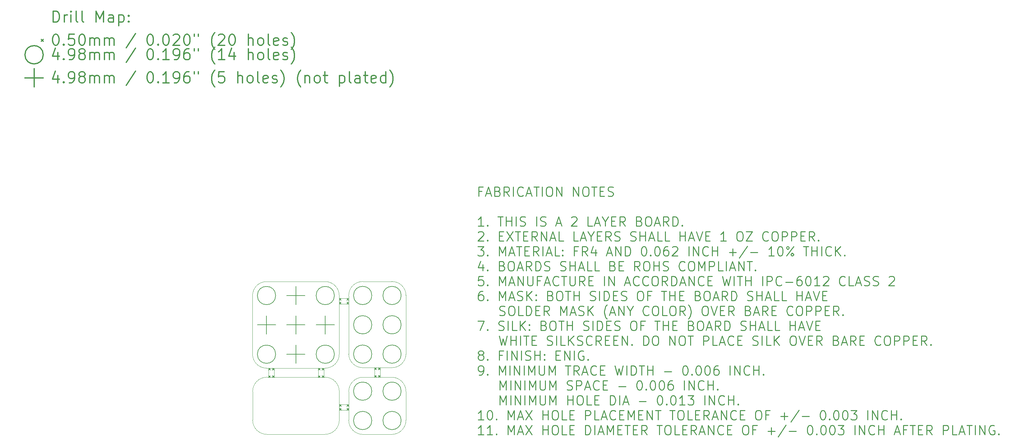
<source format=gbr>
G04 This is an RS-274x file exported by *
G04 gerbv version 2.6.0 *
G04 More information is available about gerbv at *
G04 http://gerbv.gpleda.org/ *
G04 --End of header info--*
%MOIN*%
%FSLAX34Y34*%
%IPPOS*%
G04 --Define apertures--*
%ADD10C,0.0050*%
%ADD11C,0.0079*%
%ADD12C,0.0118*%
%ADD13C,0.0138*%
%ADD14C,0.0016*%
%ADD15C,0.0020*%
%ADD16C,0.0100*%
G04 --Start main section--*
G54D11*
G01X0024160Y-038987D02*
G01X0024356Y-039183D01*
G01X0024356Y-038987D02*
G01X0024160Y-039183D01*
G01X0024160Y-039787D02*
G01X0024356Y-039983D01*
G01X0024356Y-039787D02*
G01X0024160Y-039983D01*
G01X0024560Y-038987D02*
G01X0024756Y-039183D01*
G01X0024756Y-038987D02*
G01X0024560Y-039183D01*
G01X0024560Y-039787D02*
G01X0024756Y-039983D01*
G01X0024756Y-039787D02*
G01X0024560Y-039983D01*
G01X0029514Y-038987D02*
G01X0029711Y-039183D01*
G01X0029711Y-038987D02*
G01X0029514Y-039183D01*
G01X0029514Y-039787D02*
G01X0029711Y-039983D01*
G01X0029711Y-039787D02*
G01X0029514Y-039983D01*
G01X0029914Y-038987D02*
G01X0030111Y-039183D01*
G01X0030111Y-038987D02*
G01X0029914Y-039183D01*
G01X0029914Y-039787D02*
G01X0030111Y-039983D01*
G01X0030111Y-039787D02*
G01X0029914Y-039983D01*
G01X0031751Y-031482D02*
G01X0031948Y-031679D01*
G01X0031948Y-031482D02*
G01X0031751Y-031679D01*
G01X0031751Y-031882D02*
G01X0031948Y-032079D01*
G01X0031948Y-031882D02*
G01X0031751Y-032079D01*
G01X0031755Y-042895D02*
G01X0031952Y-043092D01*
G01X0031952Y-042895D02*
G01X0031755Y-043092D01*
G01X0031755Y-043295D02*
G01X0031952Y-043492D01*
G01X0031952Y-043295D02*
G01X0031755Y-043492D01*
G01X0032551Y-031482D02*
G01X0032748Y-031679D01*
G01X0032748Y-031482D02*
G01X0032551Y-031679D01*
G01X0032551Y-031882D02*
G01X0032748Y-032079D01*
G01X0032748Y-031882D02*
G01X0032551Y-032079D01*
G01X0032555Y-042895D02*
G01X0032752Y-043092D01*
G01X0032752Y-042895D02*
G01X0032555Y-043092D01*
G01X0032555Y-043295D02*
G01X0032752Y-043492D01*
G01X0032752Y-043295D02*
G01X0032555Y-043492D01*
G01X0035533Y-038949D02*
G01X0035730Y-039146D01*
G01X0035730Y-038949D02*
G01X0035533Y-039146D01*
G01X0035533Y-039749D02*
G01X0035730Y-039946D01*
G01X0035730Y-039749D02*
G01X0035533Y-039946D01*
G01X0035933Y-038949D02*
G01X0036130Y-039146D01*
G01X0036130Y-038949D02*
G01X0035933Y-039146D01*
G01X0035933Y-039749D02*
G01X0036130Y-039946D01*
G01X0036130Y-039749D02*
G01X0035933Y-039946D01*
G01X0024923Y-031190D02*
G75*
G03X0024923Y-031190I-000980J0000000D01*
G01X0024923Y-037489D02*
G75*
G03X0024923Y-037489I-000980J0000000D01*
G01X0031222Y-031190D02*
G75*
G03X0031222Y-031190I-000980J0000000D01*
G01X0031222Y-037489D02*
G75*
G03X0031222Y-037489I-000980J0000000D01*
G01X0035232Y-041457D02*
G75*
G03X0035232Y-041457I-000980J0000000D01*
G01X0035232Y-044606D02*
G75*
G03X0035232Y-044606I-000980J0000000D01*
G01X0035234Y-031182D02*
G75*
G03X0035234Y-031182I-000980J0000000D01*
G01X0035234Y-034331D02*
G75*
G03X0035234Y-034331I-000980J0000000D01*
G01X0035234Y-037481D02*
G75*
G03X0035234Y-037481I-000980J0000000D01*
G01X0038382Y-041457D02*
G75*
G03X0038382Y-041457I-000980J0000000D01*
G01X0038382Y-044606D02*
G75*
G03X0038382Y-044606I-000980J0000000D01*
G01X0038383Y-031182D02*
G75*
G03X0038383Y-031182I-000980J0000000D01*
G01X0038383Y-034331D02*
G75*
G03X0038383Y-034331I-000980J0000000D01*
G01X0038383Y-037481D02*
G75*
G03X0038383Y-037481I-000980J0000000D01*
G01X0023942Y-033359D02*
G01X0023942Y-035320D01*
G01X0022962Y-034339D02*
G01X0024923Y-034339D01*
G01X0027092Y-030209D02*
G01X0027092Y-032170D01*
G01X0026112Y-031190D02*
G01X0028072Y-031190D01*
G01X0027092Y-033359D02*
G01X0027092Y-035320D01*
G01X0026112Y-034339D02*
G01X0028072Y-034339D01*
G01X0027092Y-036509D02*
G01X0027092Y-038469D01*
G01X0026112Y-037489D02*
G01X0028072Y-037489D01*
G01X0030241Y-033359D02*
G01X0030241Y-035320D01*
G01X0029261Y-034339D02*
G01X0031222Y-034339D01*
G54D12*
G01X0001069Y-001834D02*
G01X0001069Y-000652D01*
G01X0001069Y-000652D02*
G01X0001350Y-000652D01*
G01X0001350Y-000652D02*
G01X0001519Y-000709D01*
G01X0001519Y-000709D02*
G01X0001631Y-000821D01*
G01X0001631Y-000821D02*
G01X0001687Y-000934D01*
G01X0001687Y-000934D02*
G01X0001744Y-001159D01*
G01X0001744Y-001159D02*
G01X0001744Y-001327D01*
G01X0001744Y-001327D02*
G01X0001687Y-001552D01*
G01X0001687Y-001552D02*
G01X0001631Y-001665D01*
G01X0001631Y-001665D02*
G01X0001519Y-001777D01*
G01X0001519Y-001777D02*
G01X0001350Y-001834D01*
G01X0001350Y-001834D02*
G01X0001069Y-001834D01*
G01X0002250Y-001834D02*
G01X0002250Y-001046D01*
G01X0002250Y-001271D02*
G01X0002306Y-001159D01*
G01X0002306Y-001159D02*
G01X0002362Y-001102D01*
G01X0002362Y-001102D02*
G01X0002475Y-001046D01*
G01X0002475Y-001046D02*
G01X0002587Y-001046D01*
G01X0002981Y-001834D02*
G01X0002981Y-001046D01*
G01X0002981Y-000652D02*
G01X0002925Y-000709D01*
G01X0002925Y-000709D02*
G01X0002981Y-000765D01*
G01X0002981Y-000765D02*
G01X0003037Y-000709D01*
G01X0003037Y-000709D02*
G01X0002981Y-000652D01*
G01X0002981Y-000652D02*
G01X0002981Y-000765D01*
G01X0003712Y-001834D02*
G01X0003600Y-001777D01*
G01X0003600Y-001777D02*
G01X0003543Y-001665D01*
G01X0003543Y-001665D02*
G01X0003543Y-000652D01*
G01X0004331Y-001834D02*
G01X0004218Y-001777D01*
G01X0004218Y-001777D02*
G01X0004162Y-001665D01*
G01X0004162Y-001665D02*
G01X0004162Y-000652D01*
G01X0005681Y-001834D02*
G01X0005681Y-000652D01*
G01X0005681Y-000652D02*
G01X0006074Y-001496D01*
G01X0006074Y-001496D02*
G01X0006468Y-000652D01*
G01X0006468Y-000652D02*
G01X0006468Y-001834D01*
G01X0007537Y-001834D02*
G01X0007537Y-001215D01*
G01X0007537Y-001215D02*
G01X0007480Y-001102D01*
G01X0007480Y-001102D02*
G01X0007368Y-001046D01*
G01X0007368Y-001046D02*
G01X0007143Y-001046D01*
G01X0007143Y-001046D02*
G01X0007030Y-001102D01*
G01X0007537Y-001777D02*
G01X0007424Y-001834D01*
G01X0007424Y-001834D02*
G01X0007143Y-001834D01*
G01X0007143Y-001834D02*
G01X0007030Y-001777D01*
G01X0007030Y-001777D02*
G01X0006974Y-001665D01*
G01X0006974Y-001665D02*
G01X0006974Y-001552D01*
G01X0006974Y-001552D02*
G01X0007030Y-001440D01*
G01X0007030Y-001440D02*
G01X0007143Y-001384D01*
G01X0007143Y-001384D02*
G01X0007424Y-001384D01*
G01X0007424Y-001384D02*
G01X0007537Y-001327D01*
G01X0008099Y-001046D02*
G01X0008099Y-002227D01*
G01X0008099Y-001102D02*
G01X0008211Y-001046D01*
G01X0008211Y-001046D02*
G01X0008436Y-001046D01*
G01X0008436Y-001046D02*
G01X0008549Y-001102D01*
G01X0008549Y-001102D02*
G01X0008605Y-001159D01*
G01X0008605Y-001159D02*
G01X0008661Y-001271D01*
G01X0008661Y-001271D02*
G01X0008661Y-001609D01*
G01X0008661Y-001609D02*
G01X0008605Y-001721D01*
G01X0008605Y-001721D02*
G01X0008549Y-001777D01*
G01X0008549Y-001777D02*
G01X0008436Y-001834D01*
G01X0008436Y-001834D02*
G01X0008211Y-001834D01*
G01X0008211Y-001834D02*
G01X0008099Y-001777D01*
G01X0009168Y-001721D02*
G01X0009224Y-001777D01*
G01X0009224Y-001777D02*
G01X0009168Y-001834D01*
G01X0009168Y-001834D02*
G01X0009111Y-001777D01*
G01X0009111Y-001777D02*
G01X0009168Y-001721D01*
G01X0009168Y-001721D02*
G01X0009168Y-001834D01*
G01X0009168Y-001102D02*
G01X0009224Y-001159D01*
G01X0009224Y-001159D02*
G01X0009168Y-001215D01*
G01X0009168Y-001215D02*
G01X0009111Y-001159D01*
G01X0009111Y-001159D02*
G01X0009168Y-001102D01*
G01X0009168Y-001102D02*
G01X0009168Y-001215D01*
G01X-000197Y-003681D02*
G01X0000000Y-003878D01*
G01X0000000Y-003681D02*
G01X-000197Y-003878D01*
G01X0001294Y-003133D02*
G01X0001406Y-003133D01*
G01X0001406Y-003133D02*
G01X0001519Y-003189D01*
G01X0001519Y-003189D02*
G01X0001575Y-003245D01*
G01X0001575Y-003245D02*
G01X0001631Y-003358D01*
G01X0001631Y-003358D02*
G01X0001687Y-003583D01*
G01X0001687Y-003583D02*
G01X0001687Y-003864D01*
G01X0001687Y-003864D02*
G01X0001631Y-004089D01*
G01X0001631Y-004089D02*
G01X0001575Y-004201D01*
G01X0001575Y-004201D02*
G01X0001519Y-004258D01*
G01X0001519Y-004258D02*
G01X0001406Y-004314D01*
G01X0001406Y-004314D02*
G01X0001294Y-004314D01*
G01X0001294Y-004314D02*
G01X0001181Y-004258D01*
G01X0001181Y-004258D02*
G01X0001125Y-004201D01*
G01X0001125Y-004201D02*
G01X0001069Y-004089D01*
G01X0001069Y-004089D02*
G01X0001012Y-003864D01*
G01X0001012Y-003864D02*
G01X0001012Y-003583D01*
G01X0001012Y-003583D02*
G01X0001069Y-003358D01*
G01X0001069Y-003358D02*
G01X0001125Y-003245D01*
G01X0001125Y-003245D02*
G01X0001181Y-003189D01*
G01X0001181Y-003189D02*
G01X0001294Y-003133D01*
G01X0002193Y-004201D02*
G01X0002250Y-004258D01*
G01X0002250Y-004258D02*
G01X0002193Y-004314D01*
G01X0002193Y-004314D02*
G01X0002137Y-004258D01*
G01X0002137Y-004258D02*
G01X0002193Y-004201D01*
G01X0002193Y-004201D02*
G01X0002193Y-004314D01*
G01X0003318Y-003133D02*
G01X0002756Y-003133D01*
G01X0002756Y-003133D02*
G01X0002700Y-003695D01*
G01X0002700Y-003695D02*
G01X0002756Y-003639D01*
G01X0002756Y-003639D02*
G01X0002868Y-003583D01*
G01X0002868Y-003583D02*
G01X0003150Y-003583D01*
G01X0003150Y-003583D02*
G01X0003262Y-003639D01*
G01X0003262Y-003639D02*
G01X0003318Y-003695D01*
G01X0003318Y-003695D02*
G01X0003375Y-003808D01*
G01X0003375Y-003808D02*
G01X0003375Y-004089D01*
G01X0003375Y-004089D02*
G01X0003318Y-004201D01*
G01X0003318Y-004201D02*
G01X0003262Y-004258D01*
G01X0003262Y-004258D02*
G01X0003150Y-004314D01*
G01X0003150Y-004314D02*
G01X0002868Y-004314D01*
G01X0002868Y-004314D02*
G01X0002756Y-004258D01*
G01X0002756Y-004258D02*
G01X0002700Y-004201D01*
G01X0004106Y-003133D02*
G01X0004218Y-003133D01*
G01X0004218Y-003133D02*
G01X0004331Y-003189D01*
G01X0004331Y-003189D02*
G01X0004387Y-003245D01*
G01X0004387Y-003245D02*
G01X0004443Y-003358D01*
G01X0004443Y-003358D02*
G01X0004499Y-003583D01*
G01X0004499Y-003583D02*
G01X0004499Y-003864D01*
G01X0004499Y-003864D02*
G01X0004443Y-004089D01*
G01X0004443Y-004089D02*
G01X0004387Y-004201D01*
G01X0004387Y-004201D02*
G01X0004331Y-004258D01*
G01X0004331Y-004258D02*
G01X0004218Y-004314D01*
G01X0004218Y-004314D02*
G01X0004106Y-004314D01*
G01X0004106Y-004314D02*
G01X0003993Y-004258D01*
G01X0003993Y-004258D02*
G01X0003937Y-004201D01*
G01X0003937Y-004201D02*
G01X0003881Y-004089D01*
G01X0003881Y-004089D02*
G01X0003825Y-003864D01*
G01X0003825Y-003864D02*
G01X0003825Y-003583D01*
G01X0003825Y-003583D02*
G01X0003881Y-003358D01*
G01X0003881Y-003358D02*
G01X0003937Y-003245D01*
G01X0003937Y-003245D02*
G01X0003993Y-003189D01*
G01X0003993Y-003189D02*
G01X0004106Y-003133D01*
G01X0005006Y-004314D02*
G01X0005006Y-003526D01*
G01X0005006Y-003639D02*
G01X0005062Y-003583D01*
G01X0005062Y-003583D02*
G01X0005174Y-003526D01*
G01X0005174Y-003526D02*
G01X0005343Y-003526D01*
G01X0005343Y-003526D02*
G01X0005456Y-003583D01*
G01X0005456Y-003583D02*
G01X0005512Y-003695D01*
G01X0005512Y-003695D02*
G01X0005512Y-004314D01*
G01X0005512Y-003695D02*
G01X0005568Y-003583D01*
G01X0005568Y-003583D02*
G01X0005681Y-003526D01*
G01X0005681Y-003526D02*
G01X0005849Y-003526D01*
G01X0005849Y-003526D02*
G01X0005962Y-003583D01*
G01X0005962Y-003583D02*
G01X0006018Y-003695D01*
G01X0006018Y-003695D02*
G01X0006018Y-004314D01*
G01X0006580Y-004314D02*
G01X0006580Y-003526D01*
G01X0006580Y-003639D02*
G01X0006637Y-003583D01*
G01X0006637Y-003583D02*
G01X0006749Y-003526D01*
G01X0006749Y-003526D02*
G01X0006918Y-003526D01*
G01X0006918Y-003526D02*
G01X0007030Y-003583D01*
G01X0007030Y-003583D02*
G01X0007087Y-003695D01*
G01X0007087Y-003695D02*
G01X0007087Y-004314D01*
G01X0007087Y-003695D02*
G01X0007143Y-003583D01*
G01X0007143Y-003583D02*
G01X0007255Y-003526D01*
G01X0007255Y-003526D02*
G01X0007424Y-003526D01*
G01X0007424Y-003526D02*
G01X0007537Y-003583D01*
G01X0007537Y-003583D02*
G01X0007593Y-003695D01*
G01X0007593Y-003695D02*
G01X0007593Y-004314D01*
G01X0009899Y-003076D02*
G01X0008886Y-004595D01*
G01X0011417Y-003133D02*
G01X0011530Y-003133D01*
G01X0011530Y-003133D02*
G01X0011642Y-003189D01*
G01X0011642Y-003189D02*
G01X0011699Y-003245D01*
G01X0011699Y-003245D02*
G01X0011755Y-003358D01*
G01X0011755Y-003358D02*
G01X0011811Y-003583D01*
G01X0011811Y-003583D02*
G01X0011811Y-003864D01*
G01X0011811Y-003864D02*
G01X0011755Y-004089D01*
G01X0011755Y-004089D02*
G01X0011699Y-004201D01*
G01X0011699Y-004201D02*
G01X0011642Y-004258D01*
G01X0011642Y-004258D02*
G01X0011530Y-004314D01*
G01X0011530Y-004314D02*
G01X0011417Y-004314D01*
G01X0011417Y-004314D02*
G01X0011305Y-004258D01*
G01X0011305Y-004258D02*
G01X0011249Y-004201D01*
G01X0011249Y-004201D02*
G01X0011192Y-004089D01*
G01X0011192Y-004089D02*
G01X0011136Y-003864D01*
G01X0011136Y-003864D02*
G01X0011136Y-003583D01*
G01X0011136Y-003583D02*
G01X0011192Y-003358D01*
G01X0011192Y-003358D02*
G01X0011249Y-003245D01*
G01X0011249Y-003245D02*
G01X0011305Y-003189D01*
G01X0011305Y-003189D02*
G01X0011417Y-003133D01*
G01X0012317Y-004201D02*
G01X0012373Y-004258D01*
G01X0012373Y-004258D02*
G01X0012317Y-004314D01*
G01X0012317Y-004314D02*
G01X0012261Y-004258D01*
G01X0012261Y-004258D02*
G01X0012317Y-004201D01*
G01X0012317Y-004201D02*
G01X0012317Y-004314D01*
G01X0013105Y-003133D02*
G01X0013217Y-003133D01*
G01X0013217Y-003133D02*
G01X0013330Y-003189D01*
G01X0013330Y-003189D02*
G01X0013386Y-003245D01*
G01X0013386Y-003245D02*
G01X0013442Y-003358D01*
G01X0013442Y-003358D02*
G01X0013498Y-003583D01*
G01X0013498Y-003583D02*
G01X0013498Y-003864D01*
G01X0013498Y-003864D02*
G01X0013442Y-004089D01*
G01X0013442Y-004089D02*
G01X0013386Y-004201D01*
G01X0013386Y-004201D02*
G01X0013330Y-004258D01*
G01X0013330Y-004258D02*
G01X0013217Y-004314D01*
G01X0013217Y-004314D02*
G01X0013105Y-004314D01*
G01X0013105Y-004314D02*
G01X0012992Y-004258D01*
G01X0012992Y-004258D02*
G01X0012936Y-004201D01*
G01X0012936Y-004201D02*
G01X0012880Y-004089D01*
G01X0012880Y-004089D02*
G01X0012823Y-003864D01*
G01X0012823Y-003864D02*
G01X0012823Y-003583D01*
G01X0012823Y-003583D02*
G01X0012880Y-003358D01*
G01X0012880Y-003358D02*
G01X0012936Y-003245D01*
G01X0012936Y-003245D02*
G01X0012992Y-003189D01*
G01X0012992Y-003189D02*
G01X0013105Y-003133D01*
G01X0013948Y-003245D02*
G01X0014005Y-003189D01*
G01X0014005Y-003189D02*
G01X0014117Y-003133D01*
G01X0014117Y-003133D02*
G01X0014398Y-003133D01*
G01X0014398Y-003133D02*
G01X0014511Y-003189D01*
G01X0014511Y-003189D02*
G01X0014567Y-003245D01*
G01X0014567Y-003245D02*
G01X0014623Y-003358D01*
G01X0014623Y-003358D02*
G01X0014623Y-003470D01*
G01X0014623Y-003470D02*
G01X0014567Y-003639D01*
G01X0014567Y-003639D02*
G01X0013892Y-004314D01*
G01X0013892Y-004314D02*
G01X0014623Y-004314D01*
G01X0015354Y-003133D02*
G01X0015467Y-003133D01*
G01X0015467Y-003133D02*
G01X0015579Y-003189D01*
G01X0015579Y-003189D02*
G01X0015636Y-003245D01*
G01X0015636Y-003245D02*
G01X0015692Y-003358D01*
G01X0015692Y-003358D02*
G01X0015748Y-003583D01*
G01X0015748Y-003583D02*
G01X0015748Y-003864D01*
G01X0015748Y-003864D02*
G01X0015692Y-004089D01*
G01X0015692Y-004089D02*
G01X0015636Y-004201D01*
G01X0015636Y-004201D02*
G01X0015579Y-004258D01*
G01X0015579Y-004258D02*
G01X0015467Y-004314D01*
G01X0015467Y-004314D02*
G01X0015354Y-004314D01*
G01X0015354Y-004314D02*
G01X0015242Y-004258D01*
G01X0015242Y-004258D02*
G01X0015186Y-004201D01*
G01X0015186Y-004201D02*
G01X0015129Y-004089D01*
G01X0015129Y-004089D02*
G01X0015073Y-003864D01*
G01X0015073Y-003864D02*
G01X0015073Y-003583D01*
G01X0015073Y-003583D02*
G01X0015129Y-003358D01*
G01X0015129Y-003358D02*
G01X0015186Y-003245D01*
G01X0015186Y-003245D02*
G01X0015242Y-003189D01*
G01X0015242Y-003189D02*
G01X0015354Y-003133D01*
G01X0016198Y-003133D02*
G01X0016198Y-003358D01*
G01X0016648Y-003133D02*
G01X0016648Y-003358D01*
G01X0018391Y-004764D02*
G01X0018335Y-004708D01*
G01X0018335Y-004708D02*
G01X0018223Y-004539D01*
G01X0018223Y-004539D02*
G01X0018166Y-004426D01*
G01X0018166Y-004426D02*
G01X0018110Y-004258D01*
G01X0018110Y-004258D02*
G01X0018054Y-003976D01*
G01X0018054Y-003976D02*
G01X0018054Y-003751D01*
G01X0018054Y-003751D02*
G01X0018110Y-003470D01*
G01X0018110Y-003470D02*
G01X0018166Y-003301D01*
G01X0018166Y-003301D02*
G01X0018223Y-003189D01*
G01X0018223Y-003189D02*
G01X0018335Y-003020D01*
G01X0018335Y-003020D02*
G01X0018391Y-002964D01*
G01X0018785Y-003245D02*
G01X0018841Y-003189D01*
G01X0018841Y-003189D02*
G01X0018954Y-003133D01*
G01X0018954Y-003133D02*
G01X0019235Y-003133D01*
G01X0019235Y-003133D02*
G01X0019348Y-003189D01*
G01X0019348Y-003189D02*
G01X0019404Y-003245D01*
G01X0019404Y-003245D02*
G01X0019460Y-003358D01*
G01X0019460Y-003358D02*
G01X0019460Y-003470D01*
G01X0019460Y-003470D02*
G01X0019404Y-003639D01*
G01X0019404Y-003639D02*
G01X0018729Y-004314D01*
G01X0018729Y-004314D02*
G01X0019460Y-004314D01*
G01X0020191Y-003133D02*
G01X0020304Y-003133D01*
G01X0020304Y-003133D02*
G01X0020416Y-003189D01*
G01X0020416Y-003189D02*
G01X0020472Y-003245D01*
G01X0020472Y-003245D02*
G01X0020529Y-003358D01*
G01X0020529Y-003358D02*
G01X0020585Y-003583D01*
G01X0020585Y-003583D02*
G01X0020585Y-003864D01*
G01X0020585Y-003864D02*
G01X0020529Y-004089D01*
G01X0020529Y-004089D02*
G01X0020472Y-004201D01*
G01X0020472Y-004201D02*
G01X0020416Y-004258D01*
G01X0020416Y-004258D02*
G01X0020304Y-004314D01*
G01X0020304Y-004314D02*
G01X0020191Y-004314D01*
G01X0020191Y-004314D02*
G01X0020079Y-004258D01*
G01X0020079Y-004258D02*
G01X0020022Y-004201D01*
G01X0020022Y-004201D02*
G01X0019966Y-004089D01*
G01X0019966Y-004089D02*
G01X0019910Y-003864D01*
G01X0019910Y-003864D02*
G01X0019910Y-003583D01*
G01X0019910Y-003583D02*
G01X0019966Y-003358D01*
G01X0019966Y-003358D02*
G01X0020022Y-003245D01*
G01X0020022Y-003245D02*
G01X0020079Y-003189D01*
G01X0020079Y-003189D02*
G01X0020191Y-003133D01*
G01X0021991Y-004314D02*
G01X0021991Y-003133D01*
G01X0022497Y-004314D02*
G01X0022497Y-003695D01*
G01X0022497Y-003695D02*
G01X0022441Y-003583D01*
G01X0022441Y-003583D02*
G01X0022328Y-003526D01*
G01X0022328Y-003526D02*
G01X0022160Y-003526D01*
G01X0022160Y-003526D02*
G01X0022047Y-003583D01*
G01X0022047Y-003583D02*
G01X0021991Y-003639D01*
G01X0023228Y-004314D02*
G01X0023116Y-004258D01*
G01X0023116Y-004258D02*
G01X0023060Y-004201D01*
G01X0023060Y-004201D02*
G01X0023003Y-004089D01*
G01X0023003Y-004089D02*
G01X0023003Y-003751D01*
G01X0023003Y-003751D02*
G01X0023060Y-003639D01*
G01X0023060Y-003639D02*
G01X0023116Y-003583D01*
G01X0023116Y-003583D02*
G01X0023228Y-003526D01*
G01X0023228Y-003526D02*
G01X0023397Y-003526D01*
G01X0023397Y-003526D02*
G01X0023510Y-003583D01*
G01X0023510Y-003583D02*
G01X0023566Y-003639D01*
G01X0023566Y-003639D02*
G01X0023622Y-003751D01*
G01X0023622Y-003751D02*
G01X0023622Y-004089D01*
G01X0023622Y-004089D02*
G01X0023566Y-004201D01*
G01X0023566Y-004201D02*
G01X0023510Y-004258D01*
G01X0023510Y-004258D02*
G01X0023397Y-004314D01*
G01X0023397Y-004314D02*
G01X0023228Y-004314D01*
G01X0024297Y-004314D02*
G01X0024184Y-004258D01*
G01X0024184Y-004258D02*
G01X0024128Y-004145D01*
G01X0024128Y-004145D02*
G01X0024128Y-003133D01*
G01X0025197Y-004258D02*
G01X0025084Y-004314D01*
G01X0025084Y-004314D02*
G01X0024859Y-004314D01*
G01X0024859Y-004314D02*
G01X0024747Y-004258D01*
G01X0024747Y-004258D02*
G01X0024691Y-004145D01*
G01X0024691Y-004145D02*
G01X0024691Y-003695D01*
G01X0024691Y-003695D02*
G01X0024747Y-003583D01*
G01X0024747Y-003583D02*
G01X0024859Y-003526D01*
G01X0024859Y-003526D02*
G01X0025084Y-003526D01*
G01X0025084Y-003526D02*
G01X0025197Y-003583D01*
G01X0025197Y-003583D02*
G01X0025253Y-003695D01*
G01X0025253Y-003695D02*
G01X0025253Y-003808D01*
G01X0025253Y-003808D02*
G01X0024691Y-003920D01*
G01X0025703Y-004258D02*
G01X0025816Y-004314D01*
G01X0025816Y-004314D02*
G01X0026040Y-004314D01*
G01X0026040Y-004314D02*
G01X0026153Y-004258D01*
G01X0026153Y-004258D02*
G01X0026209Y-004145D01*
G01X0026209Y-004145D02*
G01X0026209Y-004089D01*
G01X0026209Y-004089D02*
G01X0026153Y-003976D01*
G01X0026153Y-003976D02*
G01X0026040Y-003920D01*
G01X0026040Y-003920D02*
G01X0025872Y-003920D01*
G01X0025872Y-003920D02*
G01X0025759Y-003864D01*
G01X0025759Y-003864D02*
G01X0025703Y-003751D01*
G01X0025703Y-003751D02*
G01X0025703Y-003695D01*
G01X0025703Y-003695D02*
G01X0025759Y-003583D01*
G01X0025759Y-003583D02*
G01X0025872Y-003526D01*
G01X0025872Y-003526D02*
G01X0026040Y-003526D01*
G01X0026040Y-003526D02*
G01X0026153Y-003583D01*
G01X0026603Y-004764D02*
G01X0026659Y-004708D01*
G01X0026659Y-004708D02*
G01X0026772Y-004539D01*
G01X0026772Y-004539D02*
G01X0026828Y-004426D01*
G01X0026828Y-004426D02*
G01X0026884Y-004258D01*
G01X0026884Y-004258D02*
G01X0026940Y-003976D01*
G01X0026940Y-003976D02*
G01X0026940Y-003751D01*
G01X0026940Y-003751D02*
G01X0026884Y-003470D01*
G01X0026884Y-003470D02*
G01X0026828Y-003301D01*
G01X0026828Y-003301D02*
G01X0026772Y-003189D01*
G01X0026772Y-003189D02*
G01X0026659Y-003020D01*
G01X0026659Y-003020D02*
G01X0026603Y-002964D01*
G01X0000000Y-005339D02*
G75*
G03X0000000Y-005339I-000980J0000000D01*
G01X0001575Y-005085D02*
G01X0001575Y-005873D01*
G01X0001294Y-004636D02*
G01X0001012Y-005479D01*
G01X0001012Y-005479D02*
G01X0001744Y-005479D01*
G01X0002193Y-005760D02*
G01X0002250Y-005817D01*
G01X0002250Y-005817D02*
G01X0002193Y-005873D01*
G01X0002193Y-005873D02*
G01X0002137Y-005817D01*
G01X0002137Y-005817D02*
G01X0002193Y-005760D01*
G01X0002193Y-005760D02*
G01X0002193Y-005873D01*
G01X0002812Y-005873D02*
G01X0003037Y-005873D01*
G01X0003037Y-005873D02*
G01X0003150Y-005817D01*
G01X0003150Y-005817D02*
G01X0003206Y-005760D01*
G01X0003206Y-005760D02*
G01X0003318Y-005592D01*
G01X0003318Y-005592D02*
G01X0003375Y-005367D01*
G01X0003375Y-005367D02*
G01X0003375Y-004917D01*
G01X0003375Y-004917D02*
G01X0003318Y-004804D01*
G01X0003318Y-004804D02*
G01X0003262Y-004748D01*
G01X0003262Y-004748D02*
G01X0003150Y-004692D01*
G01X0003150Y-004692D02*
G01X0002925Y-004692D01*
G01X0002925Y-004692D02*
G01X0002812Y-004748D01*
G01X0002812Y-004748D02*
G01X0002756Y-004804D01*
G01X0002756Y-004804D02*
G01X0002700Y-004917D01*
G01X0002700Y-004917D02*
G01X0002700Y-005198D01*
G01X0002700Y-005198D02*
G01X0002756Y-005310D01*
G01X0002756Y-005310D02*
G01X0002812Y-005367D01*
G01X0002812Y-005367D02*
G01X0002925Y-005423D01*
G01X0002925Y-005423D02*
G01X0003150Y-005423D01*
G01X0003150Y-005423D02*
G01X0003262Y-005367D01*
G01X0003262Y-005367D02*
G01X0003318Y-005310D01*
G01X0003318Y-005310D02*
G01X0003375Y-005198D01*
G01X0004049Y-005198D02*
G01X0003937Y-005142D01*
G01X0003937Y-005142D02*
G01X0003881Y-005085D01*
G01X0003881Y-005085D02*
G01X0003825Y-004973D01*
G01X0003825Y-004973D02*
G01X0003825Y-004917D01*
G01X0003825Y-004917D02*
G01X0003881Y-004804D01*
G01X0003881Y-004804D02*
G01X0003937Y-004748D01*
G01X0003937Y-004748D02*
G01X0004049Y-004692D01*
G01X0004049Y-004692D02*
G01X0004274Y-004692D01*
G01X0004274Y-004692D02*
G01X0004387Y-004748D01*
G01X0004387Y-004748D02*
G01X0004443Y-004804D01*
G01X0004443Y-004804D02*
G01X0004499Y-004917D01*
G01X0004499Y-004917D02*
G01X0004499Y-004973D01*
G01X0004499Y-004973D02*
G01X0004443Y-005085D01*
G01X0004443Y-005085D02*
G01X0004387Y-005142D01*
G01X0004387Y-005142D02*
G01X0004274Y-005198D01*
G01X0004274Y-005198D02*
G01X0004049Y-005198D01*
G01X0004049Y-005198D02*
G01X0003937Y-005254D01*
G01X0003937Y-005254D02*
G01X0003881Y-005310D01*
G01X0003881Y-005310D02*
G01X0003825Y-005423D01*
G01X0003825Y-005423D02*
G01X0003825Y-005648D01*
G01X0003825Y-005648D02*
G01X0003881Y-005760D01*
G01X0003881Y-005760D02*
G01X0003937Y-005817D01*
G01X0003937Y-005817D02*
G01X0004049Y-005873D01*
G01X0004049Y-005873D02*
G01X0004274Y-005873D01*
G01X0004274Y-005873D02*
G01X0004387Y-005817D01*
G01X0004387Y-005817D02*
G01X0004443Y-005760D01*
G01X0004443Y-005760D02*
G01X0004499Y-005648D01*
G01X0004499Y-005648D02*
G01X0004499Y-005423D01*
G01X0004499Y-005423D02*
G01X0004443Y-005310D01*
G01X0004443Y-005310D02*
G01X0004387Y-005254D01*
G01X0004387Y-005254D02*
G01X0004274Y-005198D01*
G01X0005006Y-005873D02*
G01X0005006Y-005085D01*
G01X0005006Y-005198D02*
G01X0005062Y-005142D01*
G01X0005062Y-005142D02*
G01X0005174Y-005085D01*
G01X0005174Y-005085D02*
G01X0005343Y-005085D01*
G01X0005343Y-005085D02*
G01X0005456Y-005142D01*
G01X0005456Y-005142D02*
G01X0005512Y-005254D01*
G01X0005512Y-005254D02*
G01X0005512Y-005873D01*
G01X0005512Y-005254D02*
G01X0005568Y-005142D01*
G01X0005568Y-005142D02*
G01X0005681Y-005085D01*
G01X0005681Y-005085D02*
G01X0005849Y-005085D01*
G01X0005849Y-005085D02*
G01X0005962Y-005142D01*
G01X0005962Y-005142D02*
G01X0006018Y-005254D01*
G01X0006018Y-005254D02*
G01X0006018Y-005873D01*
G01X0006580Y-005873D02*
G01X0006580Y-005085D01*
G01X0006580Y-005198D02*
G01X0006637Y-005142D01*
G01X0006637Y-005142D02*
G01X0006749Y-005085D01*
G01X0006749Y-005085D02*
G01X0006918Y-005085D01*
G01X0006918Y-005085D02*
G01X0007030Y-005142D01*
G01X0007030Y-005142D02*
G01X0007087Y-005254D01*
G01X0007087Y-005254D02*
G01X0007087Y-005873D01*
G01X0007087Y-005254D02*
G01X0007143Y-005142D01*
G01X0007143Y-005142D02*
G01X0007255Y-005085D01*
G01X0007255Y-005085D02*
G01X0007424Y-005085D01*
G01X0007424Y-005085D02*
G01X0007537Y-005142D01*
G01X0007537Y-005142D02*
G01X0007593Y-005254D01*
G01X0007593Y-005254D02*
G01X0007593Y-005873D01*
G01X0009899Y-004636D02*
G01X0008886Y-006154D01*
G01X0011417Y-004692D02*
G01X0011530Y-004692D01*
G01X0011530Y-004692D02*
G01X0011642Y-004748D01*
G01X0011642Y-004748D02*
G01X0011699Y-004804D01*
G01X0011699Y-004804D02*
G01X0011755Y-004917D01*
G01X0011755Y-004917D02*
G01X0011811Y-005142D01*
G01X0011811Y-005142D02*
G01X0011811Y-005423D01*
G01X0011811Y-005423D02*
G01X0011755Y-005648D01*
G01X0011755Y-005648D02*
G01X0011699Y-005760D01*
G01X0011699Y-005760D02*
G01X0011642Y-005817D01*
G01X0011642Y-005817D02*
G01X0011530Y-005873D01*
G01X0011530Y-005873D02*
G01X0011417Y-005873D01*
G01X0011417Y-005873D02*
G01X0011305Y-005817D01*
G01X0011305Y-005817D02*
G01X0011249Y-005760D01*
G01X0011249Y-005760D02*
G01X0011192Y-005648D01*
G01X0011192Y-005648D02*
G01X0011136Y-005423D01*
G01X0011136Y-005423D02*
G01X0011136Y-005142D01*
G01X0011136Y-005142D02*
G01X0011192Y-004917D01*
G01X0011192Y-004917D02*
G01X0011249Y-004804D01*
G01X0011249Y-004804D02*
G01X0011305Y-004748D01*
G01X0011305Y-004748D02*
G01X0011417Y-004692D01*
G01X0012317Y-005760D02*
G01X0012373Y-005817D01*
G01X0012373Y-005817D02*
G01X0012317Y-005873D01*
G01X0012317Y-005873D02*
G01X0012261Y-005817D01*
G01X0012261Y-005817D02*
G01X0012317Y-005760D01*
G01X0012317Y-005760D02*
G01X0012317Y-005873D01*
G01X0013498Y-005873D02*
G01X0012823Y-005873D01*
G01X0013161Y-005873D02*
G01X0013161Y-004692D01*
G01X0013161Y-004692D02*
G01X0013048Y-004861D01*
G01X0013048Y-004861D02*
G01X0012936Y-004973D01*
G01X0012936Y-004973D02*
G01X0012823Y-005029D01*
G01X0014061Y-005873D02*
G01X0014286Y-005873D01*
G01X0014286Y-005873D02*
G01X0014398Y-005817D01*
G01X0014398Y-005817D02*
G01X0014454Y-005760D01*
G01X0014454Y-005760D02*
G01X0014567Y-005592D01*
G01X0014567Y-005592D02*
G01X0014623Y-005367D01*
G01X0014623Y-005367D02*
G01X0014623Y-004917D01*
G01X0014623Y-004917D02*
G01X0014567Y-004804D01*
G01X0014567Y-004804D02*
G01X0014511Y-004748D01*
G01X0014511Y-004748D02*
G01X0014398Y-004692D01*
G01X0014398Y-004692D02*
G01X0014173Y-004692D01*
G01X0014173Y-004692D02*
G01X0014061Y-004748D01*
G01X0014061Y-004748D02*
G01X0014005Y-004804D01*
G01X0014005Y-004804D02*
G01X0013948Y-004917D01*
G01X0013948Y-004917D02*
G01X0013948Y-005198D01*
G01X0013948Y-005198D02*
G01X0014005Y-005310D01*
G01X0014005Y-005310D02*
G01X0014061Y-005367D01*
G01X0014061Y-005367D02*
G01X0014173Y-005423D01*
G01X0014173Y-005423D02*
G01X0014398Y-005423D01*
G01X0014398Y-005423D02*
G01X0014511Y-005367D01*
G01X0014511Y-005367D02*
G01X0014567Y-005310D01*
G01X0014567Y-005310D02*
G01X0014623Y-005198D01*
G01X0015636Y-004692D02*
G01X0015411Y-004692D01*
G01X0015411Y-004692D02*
G01X0015298Y-004748D01*
G01X0015298Y-004748D02*
G01X0015242Y-004804D01*
G01X0015242Y-004804D02*
G01X0015129Y-004973D01*
G01X0015129Y-004973D02*
G01X0015073Y-005198D01*
G01X0015073Y-005198D02*
G01X0015073Y-005648D01*
G01X0015073Y-005648D02*
G01X0015129Y-005760D01*
G01X0015129Y-005760D02*
G01X0015186Y-005817D01*
G01X0015186Y-005817D02*
G01X0015298Y-005873D01*
G01X0015298Y-005873D02*
G01X0015523Y-005873D01*
G01X0015523Y-005873D02*
G01X0015636Y-005817D01*
G01X0015636Y-005817D02*
G01X0015692Y-005760D01*
G01X0015692Y-005760D02*
G01X0015748Y-005648D01*
G01X0015748Y-005648D02*
G01X0015748Y-005367D01*
G01X0015748Y-005367D02*
G01X0015692Y-005254D01*
G01X0015692Y-005254D02*
G01X0015636Y-005198D01*
G01X0015636Y-005198D02*
G01X0015523Y-005142D01*
G01X0015523Y-005142D02*
G01X0015298Y-005142D01*
G01X0015298Y-005142D02*
G01X0015186Y-005198D01*
G01X0015186Y-005198D02*
G01X0015129Y-005254D01*
G01X0015129Y-005254D02*
G01X0015073Y-005367D01*
G01X0016198Y-004692D02*
G01X0016198Y-004917D01*
G01X0016648Y-004692D02*
G01X0016648Y-004917D01*
G01X0018391Y-006323D02*
G01X0018335Y-006267D01*
G01X0018335Y-006267D02*
G01X0018223Y-006098D01*
G01X0018223Y-006098D02*
G01X0018166Y-005985D01*
G01X0018166Y-005985D02*
G01X0018110Y-005817D01*
G01X0018110Y-005817D02*
G01X0018054Y-005535D01*
G01X0018054Y-005535D02*
G01X0018054Y-005310D01*
G01X0018054Y-005310D02*
G01X0018110Y-005029D01*
G01X0018110Y-005029D02*
G01X0018166Y-004861D01*
G01X0018166Y-004861D02*
G01X0018223Y-004748D01*
G01X0018223Y-004748D02*
G01X0018335Y-004579D01*
G01X0018335Y-004579D02*
G01X0018391Y-004523D01*
G01X0019460Y-005873D02*
G01X0018785Y-005873D01*
G01X0019123Y-005873D02*
G01X0019123Y-004692D01*
G01X0019123Y-004692D02*
G01X0019010Y-004861D01*
G01X0019010Y-004861D02*
G01X0018898Y-004973D01*
G01X0018898Y-004973D02*
G01X0018785Y-005029D01*
G01X0020472Y-005085D02*
G01X0020472Y-005873D01*
G01X0020191Y-004636D02*
G01X0019910Y-005479D01*
G01X0019910Y-005479D02*
G01X0020641Y-005479D01*
G01X0021991Y-005873D02*
G01X0021991Y-004692D01*
G01X0022497Y-005873D02*
G01X0022497Y-005254D01*
G01X0022497Y-005254D02*
G01X0022441Y-005142D01*
G01X0022441Y-005142D02*
G01X0022328Y-005085D01*
G01X0022328Y-005085D02*
G01X0022160Y-005085D01*
G01X0022160Y-005085D02*
G01X0022047Y-005142D01*
G01X0022047Y-005142D02*
G01X0021991Y-005198D01*
G01X0023228Y-005873D02*
G01X0023116Y-005817D01*
G01X0023116Y-005817D02*
G01X0023060Y-005760D01*
G01X0023060Y-005760D02*
G01X0023003Y-005648D01*
G01X0023003Y-005648D02*
G01X0023003Y-005310D01*
G01X0023003Y-005310D02*
G01X0023060Y-005198D01*
G01X0023060Y-005198D02*
G01X0023116Y-005142D01*
G01X0023116Y-005142D02*
G01X0023228Y-005085D01*
G01X0023228Y-005085D02*
G01X0023397Y-005085D01*
G01X0023397Y-005085D02*
G01X0023510Y-005142D01*
G01X0023510Y-005142D02*
G01X0023566Y-005198D01*
G01X0023566Y-005198D02*
G01X0023622Y-005310D01*
G01X0023622Y-005310D02*
G01X0023622Y-005648D01*
G01X0023622Y-005648D02*
G01X0023566Y-005760D01*
G01X0023566Y-005760D02*
G01X0023510Y-005817D01*
G01X0023510Y-005817D02*
G01X0023397Y-005873D01*
G01X0023397Y-005873D02*
G01X0023228Y-005873D01*
G01X0024297Y-005873D02*
G01X0024184Y-005817D01*
G01X0024184Y-005817D02*
G01X0024128Y-005704D01*
G01X0024128Y-005704D02*
G01X0024128Y-004692D01*
G01X0025197Y-005817D02*
G01X0025084Y-005873D01*
G01X0025084Y-005873D02*
G01X0024859Y-005873D01*
G01X0024859Y-005873D02*
G01X0024747Y-005817D01*
G01X0024747Y-005817D02*
G01X0024691Y-005704D01*
G01X0024691Y-005704D02*
G01X0024691Y-005254D01*
G01X0024691Y-005254D02*
G01X0024747Y-005142D01*
G01X0024747Y-005142D02*
G01X0024859Y-005085D01*
G01X0024859Y-005085D02*
G01X0025084Y-005085D01*
G01X0025084Y-005085D02*
G01X0025197Y-005142D01*
G01X0025197Y-005142D02*
G01X0025253Y-005254D01*
G01X0025253Y-005254D02*
G01X0025253Y-005367D01*
G01X0025253Y-005367D02*
G01X0024691Y-005479D01*
G01X0025703Y-005817D02*
G01X0025816Y-005873D01*
G01X0025816Y-005873D02*
G01X0026040Y-005873D01*
G01X0026040Y-005873D02*
G01X0026153Y-005817D01*
G01X0026153Y-005817D02*
G01X0026209Y-005704D01*
G01X0026209Y-005704D02*
G01X0026209Y-005648D01*
G01X0026209Y-005648D02*
G01X0026153Y-005535D01*
G01X0026153Y-005535D02*
G01X0026040Y-005479D01*
G01X0026040Y-005479D02*
G01X0025872Y-005479D01*
G01X0025872Y-005479D02*
G01X0025759Y-005423D01*
G01X0025759Y-005423D02*
G01X0025703Y-005310D01*
G01X0025703Y-005310D02*
G01X0025703Y-005254D01*
G01X0025703Y-005254D02*
G01X0025759Y-005142D01*
G01X0025759Y-005142D02*
G01X0025872Y-005085D01*
G01X0025872Y-005085D02*
G01X0026040Y-005085D01*
G01X0026040Y-005085D02*
G01X0026153Y-005142D01*
G01X0026603Y-006323D02*
G01X0026659Y-006267D01*
G01X0026659Y-006267D02*
G01X0026772Y-006098D01*
G01X0026772Y-006098D02*
G01X0026828Y-005985D01*
G01X0026828Y-005985D02*
G01X0026884Y-005817D01*
G01X0026884Y-005817D02*
G01X0026940Y-005535D01*
G01X0026940Y-005535D02*
G01X0026940Y-005310D01*
G01X0026940Y-005310D02*
G01X0026884Y-005029D01*
G01X0026884Y-005029D02*
G01X0026828Y-004861D01*
G01X0026828Y-004861D02*
G01X0026772Y-004748D01*
G01X0026772Y-004748D02*
G01X0026659Y-004579D01*
G01X0026659Y-004579D02*
G01X0026603Y-004523D01*
G01X-000980Y-006831D02*
G01X-000980Y-008791D01*
G01X-001961Y-007811D02*
G01X0000000Y-007811D01*
G01X0001575Y-007558D02*
G01X0001575Y-008345D01*
G01X0001294Y-007108D02*
G01X0001012Y-007952D01*
G01X0001012Y-007952D02*
G01X0001744Y-007952D01*
G01X0002193Y-008233D02*
G01X0002250Y-008289D01*
G01X0002250Y-008289D02*
G01X0002193Y-008345D01*
G01X0002193Y-008345D02*
G01X0002137Y-008289D01*
G01X0002137Y-008289D02*
G01X0002193Y-008233D01*
G01X0002193Y-008233D02*
G01X0002193Y-008345D01*
G01X0002812Y-008345D02*
G01X0003037Y-008345D01*
G01X0003037Y-008345D02*
G01X0003150Y-008289D01*
G01X0003150Y-008289D02*
G01X0003206Y-008233D01*
G01X0003206Y-008233D02*
G01X0003318Y-008064D01*
G01X0003318Y-008064D02*
G01X0003375Y-007839D01*
G01X0003375Y-007839D02*
G01X0003375Y-007389D01*
G01X0003375Y-007389D02*
G01X0003318Y-007277D01*
G01X0003318Y-007277D02*
G01X0003262Y-007220D01*
G01X0003262Y-007220D02*
G01X0003150Y-007164D01*
G01X0003150Y-007164D02*
G01X0002925Y-007164D01*
G01X0002925Y-007164D02*
G01X0002812Y-007220D01*
G01X0002812Y-007220D02*
G01X0002756Y-007277D01*
G01X0002756Y-007277D02*
G01X0002700Y-007389D01*
G01X0002700Y-007389D02*
G01X0002700Y-007670D01*
G01X0002700Y-007670D02*
G01X0002756Y-007783D01*
G01X0002756Y-007783D02*
G01X0002812Y-007839D01*
G01X0002812Y-007839D02*
G01X0002925Y-007895D01*
G01X0002925Y-007895D02*
G01X0003150Y-007895D01*
G01X0003150Y-007895D02*
G01X0003262Y-007839D01*
G01X0003262Y-007839D02*
G01X0003318Y-007783D01*
G01X0003318Y-007783D02*
G01X0003375Y-007670D01*
G01X0004049Y-007670D02*
G01X0003937Y-007614D01*
G01X0003937Y-007614D02*
G01X0003881Y-007558D01*
G01X0003881Y-007558D02*
G01X0003825Y-007445D01*
G01X0003825Y-007445D02*
G01X0003825Y-007389D01*
G01X0003825Y-007389D02*
G01X0003881Y-007277D01*
G01X0003881Y-007277D02*
G01X0003937Y-007220D01*
G01X0003937Y-007220D02*
G01X0004049Y-007164D01*
G01X0004049Y-007164D02*
G01X0004274Y-007164D01*
G01X0004274Y-007164D02*
G01X0004387Y-007220D01*
G01X0004387Y-007220D02*
G01X0004443Y-007277D01*
G01X0004443Y-007277D02*
G01X0004499Y-007389D01*
G01X0004499Y-007389D02*
G01X0004499Y-007445D01*
G01X0004499Y-007445D02*
G01X0004443Y-007558D01*
G01X0004443Y-007558D02*
G01X0004387Y-007614D01*
G01X0004387Y-007614D02*
G01X0004274Y-007670D01*
G01X0004274Y-007670D02*
G01X0004049Y-007670D01*
G01X0004049Y-007670D02*
G01X0003937Y-007727D01*
G01X0003937Y-007727D02*
G01X0003881Y-007783D01*
G01X0003881Y-007783D02*
G01X0003825Y-007895D01*
G01X0003825Y-007895D02*
G01X0003825Y-008120D01*
G01X0003825Y-008120D02*
G01X0003881Y-008233D01*
G01X0003881Y-008233D02*
G01X0003937Y-008289D01*
G01X0003937Y-008289D02*
G01X0004049Y-008345D01*
G01X0004049Y-008345D02*
G01X0004274Y-008345D01*
G01X0004274Y-008345D02*
G01X0004387Y-008289D01*
G01X0004387Y-008289D02*
G01X0004443Y-008233D01*
G01X0004443Y-008233D02*
G01X0004499Y-008120D01*
G01X0004499Y-008120D02*
G01X0004499Y-007895D01*
G01X0004499Y-007895D02*
G01X0004443Y-007783D01*
G01X0004443Y-007783D02*
G01X0004387Y-007727D01*
G01X0004387Y-007727D02*
G01X0004274Y-007670D01*
G01X0005006Y-008345D02*
G01X0005006Y-007558D01*
G01X0005006Y-007670D02*
G01X0005062Y-007614D01*
G01X0005062Y-007614D02*
G01X0005174Y-007558D01*
G01X0005174Y-007558D02*
G01X0005343Y-007558D01*
G01X0005343Y-007558D02*
G01X0005456Y-007614D01*
G01X0005456Y-007614D02*
G01X0005512Y-007727D01*
G01X0005512Y-007727D02*
G01X0005512Y-008345D01*
G01X0005512Y-007727D02*
G01X0005568Y-007614D01*
G01X0005568Y-007614D02*
G01X0005681Y-007558D01*
G01X0005681Y-007558D02*
G01X0005849Y-007558D01*
G01X0005849Y-007558D02*
G01X0005962Y-007614D01*
G01X0005962Y-007614D02*
G01X0006018Y-007727D01*
G01X0006018Y-007727D02*
G01X0006018Y-008345D01*
G01X0006580Y-008345D02*
G01X0006580Y-007558D01*
G01X0006580Y-007670D02*
G01X0006637Y-007614D01*
G01X0006637Y-007614D02*
G01X0006749Y-007558D01*
G01X0006749Y-007558D02*
G01X0006918Y-007558D01*
G01X0006918Y-007558D02*
G01X0007030Y-007614D01*
G01X0007030Y-007614D02*
G01X0007087Y-007727D01*
G01X0007087Y-007727D02*
G01X0007087Y-008345D01*
G01X0007087Y-007727D02*
G01X0007143Y-007614D01*
G01X0007143Y-007614D02*
G01X0007255Y-007558D01*
G01X0007255Y-007558D02*
G01X0007424Y-007558D01*
G01X0007424Y-007558D02*
G01X0007537Y-007614D01*
G01X0007537Y-007614D02*
G01X0007593Y-007727D01*
G01X0007593Y-007727D02*
G01X0007593Y-008345D01*
G01X0009899Y-007108D02*
G01X0008886Y-008627D01*
G01X0011417Y-007164D02*
G01X0011530Y-007164D01*
G01X0011530Y-007164D02*
G01X0011642Y-007220D01*
G01X0011642Y-007220D02*
G01X0011699Y-007277D01*
G01X0011699Y-007277D02*
G01X0011755Y-007389D01*
G01X0011755Y-007389D02*
G01X0011811Y-007614D01*
G01X0011811Y-007614D02*
G01X0011811Y-007895D01*
G01X0011811Y-007895D02*
G01X0011755Y-008120D01*
G01X0011755Y-008120D02*
G01X0011699Y-008233D01*
G01X0011699Y-008233D02*
G01X0011642Y-008289D01*
G01X0011642Y-008289D02*
G01X0011530Y-008345D01*
G01X0011530Y-008345D02*
G01X0011417Y-008345D01*
G01X0011417Y-008345D02*
G01X0011305Y-008289D01*
G01X0011305Y-008289D02*
G01X0011249Y-008233D01*
G01X0011249Y-008233D02*
G01X0011192Y-008120D01*
G01X0011192Y-008120D02*
G01X0011136Y-007895D01*
G01X0011136Y-007895D02*
G01X0011136Y-007614D01*
G01X0011136Y-007614D02*
G01X0011192Y-007389D01*
G01X0011192Y-007389D02*
G01X0011249Y-007277D01*
G01X0011249Y-007277D02*
G01X0011305Y-007220D01*
G01X0011305Y-007220D02*
G01X0011417Y-007164D01*
G01X0012317Y-008233D02*
G01X0012373Y-008289D01*
G01X0012373Y-008289D02*
G01X0012317Y-008345D01*
G01X0012317Y-008345D02*
G01X0012261Y-008289D01*
G01X0012261Y-008289D02*
G01X0012317Y-008233D01*
G01X0012317Y-008233D02*
G01X0012317Y-008345D01*
G01X0013498Y-008345D02*
G01X0012823Y-008345D01*
G01X0013161Y-008345D02*
G01X0013161Y-007164D01*
G01X0013161Y-007164D02*
G01X0013048Y-007333D01*
G01X0013048Y-007333D02*
G01X0012936Y-007445D01*
G01X0012936Y-007445D02*
G01X0012823Y-007502D01*
G01X0014061Y-008345D02*
G01X0014286Y-008345D01*
G01X0014286Y-008345D02*
G01X0014398Y-008289D01*
G01X0014398Y-008289D02*
G01X0014454Y-008233D01*
G01X0014454Y-008233D02*
G01X0014567Y-008064D01*
G01X0014567Y-008064D02*
G01X0014623Y-007839D01*
G01X0014623Y-007839D02*
G01X0014623Y-007389D01*
G01X0014623Y-007389D02*
G01X0014567Y-007277D01*
G01X0014567Y-007277D02*
G01X0014511Y-007220D01*
G01X0014511Y-007220D02*
G01X0014398Y-007164D01*
G01X0014398Y-007164D02*
G01X0014173Y-007164D01*
G01X0014173Y-007164D02*
G01X0014061Y-007220D01*
G01X0014061Y-007220D02*
G01X0014005Y-007277D01*
G01X0014005Y-007277D02*
G01X0013948Y-007389D01*
G01X0013948Y-007389D02*
G01X0013948Y-007670D01*
G01X0013948Y-007670D02*
G01X0014005Y-007783D01*
G01X0014005Y-007783D02*
G01X0014061Y-007839D01*
G01X0014061Y-007839D02*
G01X0014173Y-007895D01*
G01X0014173Y-007895D02*
G01X0014398Y-007895D01*
G01X0014398Y-007895D02*
G01X0014511Y-007839D01*
G01X0014511Y-007839D02*
G01X0014567Y-007783D01*
G01X0014567Y-007783D02*
G01X0014623Y-007670D01*
G01X0015636Y-007164D02*
G01X0015411Y-007164D01*
G01X0015411Y-007164D02*
G01X0015298Y-007220D01*
G01X0015298Y-007220D02*
G01X0015242Y-007277D01*
G01X0015242Y-007277D02*
G01X0015129Y-007445D01*
G01X0015129Y-007445D02*
G01X0015073Y-007670D01*
G01X0015073Y-007670D02*
G01X0015073Y-008120D01*
G01X0015073Y-008120D02*
G01X0015129Y-008233D01*
G01X0015129Y-008233D02*
G01X0015186Y-008289D01*
G01X0015186Y-008289D02*
G01X0015298Y-008345D01*
G01X0015298Y-008345D02*
G01X0015523Y-008345D01*
G01X0015523Y-008345D02*
G01X0015636Y-008289D01*
G01X0015636Y-008289D02*
G01X0015692Y-008233D01*
G01X0015692Y-008233D02*
G01X0015748Y-008120D01*
G01X0015748Y-008120D02*
G01X0015748Y-007839D01*
G01X0015748Y-007839D02*
G01X0015692Y-007727D01*
G01X0015692Y-007727D02*
G01X0015636Y-007670D01*
G01X0015636Y-007670D02*
G01X0015523Y-007614D01*
G01X0015523Y-007614D02*
G01X0015298Y-007614D01*
G01X0015298Y-007614D02*
G01X0015186Y-007670D01*
G01X0015186Y-007670D02*
G01X0015129Y-007727D01*
G01X0015129Y-007727D02*
G01X0015073Y-007839D01*
G01X0016198Y-007164D02*
G01X0016198Y-007389D01*
G01X0016648Y-007164D02*
G01X0016648Y-007389D01*
G01X0018391Y-008795D02*
G01X0018335Y-008739D01*
G01X0018335Y-008739D02*
G01X0018223Y-008570D01*
G01X0018223Y-008570D02*
G01X0018166Y-008458D01*
G01X0018166Y-008458D02*
G01X0018110Y-008289D01*
G01X0018110Y-008289D02*
G01X0018054Y-008008D01*
G01X0018054Y-008008D02*
G01X0018054Y-007783D01*
G01X0018054Y-007783D02*
G01X0018110Y-007502D01*
G01X0018110Y-007502D02*
G01X0018166Y-007333D01*
G01X0018166Y-007333D02*
G01X0018223Y-007220D01*
G01X0018223Y-007220D02*
G01X0018335Y-007052D01*
G01X0018335Y-007052D02*
G01X0018391Y-006995D01*
G01X0019404Y-007164D02*
G01X0018841Y-007164D01*
G01X0018841Y-007164D02*
G01X0018785Y-007727D01*
G01X0018785Y-007727D02*
G01X0018841Y-007670D01*
G01X0018841Y-007670D02*
G01X0018954Y-007614D01*
G01X0018954Y-007614D02*
G01X0019235Y-007614D01*
G01X0019235Y-007614D02*
G01X0019348Y-007670D01*
G01X0019348Y-007670D02*
G01X0019404Y-007727D01*
G01X0019404Y-007727D02*
G01X0019460Y-007839D01*
G01X0019460Y-007839D02*
G01X0019460Y-008120D01*
G01X0019460Y-008120D02*
G01X0019404Y-008233D01*
G01X0019404Y-008233D02*
G01X0019348Y-008289D01*
G01X0019348Y-008289D02*
G01X0019235Y-008345D01*
G01X0019235Y-008345D02*
G01X0018954Y-008345D01*
G01X0018954Y-008345D02*
G01X0018841Y-008289D01*
G01X0018841Y-008289D02*
G01X0018785Y-008233D01*
G01X0020866Y-008345D02*
G01X0020866Y-007164D01*
G01X0021372Y-008345D02*
G01X0021372Y-007727D01*
G01X0021372Y-007727D02*
G01X0021316Y-007614D01*
G01X0021316Y-007614D02*
G01X0021204Y-007558D01*
G01X0021204Y-007558D02*
G01X0021035Y-007558D01*
G01X0021035Y-007558D02*
G01X0020922Y-007614D01*
G01X0020922Y-007614D02*
G01X0020866Y-007670D01*
G01X0022103Y-008345D02*
G01X0021991Y-008289D01*
G01X0021991Y-008289D02*
G01X0021935Y-008233D01*
G01X0021935Y-008233D02*
G01X0021879Y-008120D01*
G01X0021879Y-008120D02*
G01X0021879Y-007783D01*
G01X0021879Y-007783D02*
G01X0021935Y-007670D01*
G01X0021935Y-007670D02*
G01X0021991Y-007614D01*
G01X0021991Y-007614D02*
G01X0022103Y-007558D01*
G01X0022103Y-007558D02*
G01X0022272Y-007558D01*
G01X0022272Y-007558D02*
G01X0022385Y-007614D01*
G01X0022385Y-007614D02*
G01X0022441Y-007670D01*
G01X0022441Y-007670D02*
G01X0022497Y-007783D01*
G01X0022497Y-007783D02*
G01X0022497Y-008120D01*
G01X0022497Y-008120D02*
G01X0022441Y-008233D01*
G01X0022441Y-008233D02*
G01X0022385Y-008289D01*
G01X0022385Y-008289D02*
G01X0022272Y-008345D01*
G01X0022272Y-008345D02*
G01X0022103Y-008345D01*
G01X0023172Y-008345D02*
G01X0023060Y-008289D01*
G01X0023060Y-008289D02*
G01X0023003Y-008177D01*
G01X0023003Y-008177D02*
G01X0023003Y-007164D01*
G01X0024072Y-008289D02*
G01X0023960Y-008345D01*
G01X0023960Y-008345D02*
G01X0023735Y-008345D01*
G01X0023735Y-008345D02*
G01X0023622Y-008289D01*
G01X0023622Y-008289D02*
G01X0023566Y-008177D01*
G01X0023566Y-008177D02*
G01X0023566Y-007727D01*
G01X0023566Y-007727D02*
G01X0023622Y-007614D01*
G01X0023622Y-007614D02*
G01X0023735Y-007558D01*
G01X0023735Y-007558D02*
G01X0023960Y-007558D01*
G01X0023960Y-007558D02*
G01X0024072Y-007614D01*
G01X0024072Y-007614D02*
G01X0024128Y-007727D01*
G01X0024128Y-007727D02*
G01X0024128Y-007839D01*
G01X0024128Y-007839D02*
G01X0023566Y-007952D01*
G01X0024578Y-008289D02*
G01X0024691Y-008345D01*
G01X0024691Y-008345D02*
G01X0024916Y-008345D01*
G01X0024916Y-008345D02*
G01X0025028Y-008289D01*
G01X0025028Y-008289D02*
G01X0025084Y-008177D01*
G01X0025084Y-008177D02*
G01X0025084Y-008120D01*
G01X0025084Y-008120D02*
G01X0025028Y-008008D01*
G01X0025028Y-008008D02*
G01X0024916Y-007952D01*
G01X0024916Y-007952D02*
G01X0024747Y-007952D01*
G01X0024747Y-007952D02*
G01X0024634Y-007895D01*
G01X0024634Y-007895D02*
G01X0024578Y-007783D01*
G01X0024578Y-007783D02*
G01X0024578Y-007727D01*
G01X0024578Y-007727D02*
G01X0024634Y-007614D01*
G01X0024634Y-007614D02*
G01X0024747Y-007558D01*
G01X0024747Y-007558D02*
G01X0024916Y-007558D01*
G01X0024916Y-007558D02*
G01X0025028Y-007614D01*
G01X0025478Y-008795D02*
G01X0025534Y-008739D01*
G01X0025534Y-008739D02*
G01X0025647Y-008570D01*
G01X0025647Y-008570D02*
G01X0025703Y-008458D01*
G01X0025703Y-008458D02*
G01X0025759Y-008289D01*
G01X0025759Y-008289D02*
G01X0025816Y-008008D01*
G01X0025816Y-008008D02*
G01X0025816Y-007783D01*
G01X0025816Y-007783D02*
G01X0025759Y-007502D01*
G01X0025759Y-007502D02*
G01X0025703Y-007333D01*
G01X0025703Y-007333D02*
G01X0025647Y-007220D01*
G01X0025647Y-007220D02*
G01X0025534Y-007052D01*
G01X0025534Y-007052D02*
G01X0025478Y-006995D01*
G01X0027615Y-008795D02*
G01X0027559Y-008739D01*
G01X0027559Y-008739D02*
G01X0027447Y-008570D01*
G01X0027447Y-008570D02*
G01X0027390Y-008458D01*
G01X0027390Y-008458D02*
G01X0027334Y-008289D01*
G01X0027334Y-008289D02*
G01X0027278Y-008008D01*
G01X0027278Y-008008D02*
G01X0027278Y-007783D01*
G01X0027278Y-007783D02*
G01X0027334Y-007502D01*
G01X0027334Y-007502D02*
G01X0027390Y-007333D01*
G01X0027390Y-007333D02*
G01X0027447Y-007220D01*
G01X0027447Y-007220D02*
G01X0027559Y-007052D01*
G01X0027559Y-007052D02*
G01X0027615Y-006995D01*
G01X0028065Y-007558D02*
G01X0028065Y-008345D01*
G01X0028065Y-007670D02*
G01X0028121Y-007614D01*
G01X0028121Y-007614D02*
G01X0028234Y-007558D01*
G01X0028234Y-007558D02*
G01X0028403Y-007558D01*
G01X0028403Y-007558D02*
G01X0028515Y-007614D01*
G01X0028515Y-007614D02*
G01X0028571Y-007727D01*
G01X0028571Y-007727D02*
G01X0028571Y-008345D01*
G01X0029303Y-008345D02*
G01X0029190Y-008289D01*
G01X0029190Y-008289D02*
G01X0029134Y-008233D01*
G01X0029134Y-008233D02*
G01X0029078Y-008120D01*
G01X0029078Y-008120D02*
G01X0029078Y-007783D01*
G01X0029078Y-007783D02*
G01X0029134Y-007670D01*
G01X0029134Y-007670D02*
G01X0029190Y-007614D01*
G01X0029190Y-007614D02*
G01X0029303Y-007558D01*
G01X0029303Y-007558D02*
G01X0029471Y-007558D01*
G01X0029471Y-007558D02*
G01X0029584Y-007614D01*
G01X0029584Y-007614D02*
G01X0029640Y-007670D01*
G01X0029640Y-007670D02*
G01X0029696Y-007783D01*
G01X0029696Y-007783D02*
G01X0029696Y-008120D01*
G01X0029696Y-008120D02*
G01X0029640Y-008233D01*
G01X0029640Y-008233D02*
G01X0029584Y-008289D01*
G01X0029584Y-008289D02*
G01X0029471Y-008345D01*
G01X0029471Y-008345D02*
G01X0029303Y-008345D01*
G01X0030034Y-007558D02*
G01X0030484Y-007558D01*
G01X0030202Y-007164D02*
G01X0030202Y-008177D01*
G01X0030202Y-008177D02*
G01X0030259Y-008289D01*
G01X0030259Y-008289D02*
G01X0030371Y-008345D01*
G01X0030371Y-008345D02*
G01X0030484Y-008345D01*
G01X0031777Y-007558D02*
G01X0031777Y-008739D01*
G01X0031777Y-007614D02*
G01X0031890Y-007558D01*
G01X0031890Y-007558D02*
G01X0032115Y-007558D01*
G01X0032115Y-007558D02*
G01X0032227Y-007614D01*
G01X0032227Y-007614D02*
G01X0032283Y-007670D01*
G01X0032283Y-007670D02*
G01X0032340Y-007783D01*
G01X0032340Y-007783D02*
G01X0032340Y-008120D01*
G01X0032340Y-008120D02*
G01X0032283Y-008233D01*
G01X0032283Y-008233D02*
G01X0032227Y-008289D01*
G01X0032227Y-008289D02*
G01X0032115Y-008345D01*
G01X0032115Y-008345D02*
G01X0031890Y-008345D01*
G01X0031890Y-008345D02*
G01X0031777Y-008289D01*
G01X0033015Y-008345D02*
G01X0032902Y-008289D01*
G01X0032902Y-008289D02*
G01X0032846Y-008177D01*
G01X0032846Y-008177D02*
G01X0032846Y-007164D01*
G01X0033971Y-008345D02*
G01X0033971Y-007727D01*
G01X0033971Y-007727D02*
G01X0033915Y-007614D01*
G01X0033915Y-007614D02*
G01X0033802Y-007558D01*
G01X0033802Y-007558D02*
G01X0033577Y-007558D01*
G01X0033577Y-007558D02*
G01X0033465Y-007614D01*
G01X0033971Y-008289D02*
G01X0033858Y-008345D01*
G01X0033858Y-008345D02*
G01X0033577Y-008345D01*
G01X0033577Y-008345D02*
G01X0033465Y-008289D01*
G01X0033465Y-008289D02*
G01X0033408Y-008177D01*
G01X0033408Y-008177D02*
G01X0033408Y-008064D01*
G01X0033408Y-008064D02*
G01X0033465Y-007952D01*
G01X0033465Y-007952D02*
G01X0033577Y-007895D01*
G01X0033577Y-007895D02*
G01X0033858Y-007895D01*
G01X0033858Y-007895D02*
G01X0033971Y-007839D01*
G01X0034364Y-007558D02*
G01X0034814Y-007558D01*
G01X0034533Y-007164D02*
G01X0034533Y-008177D01*
G01X0034533Y-008177D02*
G01X0034589Y-008289D01*
G01X0034589Y-008289D02*
G01X0034702Y-008345D01*
G01X0034702Y-008345D02*
G01X0034814Y-008345D01*
G01X0035658Y-008289D02*
G01X0035546Y-008345D01*
G01X0035546Y-008345D02*
G01X0035321Y-008345D01*
G01X0035321Y-008345D02*
G01X0035208Y-008289D01*
G01X0035208Y-008289D02*
G01X0035152Y-008177D01*
G01X0035152Y-008177D02*
G01X0035152Y-007727D01*
G01X0035152Y-007727D02*
G01X0035208Y-007614D01*
G01X0035208Y-007614D02*
G01X0035321Y-007558D01*
G01X0035321Y-007558D02*
G01X0035546Y-007558D01*
G01X0035546Y-007558D02*
G01X0035658Y-007614D01*
G01X0035658Y-007614D02*
G01X0035714Y-007727D01*
G01X0035714Y-007727D02*
G01X0035714Y-007839D01*
G01X0035714Y-007839D02*
G01X0035152Y-007952D01*
G01X0036727Y-008345D02*
G01X0036727Y-007164D01*
G01X0036727Y-008289D02*
G01X0036614Y-008345D01*
G01X0036614Y-008345D02*
G01X0036389Y-008345D01*
G01X0036389Y-008345D02*
G01X0036277Y-008289D01*
G01X0036277Y-008289D02*
G01X0036220Y-008233D01*
G01X0036220Y-008233D02*
G01X0036164Y-008120D01*
G01X0036164Y-008120D02*
G01X0036164Y-007783D01*
G01X0036164Y-007783D02*
G01X0036220Y-007670D01*
G01X0036220Y-007670D02*
G01X0036277Y-007614D01*
G01X0036277Y-007614D02*
G01X0036389Y-007558D01*
G01X0036389Y-007558D02*
G01X0036614Y-007558D01*
G01X0036614Y-007558D02*
G01X0036727Y-007614D01*
G01X0037177Y-008795D02*
G01X0037233Y-008739D01*
G01X0037233Y-008739D02*
G01X0037345Y-008570D01*
G01X0037345Y-008570D02*
G01X0037402Y-008458D01*
G01X0037402Y-008458D02*
G01X0037458Y-008289D01*
G01X0037458Y-008289D02*
G01X0037514Y-008008D01*
G01X0037514Y-008008D02*
G01X0037514Y-007783D01*
G01X0037514Y-007783D02*
G01X0037458Y-007502D01*
G01X0037458Y-007502D02*
G01X0037402Y-007333D01*
G01X0037402Y-007333D02*
G01X0037345Y-007220D01*
G01X0037345Y-007220D02*
G01X0037233Y-007052D01*
G01X0037233Y-007052D02*
G01X0037177Y-006995D01*
G01X0000000Y0000000D02*
G54D14*
G01X0024158Y-039985D02*
G01X0024158Y-038985D01*
G01X0024758Y-039985D02*
G01X0024758Y-038985D01*
G01X0029512Y-039985D02*
G01X0029512Y-038985D01*
G01X0030112Y-039985D02*
G01X0030112Y-038985D01*
G01X0031753Y-042894D02*
G01X0032753Y-042894D01*
G01X0031753Y-043494D02*
G01X0032753Y-043494D01*
G01X0032749Y-032080D02*
G01X0031749Y-032080D01*
G01X0032749Y-031480D02*
G01X0031749Y-031480D01*
G01X0036131Y-038947D02*
G01X0036131Y-039947D01*
G01X0035531Y-038947D02*
G01X0035531Y-039947D01*
G01X0030210Y-039954D02*
G01X0023990Y-039954D01*
G01X0030210Y-046095D02*
G01X0023990Y-046095D01*
G01X0031745Y-044560D02*
G01X0031745Y-041489D01*
G01X0022454Y-044560D02*
G01X0022454Y-041489D01*
G01X0031745Y-041489D02*
G75*
G03X0030210Y-039954I-001535J0000000D01*
G01X0030210Y-046095D02*
G75*
G03X0031745Y-044560I0000000J0001535D01*
G01X0022454Y-044560D02*
G75*
G03X0023990Y-046095I0001535J0000000D01*
G01X0023990Y-039954D02*
G75*
G03X0022454Y-041489I0000000J-001535D01*
G01X0037362Y-039961D02*
G01X0034291Y-039961D01*
G01X0037362Y-046102D02*
G01X0034291Y-046102D01*
G01X0038898Y-044567D02*
G01X0038898Y-041496D01*
G01X0032756Y-044567D02*
G01X0032756Y-041496D01*
G01X0038898Y-041496D02*
G75*
G03X0037362Y-039961I-001535J0000000D01*
G01X0037362Y-046102D02*
G75*
G03X0038898Y-044567I0000000J0001535D01*
G01X0032756Y-044567D02*
G75*
G03X0034291Y-046102I0001535J0000000D01*
G01X0034291Y-039961D02*
G75*
G03X0032756Y-041496I0000000J-001535D01*
G54D15*
G01X0023942Y-038985D02*
G01X0030241Y-038985D01*
G01X0022446Y-031190D02*
G01X0022446Y-037489D01*
G01X0031738Y-031190D02*
G01X0031738Y-037489D01*
G01X0023942Y-029694D02*
G01X0030241Y-029694D01*
G01X0023942Y-029694D02*
G75*
G03X0022446Y-031190I0000000J-001496D01*
G01X0022446Y-037489D02*
G75*
G03X0023942Y-038985I0001496J0000000D01*
G01X0030241Y-038985D02*
G75*
G03X0031738Y-037489I0000000J0001496D01*
G01X0031738Y-031190D02*
G75*
G03X0030241Y-029694I-001496J0000000D01*
G54D14*
G01X0032757Y-037481D02*
G75*
G03X0034293Y-038935I0001496J0000042D01*
G01X0037403Y-038934D02*
G75*
G03X0038899Y-037481I0000000J0001497D01*
G01X0038899Y-031182D02*
G75*
G03X0037364Y-029686I-001497J0000000D01*
G01X0034253Y-029685D02*
G75*
G03X0032757Y-031221I0000000J-001497D01*
G01X0034253Y-029686D02*
G01X0037403Y-029686D01*
G01X0032757Y-031221D02*
G01X0032757Y-037481D01*
G01X0038899Y-031143D02*
G01X0038899Y-037481D01*
G01X0034253Y-038938D02*
G01X0037403Y-038938D01*
G01X0000000Y0000000D02*
G54D16*
G01X0047028Y-020003D02*
G01X0046695Y-020003D01*
G01X0046695Y-020526D02*
G01X0046695Y-019526D01*
G01X0046695Y-019526D02*
G01X0047171Y-019526D01*
G01X0047504Y-020241D02*
G01X0047981Y-020241D01*
G01X0047409Y-020526D02*
G01X0047742Y-019526D01*
G01X0047742Y-019526D02*
G01X0048076Y-020526D01*
G01X0048742Y-020003D02*
G01X0048885Y-020050D01*
G01X0048885Y-020050D02*
G01X0048933Y-020098D01*
G01X0048933Y-020098D02*
G01X0048981Y-020193D01*
G01X0048981Y-020193D02*
G01X0048981Y-020336D01*
G01X0048981Y-020336D02*
G01X0048933Y-020431D01*
G01X0048933Y-020431D02*
G01X0048885Y-020479D01*
G01X0048885Y-020479D02*
G01X0048790Y-020526D01*
G01X0048790Y-020526D02*
G01X0048409Y-020526D01*
G01X0048409Y-020526D02*
G01X0048409Y-019526D01*
G01X0048409Y-019526D02*
G01X0048742Y-019526D01*
G01X0048742Y-019526D02*
G01X0048838Y-019574D01*
G01X0048838Y-019574D02*
G01X0048885Y-019622D01*
G01X0048885Y-019622D02*
G01X0048933Y-019717D01*
G01X0048933Y-019717D02*
G01X0048933Y-019812D01*
G01X0048933Y-019812D02*
G01X0048885Y-019907D01*
G01X0048885Y-019907D02*
G01X0048838Y-019955D01*
G01X0048838Y-019955D02*
G01X0048742Y-020003D01*
G01X0048742Y-020003D02*
G01X0048409Y-020003D01*
G01X0049981Y-020526D02*
G01X0049647Y-020050D01*
G01X0049409Y-020526D02*
G01X0049409Y-019526D01*
G01X0049409Y-019526D02*
G01X0049790Y-019526D01*
G01X0049790Y-019526D02*
G01X0049885Y-019574D01*
G01X0049885Y-019574D02*
G01X0049933Y-019622D01*
G01X0049933Y-019622D02*
G01X0049981Y-019717D01*
G01X0049981Y-019717D02*
G01X0049981Y-019860D01*
G01X0049981Y-019860D02*
G01X0049933Y-019955D01*
G01X0049933Y-019955D02*
G01X0049885Y-020003D01*
G01X0049885Y-020003D02*
G01X0049790Y-020050D01*
G01X0049790Y-020050D02*
G01X0049409Y-020050D01*
G01X0050409Y-020526D02*
G01X0050409Y-019526D01*
G01X0051457Y-020431D02*
G01X0051409Y-020479D01*
G01X0051409Y-020479D02*
G01X0051266Y-020526D01*
G01X0051266Y-020526D02*
G01X0051171Y-020526D01*
G01X0051171Y-020526D02*
G01X0051028Y-020479D01*
G01X0051028Y-020479D02*
G01X0050933Y-020384D01*
G01X0050933Y-020384D02*
G01X0050885Y-020288D01*
G01X0050885Y-020288D02*
G01X0050838Y-020098D01*
G01X0050838Y-020098D02*
G01X0050838Y-019955D01*
G01X0050838Y-019955D02*
G01X0050885Y-019764D01*
G01X0050885Y-019764D02*
G01X0050933Y-019669D01*
G01X0050933Y-019669D02*
G01X0051028Y-019574D01*
G01X0051028Y-019574D02*
G01X0051171Y-019526D01*
G01X0051171Y-019526D02*
G01X0051266Y-019526D01*
G01X0051266Y-019526D02*
G01X0051409Y-019574D01*
G01X0051409Y-019574D02*
G01X0051457Y-019622D01*
G01X0051838Y-020241D02*
G01X0052314Y-020241D01*
G01X0051742Y-020526D02*
G01X0052076Y-019526D01*
G01X0052076Y-019526D02*
G01X0052409Y-020526D01*
G01X0052600Y-019526D02*
G01X0053171Y-019526D01*
G01X0052885Y-020526D02*
G01X0052885Y-019526D01*
G01X0053504Y-020526D02*
G01X0053504Y-019526D01*
G01X0054171Y-019526D02*
G01X0054361Y-019526D01*
G01X0054361Y-019526D02*
G01X0054457Y-019574D01*
G01X0054457Y-019574D02*
G01X0054552Y-019669D01*
G01X0054552Y-019669D02*
G01X0054600Y-019860D01*
G01X0054600Y-019860D02*
G01X0054600Y-020193D01*
G01X0054600Y-020193D02*
G01X0054552Y-020384D01*
G01X0054552Y-020384D02*
G01X0054457Y-020479D01*
G01X0054457Y-020479D02*
G01X0054361Y-020526D01*
G01X0054361Y-020526D02*
G01X0054171Y-020526D01*
G01X0054171Y-020526D02*
G01X0054076Y-020479D01*
G01X0054076Y-020479D02*
G01X0053981Y-020384D01*
G01X0053981Y-020384D02*
G01X0053933Y-020193D01*
G01X0053933Y-020193D02*
G01X0053933Y-019860D01*
G01X0053933Y-019860D02*
G01X0053981Y-019669D01*
G01X0053981Y-019669D02*
G01X0054076Y-019574D01*
G01X0054076Y-019574D02*
G01X0054171Y-019526D01*
G01X0055028Y-020526D02*
G01X0055028Y-019526D01*
G01X0055028Y-019526D02*
G01X0055600Y-020526D01*
G01X0055600Y-020526D02*
G01X0055600Y-019526D01*
G01X0056838Y-020526D02*
G01X0056838Y-019526D01*
G01X0056838Y-019526D02*
G01X0057409Y-020526D01*
G01X0057409Y-020526D02*
G01X0057409Y-019526D01*
G01X0058076Y-019526D02*
G01X0058266Y-019526D01*
G01X0058266Y-019526D02*
G01X0058361Y-019574D01*
G01X0058361Y-019574D02*
G01X0058457Y-019669D01*
G01X0058457Y-019669D02*
G01X0058504Y-019860D01*
G01X0058504Y-019860D02*
G01X0058504Y-020193D01*
G01X0058504Y-020193D02*
G01X0058457Y-020384D01*
G01X0058457Y-020384D02*
G01X0058361Y-020479D01*
G01X0058361Y-020479D02*
G01X0058266Y-020526D01*
G01X0058266Y-020526D02*
G01X0058076Y-020526D01*
G01X0058076Y-020526D02*
G01X0057981Y-020479D01*
G01X0057981Y-020479D02*
G01X0057885Y-020384D01*
G01X0057885Y-020384D02*
G01X0057838Y-020193D01*
G01X0057838Y-020193D02*
G01X0057838Y-019860D01*
G01X0057838Y-019860D02*
G01X0057885Y-019669D01*
G01X0057885Y-019669D02*
G01X0057981Y-019574D01*
G01X0057981Y-019574D02*
G01X0058076Y-019526D01*
G01X0058790Y-019526D02*
G01X0059361Y-019526D01*
G01X0059076Y-020526D02*
G01X0059076Y-019526D01*
G01X0059695Y-020003D02*
G01X0060028Y-020003D01*
G01X0060171Y-020526D02*
G01X0059695Y-020526D01*
G01X0059695Y-020526D02*
G01X0059695Y-019526D01*
G01X0059695Y-019526D02*
G01X0060171Y-019526D01*
G01X0060552Y-020479D02*
G01X0060695Y-020526D01*
G01X0060695Y-020526D02*
G01X0060933Y-020526D01*
G01X0060933Y-020526D02*
G01X0061028Y-020479D01*
G01X0061028Y-020479D02*
G01X0061076Y-020431D01*
G01X0061076Y-020431D02*
G01X0061123Y-020336D01*
G01X0061123Y-020336D02*
G01X0061123Y-020241D01*
G01X0061123Y-020241D02*
G01X0061076Y-020145D01*
G01X0061076Y-020145D02*
G01X0061028Y-020098D01*
G01X0061028Y-020098D02*
G01X0060933Y-020050D01*
G01X0060933Y-020050D02*
G01X0060742Y-020003D01*
G01X0060742Y-020003D02*
G01X0060647Y-019955D01*
G01X0060647Y-019955D02*
G01X0060600Y-019907D01*
G01X0060600Y-019907D02*
G01X0060552Y-019812D01*
G01X0060552Y-019812D02*
G01X0060552Y-019717D01*
G01X0060552Y-019717D02*
G01X0060600Y-019622D01*
G01X0060600Y-019622D02*
G01X0060647Y-019574D01*
G01X0060647Y-019574D02*
G01X0060742Y-019526D01*
G01X0060742Y-019526D02*
G01X0060981Y-019526D01*
G01X0060981Y-019526D02*
G01X0061123Y-019574D01*
G01X0047219Y-023726D02*
G01X0046647Y-023726D01*
G01X0046933Y-023726D02*
G01X0046933Y-022726D01*
G01X0046933Y-022726D02*
G01X0046838Y-022869D01*
G01X0046838Y-022869D02*
G01X0046742Y-022964D01*
G01X0046742Y-022964D02*
G01X0046647Y-023012D01*
G01X0047647Y-023631D02*
G01X0047695Y-023679D01*
G01X0047695Y-023679D02*
G01X0047647Y-023726D01*
G01X0047647Y-023726D02*
G01X0047600Y-023679D01*
G01X0047600Y-023679D02*
G01X0047647Y-023631D01*
G01X0047647Y-023631D02*
G01X0047647Y-023726D01*
G01X0048742Y-022726D02*
G01X0049314Y-022726D01*
G01X0049028Y-023726D02*
G01X0049028Y-022726D01*
G01X0049647Y-023726D02*
G01X0049647Y-022726D01*
G01X0049647Y-023203D02*
G01X0050219Y-023203D01*
G01X0050219Y-023726D02*
G01X0050219Y-022726D01*
G01X0050695Y-023726D02*
G01X0050695Y-022726D01*
G01X0051123Y-023679D02*
G01X0051266Y-023726D01*
G01X0051266Y-023726D02*
G01X0051504Y-023726D01*
G01X0051504Y-023726D02*
G01X0051600Y-023679D01*
G01X0051600Y-023679D02*
G01X0051647Y-023631D01*
G01X0051647Y-023631D02*
G01X0051695Y-023536D01*
G01X0051695Y-023536D02*
G01X0051695Y-023441D01*
G01X0051695Y-023441D02*
G01X0051647Y-023345D01*
G01X0051647Y-023345D02*
G01X0051600Y-023298D01*
G01X0051600Y-023298D02*
G01X0051504Y-023250D01*
G01X0051504Y-023250D02*
G01X0051314Y-023203D01*
G01X0051314Y-023203D02*
G01X0051219Y-023155D01*
G01X0051219Y-023155D02*
G01X0051171Y-023107D01*
G01X0051171Y-023107D02*
G01X0051123Y-023012D01*
G01X0051123Y-023012D02*
G01X0051123Y-022917D01*
G01X0051123Y-022917D02*
G01X0051171Y-022822D01*
G01X0051171Y-022822D02*
G01X0051219Y-022774D01*
G01X0051219Y-022774D02*
G01X0051314Y-022726D01*
G01X0051314Y-022726D02*
G01X0051552Y-022726D01*
G01X0051552Y-022726D02*
G01X0051695Y-022774D01*
G01X0052885Y-023726D02*
G01X0052885Y-022726D01*
G01X0053314Y-023679D02*
G01X0053457Y-023726D01*
G01X0053457Y-023726D02*
G01X0053695Y-023726D01*
G01X0053695Y-023726D02*
G01X0053790Y-023679D01*
G01X0053790Y-023679D02*
G01X0053838Y-023631D01*
G01X0053838Y-023631D02*
G01X0053885Y-023536D01*
G01X0053885Y-023536D02*
G01X0053885Y-023441D01*
G01X0053885Y-023441D02*
G01X0053838Y-023345D01*
G01X0053838Y-023345D02*
G01X0053790Y-023298D01*
G01X0053790Y-023298D02*
G01X0053695Y-023250D01*
G01X0053695Y-023250D02*
G01X0053504Y-023203D01*
G01X0053504Y-023203D02*
G01X0053409Y-023155D01*
G01X0053409Y-023155D02*
G01X0053361Y-023107D01*
G01X0053361Y-023107D02*
G01X0053314Y-023012D01*
G01X0053314Y-023012D02*
G01X0053314Y-022917D01*
G01X0053314Y-022917D02*
G01X0053361Y-022822D01*
G01X0053361Y-022822D02*
G01X0053409Y-022774D01*
G01X0053409Y-022774D02*
G01X0053504Y-022726D01*
G01X0053504Y-022726D02*
G01X0053742Y-022726D01*
G01X0053742Y-022726D02*
G01X0053885Y-022774D01*
G01X0055028Y-023441D02*
G01X0055504Y-023441D01*
G01X0054933Y-023726D02*
G01X0055266Y-022726D01*
G01X0055266Y-022726D02*
G01X0055600Y-023726D01*
G01X0056647Y-022822D02*
G01X0056695Y-022774D01*
G01X0056695Y-022774D02*
G01X0056790Y-022726D01*
G01X0056790Y-022726D02*
G01X0057028Y-022726D01*
G01X0057028Y-022726D02*
G01X0057123Y-022774D01*
G01X0057123Y-022774D02*
G01X0057171Y-022822D01*
G01X0057171Y-022822D02*
G01X0057219Y-022917D01*
G01X0057219Y-022917D02*
G01X0057219Y-023012D01*
G01X0057219Y-023012D02*
G01X0057171Y-023155D01*
G01X0057171Y-023155D02*
G01X0056600Y-023726D01*
G01X0056600Y-023726D02*
G01X0057219Y-023726D01*
G01X0058885Y-023726D02*
G01X0058409Y-023726D01*
G01X0058409Y-023726D02*
G01X0058409Y-022726D01*
G01X0059171Y-023441D02*
G01X0059647Y-023441D01*
G01X0059076Y-023726D02*
G01X0059409Y-022726D01*
G01X0059409Y-022726D02*
G01X0059742Y-023726D01*
G01X0060266Y-023250D02*
G01X0060266Y-023726D01*
G01X0059933Y-022726D02*
G01X0060266Y-023250D01*
G01X0060266Y-023250D02*
G01X0060600Y-022726D01*
G01X0060933Y-023203D02*
G01X0061266Y-023203D01*
G01X0061409Y-023726D02*
G01X0060933Y-023726D01*
G01X0060933Y-023726D02*
G01X0060933Y-022726D01*
G01X0060933Y-022726D02*
G01X0061409Y-022726D01*
G01X0062409Y-023726D02*
G01X0062076Y-023250D01*
G01X0061838Y-023726D02*
G01X0061838Y-022726D01*
G01X0061838Y-022726D02*
G01X0062219Y-022726D01*
G01X0062219Y-022726D02*
G01X0062314Y-022774D01*
G01X0062314Y-022774D02*
G01X0062361Y-022822D01*
G01X0062361Y-022822D02*
G01X0062409Y-022917D01*
G01X0062409Y-022917D02*
G01X0062409Y-023060D01*
G01X0062409Y-023060D02*
G01X0062361Y-023155D01*
G01X0062361Y-023155D02*
G01X0062314Y-023203D01*
G01X0062314Y-023203D02*
G01X0062219Y-023250D01*
G01X0062219Y-023250D02*
G01X0061838Y-023250D01*
G01X0063933Y-023203D02*
G01X0064076Y-023250D01*
G01X0064076Y-023250D02*
G01X0064123Y-023298D01*
G01X0064123Y-023298D02*
G01X0064171Y-023393D01*
G01X0064171Y-023393D02*
G01X0064171Y-023536D01*
G01X0064171Y-023536D02*
G01X0064123Y-023631D01*
G01X0064123Y-023631D02*
G01X0064076Y-023679D01*
G01X0064076Y-023679D02*
G01X0063981Y-023726D01*
G01X0063981Y-023726D02*
G01X0063600Y-023726D01*
G01X0063600Y-023726D02*
G01X0063600Y-022726D01*
G01X0063600Y-022726D02*
G01X0063933Y-022726D01*
G01X0063933Y-022726D02*
G01X0064028Y-022774D01*
G01X0064028Y-022774D02*
G01X0064076Y-022822D01*
G01X0064076Y-022822D02*
G01X0064123Y-022917D01*
G01X0064123Y-022917D02*
G01X0064123Y-023012D01*
G01X0064123Y-023012D02*
G01X0064076Y-023107D01*
G01X0064076Y-023107D02*
G01X0064028Y-023155D01*
G01X0064028Y-023155D02*
G01X0063933Y-023203D01*
G01X0063933Y-023203D02*
G01X0063600Y-023203D01*
G01X0064790Y-022726D02*
G01X0064981Y-022726D01*
G01X0064981Y-022726D02*
G01X0065076Y-022774D01*
G01X0065076Y-022774D02*
G01X0065171Y-022869D01*
G01X0065171Y-022869D02*
G01X0065219Y-023060D01*
G01X0065219Y-023060D02*
G01X0065219Y-023393D01*
G01X0065219Y-023393D02*
G01X0065171Y-023584D01*
G01X0065171Y-023584D02*
G01X0065076Y-023679D01*
G01X0065076Y-023679D02*
G01X0064981Y-023726D01*
G01X0064981Y-023726D02*
G01X0064790Y-023726D01*
G01X0064790Y-023726D02*
G01X0064695Y-023679D01*
G01X0064695Y-023679D02*
G01X0064600Y-023584D01*
G01X0064600Y-023584D02*
G01X0064552Y-023393D01*
G01X0064552Y-023393D02*
G01X0064552Y-023060D01*
G01X0064552Y-023060D02*
G01X0064600Y-022869D01*
G01X0064600Y-022869D02*
G01X0064695Y-022774D01*
G01X0064695Y-022774D02*
G01X0064790Y-022726D01*
G01X0065600Y-023441D02*
G01X0066076Y-023441D01*
G01X0065504Y-023726D02*
G01X0065838Y-022726D01*
G01X0065838Y-022726D02*
G01X0066171Y-023726D01*
G01X0067076Y-023726D02*
G01X0066742Y-023250D01*
G01X0066504Y-023726D02*
G01X0066504Y-022726D01*
G01X0066504Y-022726D02*
G01X0066885Y-022726D01*
G01X0066885Y-022726D02*
G01X0066981Y-022774D01*
G01X0066981Y-022774D02*
G01X0067028Y-022822D01*
G01X0067028Y-022822D02*
G01X0067076Y-022917D01*
G01X0067076Y-022917D02*
G01X0067076Y-023060D01*
G01X0067076Y-023060D02*
G01X0067028Y-023155D01*
G01X0067028Y-023155D02*
G01X0066981Y-023203D01*
G01X0066981Y-023203D02*
G01X0066885Y-023250D01*
G01X0066885Y-023250D02*
G01X0066504Y-023250D01*
G01X0067504Y-023726D02*
G01X0067504Y-022726D01*
G01X0067504Y-022726D02*
G01X0067742Y-022726D01*
G01X0067742Y-022726D02*
G01X0067885Y-022774D01*
G01X0067885Y-022774D02*
G01X0067981Y-022869D01*
G01X0067981Y-022869D02*
G01X0068028Y-022964D01*
G01X0068028Y-022964D02*
G01X0068076Y-023155D01*
G01X0068076Y-023155D02*
G01X0068076Y-023298D01*
G01X0068076Y-023298D02*
G01X0068028Y-023488D01*
G01X0068028Y-023488D02*
G01X0067981Y-023584D01*
G01X0067981Y-023584D02*
G01X0067885Y-023679D01*
G01X0067885Y-023679D02*
G01X0067742Y-023726D01*
G01X0067742Y-023726D02*
G01X0067504Y-023726D01*
G01X0068504Y-023631D02*
G01X0068552Y-023679D01*
G01X0068552Y-023679D02*
G01X0068504Y-023726D01*
G01X0068504Y-023726D02*
G01X0068457Y-023679D01*
G01X0068457Y-023679D02*
G01X0068504Y-023631D01*
G01X0068504Y-023631D02*
G01X0068504Y-023726D01*
G01X0046647Y-024422D02*
G01X0046695Y-024374D01*
G01X0046695Y-024374D02*
G01X0046790Y-024326D01*
G01X0046790Y-024326D02*
G01X0047028Y-024326D01*
G01X0047028Y-024326D02*
G01X0047123Y-024374D01*
G01X0047123Y-024374D02*
G01X0047171Y-024422D01*
G01X0047171Y-024422D02*
G01X0047219Y-024517D01*
G01X0047219Y-024517D02*
G01X0047219Y-024612D01*
G01X0047219Y-024612D02*
G01X0047171Y-024755D01*
G01X0047171Y-024755D02*
G01X0046600Y-025326D01*
G01X0046600Y-025326D02*
G01X0047219Y-025326D01*
G01X0047647Y-025231D02*
G01X0047695Y-025279D01*
G01X0047695Y-025279D02*
G01X0047647Y-025326D01*
G01X0047647Y-025326D02*
G01X0047600Y-025279D01*
G01X0047600Y-025279D02*
G01X0047647Y-025231D01*
G01X0047647Y-025231D02*
G01X0047647Y-025326D01*
G01X0048885Y-024803D02*
G01X0049219Y-024803D01*
G01X0049361Y-025326D02*
G01X0048885Y-025326D01*
G01X0048885Y-025326D02*
G01X0048885Y-024326D01*
G01X0048885Y-024326D02*
G01X0049361Y-024326D01*
G01X0049695Y-024326D02*
G01X0050361Y-025326D01*
G01X0050361Y-024326D02*
G01X0049695Y-025326D01*
G01X0050600Y-024326D02*
G01X0051171Y-024326D01*
G01X0050885Y-025326D02*
G01X0050885Y-024326D01*
G01X0051504Y-024803D02*
G01X0051838Y-024803D01*
G01X0051981Y-025326D02*
G01X0051504Y-025326D01*
G01X0051504Y-025326D02*
G01X0051504Y-024326D01*
G01X0051504Y-024326D02*
G01X0051981Y-024326D01*
G01X0052981Y-025326D02*
G01X0052647Y-024850D01*
G01X0052409Y-025326D02*
G01X0052409Y-024326D01*
G01X0052409Y-024326D02*
G01X0052790Y-024326D01*
G01X0052790Y-024326D02*
G01X0052885Y-024374D01*
G01X0052885Y-024374D02*
G01X0052933Y-024422D01*
G01X0052933Y-024422D02*
G01X0052981Y-024517D01*
G01X0052981Y-024517D02*
G01X0052981Y-024660D01*
G01X0052981Y-024660D02*
G01X0052933Y-024755D01*
G01X0052933Y-024755D02*
G01X0052885Y-024803D01*
G01X0052885Y-024803D02*
G01X0052790Y-024850D01*
G01X0052790Y-024850D02*
G01X0052409Y-024850D01*
G01X0053409Y-025326D02*
G01X0053409Y-024326D01*
G01X0053409Y-024326D02*
G01X0053981Y-025326D01*
G01X0053981Y-025326D02*
G01X0053981Y-024326D01*
G01X0054409Y-025041D02*
G01X0054885Y-025041D01*
G01X0054314Y-025326D02*
G01X0054647Y-024326D01*
G01X0054647Y-024326D02*
G01X0054981Y-025326D01*
G01X0055790Y-025326D02*
G01X0055314Y-025326D01*
G01X0055314Y-025326D02*
G01X0055314Y-024326D01*
G01X0057361Y-025326D02*
G01X0056885Y-025326D01*
G01X0056885Y-025326D02*
G01X0056885Y-024326D01*
G01X0057647Y-025041D02*
G01X0058123Y-025041D01*
G01X0057552Y-025326D02*
G01X0057885Y-024326D01*
G01X0057885Y-024326D02*
G01X0058219Y-025326D01*
G01X0058742Y-024850D02*
G01X0058742Y-025326D01*
G01X0058409Y-024326D02*
G01X0058742Y-024850D01*
G01X0058742Y-024850D02*
G01X0059076Y-024326D01*
G01X0059409Y-024803D02*
G01X0059742Y-024803D01*
G01X0059885Y-025326D02*
G01X0059409Y-025326D01*
G01X0059409Y-025326D02*
G01X0059409Y-024326D01*
G01X0059409Y-024326D02*
G01X0059885Y-024326D01*
G01X0060885Y-025326D02*
G01X0060552Y-024850D01*
G01X0060314Y-025326D02*
G01X0060314Y-024326D01*
G01X0060314Y-024326D02*
G01X0060695Y-024326D01*
G01X0060695Y-024326D02*
G01X0060790Y-024374D01*
G01X0060790Y-024374D02*
G01X0060838Y-024422D01*
G01X0060838Y-024422D02*
G01X0060885Y-024517D01*
G01X0060885Y-024517D02*
G01X0060885Y-024660D01*
G01X0060885Y-024660D02*
G01X0060838Y-024755D01*
G01X0060838Y-024755D02*
G01X0060790Y-024803D01*
G01X0060790Y-024803D02*
G01X0060695Y-024850D01*
G01X0060695Y-024850D02*
G01X0060314Y-024850D01*
G01X0061266Y-025279D02*
G01X0061409Y-025326D01*
G01X0061409Y-025326D02*
G01X0061647Y-025326D01*
G01X0061647Y-025326D02*
G01X0061742Y-025279D01*
G01X0061742Y-025279D02*
G01X0061790Y-025231D01*
G01X0061790Y-025231D02*
G01X0061838Y-025136D01*
G01X0061838Y-025136D02*
G01X0061838Y-025041D01*
G01X0061838Y-025041D02*
G01X0061790Y-024945D01*
G01X0061790Y-024945D02*
G01X0061742Y-024898D01*
G01X0061742Y-024898D02*
G01X0061647Y-024850D01*
G01X0061647Y-024850D02*
G01X0061457Y-024803D01*
G01X0061457Y-024803D02*
G01X0061361Y-024755D01*
G01X0061361Y-024755D02*
G01X0061314Y-024707D01*
G01X0061314Y-024707D02*
G01X0061266Y-024612D01*
G01X0061266Y-024612D02*
G01X0061266Y-024517D01*
G01X0061266Y-024517D02*
G01X0061314Y-024422D01*
G01X0061314Y-024422D02*
G01X0061361Y-024374D01*
G01X0061361Y-024374D02*
G01X0061457Y-024326D01*
G01X0061457Y-024326D02*
G01X0061695Y-024326D01*
G01X0061695Y-024326D02*
G01X0061838Y-024374D01*
G01X0062981Y-025279D02*
G01X0063123Y-025326D01*
G01X0063123Y-025326D02*
G01X0063361Y-025326D01*
G01X0063361Y-025326D02*
G01X0063457Y-025279D01*
G01X0063457Y-025279D02*
G01X0063504Y-025231D01*
G01X0063504Y-025231D02*
G01X0063552Y-025136D01*
G01X0063552Y-025136D02*
G01X0063552Y-025041D01*
G01X0063552Y-025041D02*
G01X0063504Y-024945D01*
G01X0063504Y-024945D02*
G01X0063457Y-024898D01*
G01X0063457Y-024898D02*
G01X0063361Y-024850D01*
G01X0063361Y-024850D02*
G01X0063171Y-024803D01*
G01X0063171Y-024803D02*
G01X0063076Y-024755D01*
G01X0063076Y-024755D02*
G01X0063028Y-024707D01*
G01X0063028Y-024707D02*
G01X0062981Y-024612D01*
G01X0062981Y-024612D02*
G01X0062981Y-024517D01*
G01X0062981Y-024517D02*
G01X0063028Y-024422D01*
G01X0063028Y-024422D02*
G01X0063076Y-024374D01*
G01X0063076Y-024374D02*
G01X0063171Y-024326D01*
G01X0063171Y-024326D02*
G01X0063409Y-024326D01*
G01X0063409Y-024326D02*
G01X0063552Y-024374D01*
G01X0063981Y-025326D02*
G01X0063981Y-024326D01*
G01X0063981Y-024803D02*
G01X0064552Y-024803D01*
G01X0064552Y-025326D02*
G01X0064552Y-024326D01*
G01X0064981Y-025041D02*
G01X0065457Y-025041D01*
G01X0064885Y-025326D02*
G01X0065219Y-024326D01*
G01X0065219Y-024326D02*
G01X0065552Y-025326D01*
G01X0066361Y-025326D02*
G01X0065885Y-025326D01*
G01X0065885Y-025326D02*
G01X0065885Y-024326D01*
G01X0067171Y-025326D02*
G01X0066695Y-025326D01*
G01X0066695Y-025326D02*
G01X0066695Y-024326D01*
G01X0068266Y-025326D02*
G01X0068266Y-024326D01*
G01X0068266Y-024803D02*
G01X0068838Y-024803D01*
G01X0068838Y-025326D02*
G01X0068838Y-024326D01*
G01X0069266Y-025041D02*
G01X0069742Y-025041D01*
G01X0069171Y-025326D02*
G01X0069504Y-024326D01*
G01X0069504Y-024326D02*
G01X0069838Y-025326D01*
G01X0070028Y-024326D02*
G01X0070361Y-025326D01*
G01X0070361Y-025326D02*
G01X0070695Y-024326D01*
G01X0071028Y-024803D02*
G01X0071361Y-024803D01*
G01X0071504Y-025326D02*
G01X0071028Y-025326D01*
G01X0071028Y-025326D02*
G01X0071028Y-024326D01*
G01X0071028Y-024326D02*
G01X0071504Y-024326D01*
G01X0073219Y-025326D02*
G01X0072647Y-025326D01*
G01X0072933Y-025326D02*
G01X0072933Y-024326D01*
G01X0072933Y-024326D02*
G01X0072838Y-024469D01*
G01X0072838Y-024469D02*
G01X0072742Y-024564D01*
G01X0072742Y-024564D02*
G01X0072647Y-024612D01*
G01X0074600Y-024326D02*
G01X0074790Y-024326D01*
G01X0074790Y-024326D02*
G01X0074885Y-024374D01*
G01X0074885Y-024374D02*
G01X0074981Y-024469D01*
G01X0074981Y-024469D02*
G01X0075028Y-024660D01*
G01X0075028Y-024660D02*
G01X0075028Y-024993D01*
G01X0075028Y-024993D02*
G01X0074981Y-025184D01*
G01X0074981Y-025184D02*
G01X0074885Y-025279D01*
G01X0074885Y-025279D02*
G01X0074790Y-025326D01*
G01X0074790Y-025326D02*
G01X0074600Y-025326D01*
G01X0074600Y-025326D02*
G01X0074504Y-025279D01*
G01X0074504Y-025279D02*
G01X0074409Y-025184D01*
G01X0074409Y-025184D02*
G01X0074361Y-024993D01*
G01X0074361Y-024993D02*
G01X0074361Y-024660D01*
G01X0074361Y-024660D02*
G01X0074409Y-024469D01*
G01X0074409Y-024469D02*
G01X0074504Y-024374D01*
G01X0074504Y-024374D02*
G01X0074600Y-024326D01*
G01X0075361Y-024326D02*
G01X0076028Y-024326D01*
G01X0076028Y-024326D02*
G01X0075361Y-025326D01*
G01X0075361Y-025326D02*
G01X0076028Y-025326D01*
G01X0077742Y-025231D02*
G01X0077695Y-025279D01*
G01X0077695Y-025279D02*
G01X0077552Y-025326D01*
G01X0077552Y-025326D02*
G01X0077457Y-025326D01*
G01X0077457Y-025326D02*
G01X0077314Y-025279D01*
G01X0077314Y-025279D02*
G01X0077219Y-025184D01*
G01X0077219Y-025184D02*
G01X0077171Y-025088D01*
G01X0077171Y-025088D02*
G01X0077123Y-024898D01*
G01X0077123Y-024898D02*
G01X0077123Y-024755D01*
G01X0077123Y-024755D02*
G01X0077171Y-024564D01*
G01X0077171Y-024564D02*
G01X0077219Y-024469D01*
G01X0077219Y-024469D02*
G01X0077314Y-024374D01*
G01X0077314Y-024374D02*
G01X0077457Y-024326D01*
G01X0077457Y-024326D02*
G01X0077552Y-024326D01*
G01X0077552Y-024326D02*
G01X0077695Y-024374D01*
G01X0077695Y-024374D02*
G01X0077742Y-024422D01*
G01X0078361Y-024326D02*
G01X0078552Y-024326D01*
G01X0078552Y-024326D02*
G01X0078647Y-024374D01*
G01X0078647Y-024374D02*
G01X0078742Y-024469D01*
G01X0078742Y-024469D02*
G01X0078790Y-024660D01*
G01X0078790Y-024660D02*
G01X0078790Y-024993D01*
G01X0078790Y-024993D02*
G01X0078742Y-025184D01*
G01X0078742Y-025184D02*
G01X0078647Y-025279D01*
G01X0078647Y-025279D02*
G01X0078552Y-025326D01*
G01X0078552Y-025326D02*
G01X0078361Y-025326D01*
G01X0078361Y-025326D02*
G01X0078266Y-025279D01*
G01X0078266Y-025279D02*
G01X0078171Y-025184D01*
G01X0078171Y-025184D02*
G01X0078123Y-024993D01*
G01X0078123Y-024993D02*
G01X0078123Y-024660D01*
G01X0078123Y-024660D02*
G01X0078171Y-024469D01*
G01X0078171Y-024469D02*
G01X0078266Y-024374D01*
G01X0078266Y-024374D02*
G01X0078361Y-024326D01*
G01X0079219Y-025326D02*
G01X0079219Y-024326D01*
G01X0079219Y-024326D02*
G01X0079600Y-024326D01*
G01X0079600Y-024326D02*
G01X0079695Y-024374D01*
G01X0079695Y-024374D02*
G01X0079742Y-024422D01*
G01X0079742Y-024422D02*
G01X0079790Y-024517D01*
G01X0079790Y-024517D02*
G01X0079790Y-024660D01*
G01X0079790Y-024660D02*
G01X0079742Y-024755D01*
G01X0079742Y-024755D02*
G01X0079695Y-024803D01*
G01X0079695Y-024803D02*
G01X0079600Y-024850D01*
G01X0079600Y-024850D02*
G01X0079219Y-024850D01*
G01X0080219Y-025326D02*
G01X0080219Y-024326D01*
G01X0080219Y-024326D02*
G01X0080600Y-024326D01*
G01X0080600Y-024326D02*
G01X0080695Y-024374D01*
G01X0080695Y-024374D02*
G01X0080742Y-024422D01*
G01X0080742Y-024422D02*
G01X0080790Y-024517D01*
G01X0080790Y-024517D02*
G01X0080790Y-024660D01*
G01X0080790Y-024660D02*
G01X0080742Y-024755D01*
G01X0080742Y-024755D02*
G01X0080695Y-024803D01*
G01X0080695Y-024803D02*
G01X0080600Y-024850D01*
G01X0080600Y-024850D02*
G01X0080219Y-024850D01*
G01X0081219Y-024803D02*
G01X0081552Y-024803D01*
G01X0081695Y-025326D02*
G01X0081219Y-025326D01*
G01X0081219Y-025326D02*
G01X0081219Y-024326D01*
G01X0081219Y-024326D02*
G01X0081695Y-024326D01*
G01X0082695Y-025326D02*
G01X0082361Y-024850D01*
G01X0082123Y-025326D02*
G01X0082123Y-024326D01*
G01X0082123Y-024326D02*
G01X0082504Y-024326D01*
G01X0082504Y-024326D02*
G01X0082600Y-024374D01*
G01X0082600Y-024374D02*
G01X0082647Y-024422D01*
G01X0082647Y-024422D02*
G01X0082695Y-024517D01*
G01X0082695Y-024517D02*
G01X0082695Y-024660D01*
G01X0082695Y-024660D02*
G01X0082647Y-024755D01*
G01X0082647Y-024755D02*
G01X0082600Y-024803D01*
G01X0082600Y-024803D02*
G01X0082504Y-024850D01*
G01X0082504Y-024850D02*
G01X0082123Y-024850D01*
G01X0083123Y-025231D02*
G01X0083171Y-025279D01*
G01X0083171Y-025279D02*
G01X0083123Y-025326D01*
G01X0083123Y-025326D02*
G01X0083076Y-025279D01*
G01X0083076Y-025279D02*
G01X0083123Y-025231D01*
G01X0083123Y-025231D02*
G01X0083123Y-025326D01*
G01X0046600Y-025926D02*
G01X0047219Y-025926D01*
G01X0047219Y-025926D02*
G01X0046885Y-026307D01*
G01X0046885Y-026307D02*
G01X0047028Y-026307D01*
G01X0047028Y-026307D02*
G01X0047123Y-026355D01*
G01X0047123Y-026355D02*
G01X0047171Y-026403D01*
G01X0047171Y-026403D02*
G01X0047219Y-026498D01*
G01X0047219Y-026498D02*
G01X0047219Y-026736D01*
G01X0047219Y-026736D02*
G01X0047171Y-026831D01*
G01X0047171Y-026831D02*
G01X0047123Y-026879D01*
G01X0047123Y-026879D02*
G01X0047028Y-026926D01*
G01X0047028Y-026926D02*
G01X0046742Y-026926D01*
G01X0046742Y-026926D02*
G01X0046647Y-026879D01*
G01X0046647Y-026879D02*
G01X0046600Y-026831D01*
G01X0047647Y-026831D02*
G01X0047695Y-026879D01*
G01X0047695Y-026879D02*
G01X0047647Y-026926D01*
G01X0047647Y-026926D02*
G01X0047600Y-026879D01*
G01X0047600Y-026879D02*
G01X0047647Y-026831D01*
G01X0047647Y-026831D02*
G01X0047647Y-026926D01*
G01X0048885Y-026926D02*
G01X0048885Y-025926D01*
G01X0048885Y-025926D02*
G01X0049219Y-026641D01*
G01X0049219Y-026641D02*
G01X0049552Y-025926D01*
G01X0049552Y-025926D02*
G01X0049552Y-026926D01*
G01X0049981Y-026641D02*
G01X0050457Y-026641D01*
G01X0049885Y-026926D02*
G01X0050219Y-025926D01*
G01X0050219Y-025926D02*
G01X0050552Y-026926D01*
G01X0050742Y-025926D02*
G01X0051314Y-025926D01*
G01X0051028Y-026926D02*
G01X0051028Y-025926D01*
G01X0051647Y-026403D02*
G01X0051981Y-026403D01*
G01X0052123Y-026926D02*
G01X0051647Y-026926D01*
G01X0051647Y-026926D02*
G01X0051647Y-025926D01*
G01X0051647Y-025926D02*
G01X0052123Y-025926D01*
G01X0053123Y-026926D02*
G01X0052790Y-026450D01*
G01X0052552Y-026926D02*
G01X0052552Y-025926D01*
G01X0052552Y-025926D02*
G01X0052933Y-025926D01*
G01X0052933Y-025926D02*
G01X0053028Y-025974D01*
G01X0053028Y-025974D02*
G01X0053076Y-026022D01*
G01X0053076Y-026022D02*
G01X0053123Y-026117D01*
G01X0053123Y-026117D02*
G01X0053123Y-026260D01*
G01X0053123Y-026260D02*
G01X0053076Y-026355D01*
G01X0053076Y-026355D02*
G01X0053028Y-026403D01*
G01X0053028Y-026403D02*
G01X0052933Y-026450D01*
G01X0052933Y-026450D02*
G01X0052552Y-026450D01*
G01X0053552Y-026926D02*
G01X0053552Y-025926D01*
G01X0053981Y-026641D02*
G01X0054457Y-026641D01*
G01X0053885Y-026926D02*
G01X0054219Y-025926D01*
G01X0054219Y-025926D02*
G01X0054552Y-026926D01*
G01X0055361Y-026926D02*
G01X0054885Y-026926D01*
G01X0054885Y-026926D02*
G01X0054885Y-025926D01*
G01X0055695Y-026831D02*
G01X0055742Y-026879D01*
G01X0055742Y-026879D02*
G01X0055695Y-026926D01*
G01X0055695Y-026926D02*
G01X0055647Y-026879D01*
G01X0055647Y-026879D02*
G01X0055695Y-026831D01*
G01X0055695Y-026831D02*
G01X0055695Y-026926D01*
G01X0055695Y-026307D02*
G01X0055742Y-026355D01*
G01X0055742Y-026355D02*
G01X0055695Y-026403D01*
G01X0055695Y-026403D02*
G01X0055647Y-026355D01*
G01X0055647Y-026355D02*
G01X0055695Y-026307D01*
G01X0055695Y-026307D02*
G01X0055695Y-026403D01*
G01X0057266Y-026403D02*
G01X0056933Y-026403D01*
G01X0056933Y-026926D02*
G01X0056933Y-025926D01*
G01X0056933Y-025926D02*
G01X0057409Y-025926D01*
G01X0058361Y-026926D02*
G01X0058028Y-026450D01*
G01X0057790Y-026926D02*
G01X0057790Y-025926D01*
G01X0057790Y-025926D02*
G01X0058171Y-025926D01*
G01X0058171Y-025926D02*
G01X0058266Y-025974D01*
G01X0058266Y-025974D02*
G01X0058314Y-026022D01*
G01X0058314Y-026022D02*
G01X0058361Y-026117D01*
G01X0058361Y-026117D02*
G01X0058361Y-026260D01*
G01X0058361Y-026260D02*
G01X0058314Y-026355D01*
G01X0058314Y-026355D02*
G01X0058266Y-026403D01*
G01X0058266Y-026403D02*
G01X0058171Y-026450D01*
G01X0058171Y-026450D02*
G01X0057790Y-026450D01*
G01X0059219Y-026260D02*
G01X0059219Y-026926D01*
G01X0058981Y-025879D02*
G01X0058742Y-026593D01*
G01X0058742Y-026593D02*
G01X0059361Y-026593D01*
G01X0060457Y-026641D02*
G01X0060933Y-026641D01*
G01X0060361Y-026926D02*
G01X0060695Y-025926D01*
G01X0060695Y-025926D02*
G01X0061028Y-026926D01*
G01X0061361Y-026926D02*
G01X0061361Y-025926D01*
G01X0061361Y-025926D02*
G01X0061933Y-026926D01*
G01X0061933Y-026926D02*
G01X0061933Y-025926D01*
G01X0062409Y-026926D02*
G01X0062409Y-025926D01*
G01X0062409Y-025926D02*
G01X0062647Y-025926D01*
G01X0062647Y-025926D02*
G01X0062790Y-025974D01*
G01X0062790Y-025974D02*
G01X0062885Y-026069D01*
G01X0062885Y-026069D02*
G01X0062933Y-026164D01*
G01X0062933Y-026164D02*
G01X0062981Y-026355D01*
G01X0062981Y-026355D02*
G01X0062981Y-026498D01*
G01X0062981Y-026498D02*
G01X0062933Y-026688D01*
G01X0062933Y-026688D02*
G01X0062885Y-026784D01*
G01X0062885Y-026784D02*
G01X0062790Y-026879D01*
G01X0062790Y-026879D02*
G01X0062647Y-026926D01*
G01X0062647Y-026926D02*
G01X0062409Y-026926D01*
G01X0064361Y-025926D02*
G01X0064457Y-025926D01*
G01X0064457Y-025926D02*
G01X0064552Y-025974D01*
G01X0064552Y-025974D02*
G01X0064600Y-026022D01*
G01X0064600Y-026022D02*
G01X0064647Y-026117D01*
G01X0064647Y-026117D02*
G01X0064695Y-026307D01*
G01X0064695Y-026307D02*
G01X0064695Y-026545D01*
G01X0064695Y-026545D02*
G01X0064647Y-026736D01*
G01X0064647Y-026736D02*
G01X0064600Y-026831D01*
G01X0064600Y-026831D02*
G01X0064552Y-026879D01*
G01X0064552Y-026879D02*
G01X0064457Y-026926D01*
G01X0064457Y-026926D02*
G01X0064361Y-026926D01*
G01X0064361Y-026926D02*
G01X0064266Y-026879D01*
G01X0064266Y-026879D02*
G01X0064219Y-026831D01*
G01X0064219Y-026831D02*
G01X0064171Y-026736D01*
G01X0064171Y-026736D02*
G01X0064123Y-026545D01*
G01X0064123Y-026545D02*
G01X0064123Y-026307D01*
G01X0064123Y-026307D02*
G01X0064171Y-026117D01*
G01X0064171Y-026117D02*
G01X0064219Y-026022D01*
G01X0064219Y-026022D02*
G01X0064266Y-025974D01*
G01X0064266Y-025974D02*
G01X0064361Y-025926D01*
G01X0065123Y-026831D02*
G01X0065171Y-026879D01*
G01X0065171Y-026879D02*
G01X0065123Y-026926D01*
G01X0065123Y-026926D02*
G01X0065076Y-026879D01*
G01X0065076Y-026879D02*
G01X0065123Y-026831D01*
G01X0065123Y-026831D02*
G01X0065123Y-026926D01*
G01X0065790Y-025926D02*
G01X0065885Y-025926D01*
G01X0065885Y-025926D02*
G01X0065981Y-025974D01*
G01X0065981Y-025974D02*
G01X0066028Y-026022D01*
G01X0066028Y-026022D02*
G01X0066076Y-026117D01*
G01X0066076Y-026117D02*
G01X0066123Y-026307D01*
G01X0066123Y-026307D02*
G01X0066123Y-026545D01*
G01X0066123Y-026545D02*
G01X0066076Y-026736D01*
G01X0066076Y-026736D02*
G01X0066028Y-026831D01*
G01X0066028Y-026831D02*
G01X0065981Y-026879D01*
G01X0065981Y-026879D02*
G01X0065885Y-026926D01*
G01X0065885Y-026926D02*
G01X0065790Y-026926D01*
G01X0065790Y-026926D02*
G01X0065695Y-026879D01*
G01X0065695Y-026879D02*
G01X0065647Y-026831D01*
G01X0065647Y-026831D02*
G01X0065600Y-026736D01*
G01X0065600Y-026736D02*
G01X0065552Y-026545D01*
G01X0065552Y-026545D02*
G01X0065552Y-026307D01*
G01X0065552Y-026307D02*
G01X0065600Y-026117D01*
G01X0065600Y-026117D02*
G01X0065647Y-026022D01*
G01X0065647Y-026022D02*
G01X0065695Y-025974D01*
G01X0065695Y-025974D02*
G01X0065790Y-025926D01*
G01X0066981Y-025926D02*
G01X0066790Y-025926D01*
G01X0066790Y-025926D02*
G01X0066695Y-025974D01*
G01X0066695Y-025974D02*
G01X0066647Y-026022D01*
G01X0066647Y-026022D02*
G01X0066552Y-026164D01*
G01X0066552Y-026164D02*
G01X0066504Y-026355D01*
G01X0066504Y-026355D02*
G01X0066504Y-026736D01*
G01X0066504Y-026736D02*
G01X0066552Y-026831D01*
G01X0066552Y-026831D02*
G01X0066600Y-026879D01*
G01X0066600Y-026879D02*
G01X0066695Y-026926D01*
G01X0066695Y-026926D02*
G01X0066885Y-026926D01*
G01X0066885Y-026926D02*
G01X0066981Y-026879D01*
G01X0066981Y-026879D02*
G01X0067028Y-026831D01*
G01X0067028Y-026831D02*
G01X0067076Y-026736D01*
G01X0067076Y-026736D02*
G01X0067076Y-026498D01*
G01X0067076Y-026498D02*
G01X0067028Y-026403D01*
G01X0067028Y-026403D02*
G01X0066981Y-026355D01*
G01X0066981Y-026355D02*
G01X0066885Y-026307D01*
G01X0066885Y-026307D02*
G01X0066695Y-026307D01*
G01X0066695Y-026307D02*
G01X0066600Y-026355D01*
G01X0066600Y-026355D02*
G01X0066552Y-026403D01*
G01X0066552Y-026403D02*
G01X0066504Y-026498D01*
G01X0067457Y-026022D02*
G01X0067504Y-025974D01*
G01X0067504Y-025974D02*
G01X0067600Y-025926D01*
G01X0067600Y-025926D02*
G01X0067838Y-025926D01*
G01X0067838Y-025926D02*
G01X0067933Y-025974D01*
G01X0067933Y-025974D02*
G01X0067981Y-026022D01*
G01X0067981Y-026022D02*
G01X0068028Y-026117D01*
G01X0068028Y-026117D02*
G01X0068028Y-026212D01*
G01X0068028Y-026212D02*
G01X0067981Y-026355D01*
G01X0067981Y-026355D02*
G01X0067409Y-026926D01*
G01X0067409Y-026926D02*
G01X0068028Y-026926D01*
G01X0069219Y-026926D02*
G01X0069219Y-025926D01*
G01X0069695Y-026926D02*
G01X0069695Y-025926D01*
G01X0069695Y-025926D02*
G01X0070266Y-026926D01*
G01X0070266Y-026926D02*
G01X0070266Y-025926D01*
G01X0071314Y-026831D02*
G01X0071266Y-026879D01*
G01X0071266Y-026879D02*
G01X0071123Y-026926D01*
G01X0071123Y-026926D02*
G01X0071028Y-026926D01*
G01X0071028Y-026926D02*
G01X0070885Y-026879D01*
G01X0070885Y-026879D02*
G01X0070790Y-026784D01*
G01X0070790Y-026784D02*
G01X0070742Y-026688D01*
G01X0070742Y-026688D02*
G01X0070695Y-026498D01*
G01X0070695Y-026498D02*
G01X0070695Y-026355D01*
G01X0070695Y-026355D02*
G01X0070742Y-026164D01*
G01X0070742Y-026164D02*
G01X0070790Y-026069D01*
G01X0070790Y-026069D02*
G01X0070885Y-025974D01*
G01X0070885Y-025974D02*
G01X0071028Y-025926D01*
G01X0071028Y-025926D02*
G01X0071123Y-025926D01*
G01X0071123Y-025926D02*
G01X0071266Y-025974D01*
G01X0071266Y-025974D02*
G01X0071314Y-026022D01*
G01X0071742Y-026926D02*
G01X0071742Y-025926D01*
G01X0071742Y-026403D02*
G01X0072314Y-026403D01*
G01X0072314Y-026926D02*
G01X0072314Y-025926D01*
G01X0073552Y-026545D02*
G01X0074314Y-026545D01*
G01X0073933Y-026926D02*
G01X0073933Y-026164D01*
G01X0075504Y-025879D02*
G01X0074647Y-027164D01*
G01X0075838Y-026545D02*
G01X0076600Y-026545D01*
G01X0078361Y-026926D02*
G01X0077790Y-026926D01*
G01X0078076Y-026926D02*
G01X0078076Y-025926D01*
G01X0078076Y-025926D02*
G01X0077981Y-026069D01*
G01X0077981Y-026069D02*
G01X0077885Y-026164D01*
G01X0077885Y-026164D02*
G01X0077790Y-026212D01*
G01X0078981Y-025926D02*
G01X0079076Y-025926D01*
G01X0079076Y-025926D02*
G01X0079171Y-025974D01*
G01X0079171Y-025974D02*
G01X0079219Y-026022D01*
G01X0079219Y-026022D02*
G01X0079266Y-026117D01*
G01X0079266Y-026117D02*
G01X0079314Y-026307D01*
G01X0079314Y-026307D02*
G01X0079314Y-026545D01*
G01X0079314Y-026545D02*
G01X0079266Y-026736D01*
G01X0079266Y-026736D02*
G01X0079219Y-026831D01*
G01X0079219Y-026831D02*
G01X0079171Y-026879D01*
G01X0079171Y-026879D02*
G01X0079076Y-026926D01*
G01X0079076Y-026926D02*
G01X0078981Y-026926D01*
G01X0078981Y-026926D02*
G01X0078885Y-026879D01*
G01X0078885Y-026879D02*
G01X0078838Y-026831D01*
G01X0078838Y-026831D02*
G01X0078790Y-026736D01*
G01X0078790Y-026736D02*
G01X0078742Y-026545D01*
G01X0078742Y-026545D02*
G01X0078742Y-026307D01*
G01X0078742Y-026307D02*
G01X0078790Y-026117D01*
G01X0078790Y-026117D02*
G01X0078838Y-026022D01*
G01X0078838Y-026022D02*
G01X0078885Y-025974D01*
G01X0078885Y-025974D02*
G01X0078981Y-025926D01*
G01X0079695Y-026926D02*
G01X0080457Y-025926D01*
G01X0079838Y-025926D02*
G01X0079933Y-025974D01*
G01X0079933Y-025974D02*
G01X0079981Y-026069D01*
G01X0079981Y-026069D02*
G01X0079933Y-026164D01*
G01X0079933Y-026164D02*
G01X0079838Y-026212D01*
G01X0079838Y-026212D02*
G01X0079742Y-026164D01*
G01X0079742Y-026164D02*
G01X0079695Y-026069D01*
G01X0079695Y-026069D02*
G01X0079742Y-025974D01*
G01X0079742Y-025974D02*
G01X0079838Y-025926D01*
G01X0080409Y-026879D02*
G01X0080457Y-026784D01*
G01X0080457Y-026784D02*
G01X0080409Y-026688D01*
G01X0080409Y-026688D02*
G01X0080314Y-026641D01*
G01X0080314Y-026641D02*
G01X0080219Y-026688D01*
G01X0080219Y-026688D02*
G01X0080171Y-026784D01*
G01X0080171Y-026784D02*
G01X0080219Y-026879D01*
G01X0080219Y-026879D02*
G01X0080314Y-026926D01*
G01X0080314Y-026926D02*
G01X0080409Y-026879D01*
G01X0081504Y-025926D02*
G01X0082076Y-025926D01*
G01X0081790Y-026926D02*
G01X0081790Y-025926D01*
G01X0082409Y-026926D02*
G01X0082409Y-025926D01*
G01X0082409Y-026403D02*
G01X0082981Y-026403D01*
G01X0082981Y-026926D02*
G01X0082981Y-025926D01*
G01X0083457Y-026926D02*
G01X0083457Y-025926D01*
G01X0084504Y-026831D02*
G01X0084457Y-026879D01*
G01X0084457Y-026879D02*
G01X0084314Y-026926D01*
G01X0084314Y-026926D02*
G01X0084219Y-026926D01*
G01X0084219Y-026926D02*
G01X0084076Y-026879D01*
G01X0084076Y-026879D02*
G01X0083981Y-026784D01*
G01X0083981Y-026784D02*
G01X0083933Y-026688D01*
G01X0083933Y-026688D02*
G01X0083885Y-026498D01*
G01X0083885Y-026498D02*
G01X0083885Y-026355D01*
G01X0083885Y-026355D02*
G01X0083933Y-026164D01*
G01X0083933Y-026164D02*
G01X0083981Y-026069D01*
G01X0083981Y-026069D02*
G01X0084076Y-025974D01*
G01X0084076Y-025974D02*
G01X0084219Y-025926D01*
G01X0084219Y-025926D02*
G01X0084314Y-025926D01*
G01X0084314Y-025926D02*
G01X0084457Y-025974D01*
G01X0084457Y-025974D02*
G01X0084504Y-026022D01*
G01X0084933Y-026926D02*
G01X0084933Y-025926D01*
G01X0085504Y-026926D02*
G01X0085076Y-026355D01*
G01X0085504Y-025926D02*
G01X0084933Y-026498D01*
G01X0085933Y-026831D02*
G01X0085981Y-026879D01*
G01X0085981Y-026879D02*
G01X0085933Y-026926D01*
G01X0085933Y-026926D02*
G01X0085885Y-026879D01*
G01X0085885Y-026879D02*
G01X0085933Y-026831D01*
G01X0085933Y-026831D02*
G01X0085933Y-026926D01*
G01X0047123Y-027860D02*
G01X0047123Y-028526D01*
G01X0046885Y-027479D02*
G01X0046647Y-028193D01*
G01X0046647Y-028193D02*
G01X0047266Y-028193D01*
G01X0047647Y-028431D02*
G01X0047695Y-028479D01*
G01X0047695Y-028479D02*
G01X0047647Y-028526D01*
G01X0047647Y-028526D02*
G01X0047600Y-028479D01*
G01X0047600Y-028479D02*
G01X0047647Y-028431D01*
G01X0047647Y-028431D02*
G01X0047647Y-028526D01*
G01X0049219Y-028003D02*
G01X0049361Y-028050D01*
G01X0049361Y-028050D02*
G01X0049409Y-028098D01*
G01X0049409Y-028098D02*
G01X0049457Y-028193D01*
G01X0049457Y-028193D02*
G01X0049457Y-028336D01*
G01X0049457Y-028336D02*
G01X0049409Y-028431D01*
G01X0049409Y-028431D02*
G01X0049361Y-028479D01*
G01X0049361Y-028479D02*
G01X0049266Y-028526D01*
G01X0049266Y-028526D02*
G01X0048885Y-028526D01*
G01X0048885Y-028526D02*
G01X0048885Y-027526D01*
G01X0048885Y-027526D02*
G01X0049219Y-027526D01*
G01X0049219Y-027526D02*
G01X0049314Y-027574D01*
G01X0049314Y-027574D02*
G01X0049361Y-027622D01*
G01X0049361Y-027622D02*
G01X0049409Y-027717D01*
G01X0049409Y-027717D02*
G01X0049409Y-027812D01*
G01X0049409Y-027812D02*
G01X0049361Y-027907D01*
G01X0049361Y-027907D02*
G01X0049314Y-027955D01*
G01X0049314Y-027955D02*
G01X0049219Y-028003D01*
G01X0049219Y-028003D02*
G01X0048885Y-028003D01*
G01X0050076Y-027526D02*
G01X0050266Y-027526D01*
G01X0050266Y-027526D02*
G01X0050361Y-027574D01*
G01X0050361Y-027574D02*
G01X0050457Y-027669D01*
G01X0050457Y-027669D02*
G01X0050504Y-027860D01*
G01X0050504Y-027860D02*
G01X0050504Y-028193D01*
G01X0050504Y-028193D02*
G01X0050457Y-028384D01*
G01X0050457Y-028384D02*
G01X0050361Y-028479D01*
G01X0050361Y-028479D02*
G01X0050266Y-028526D01*
G01X0050266Y-028526D02*
G01X0050076Y-028526D01*
G01X0050076Y-028526D02*
G01X0049981Y-028479D01*
G01X0049981Y-028479D02*
G01X0049885Y-028384D01*
G01X0049885Y-028384D02*
G01X0049838Y-028193D01*
G01X0049838Y-028193D02*
G01X0049838Y-027860D01*
G01X0049838Y-027860D02*
G01X0049885Y-027669D01*
G01X0049885Y-027669D02*
G01X0049981Y-027574D01*
G01X0049981Y-027574D02*
G01X0050076Y-027526D01*
G01X0050885Y-028241D02*
G01X0051361Y-028241D01*
G01X0050790Y-028526D02*
G01X0051123Y-027526D01*
G01X0051123Y-027526D02*
G01X0051457Y-028526D01*
G01X0052361Y-028526D02*
G01X0052028Y-028050D01*
G01X0051790Y-028526D02*
G01X0051790Y-027526D01*
G01X0051790Y-027526D02*
G01X0052171Y-027526D01*
G01X0052171Y-027526D02*
G01X0052266Y-027574D01*
G01X0052266Y-027574D02*
G01X0052314Y-027622D01*
G01X0052314Y-027622D02*
G01X0052361Y-027717D01*
G01X0052361Y-027717D02*
G01X0052361Y-027860D01*
G01X0052361Y-027860D02*
G01X0052314Y-027955D01*
G01X0052314Y-027955D02*
G01X0052266Y-028003D01*
G01X0052266Y-028003D02*
G01X0052171Y-028050D01*
G01X0052171Y-028050D02*
G01X0051790Y-028050D01*
G01X0052790Y-028526D02*
G01X0052790Y-027526D01*
G01X0052790Y-027526D02*
G01X0053028Y-027526D01*
G01X0053028Y-027526D02*
G01X0053171Y-027574D01*
G01X0053171Y-027574D02*
G01X0053266Y-027669D01*
G01X0053266Y-027669D02*
G01X0053314Y-027764D01*
G01X0053314Y-027764D02*
G01X0053361Y-027955D01*
G01X0053361Y-027955D02*
G01X0053361Y-028098D01*
G01X0053361Y-028098D02*
G01X0053314Y-028288D01*
G01X0053314Y-028288D02*
G01X0053266Y-028384D01*
G01X0053266Y-028384D02*
G01X0053171Y-028479D01*
G01X0053171Y-028479D02*
G01X0053028Y-028526D01*
G01X0053028Y-028526D02*
G01X0052790Y-028526D01*
G01X0053742Y-028479D02*
G01X0053885Y-028526D01*
G01X0053885Y-028526D02*
G01X0054123Y-028526D01*
G01X0054123Y-028526D02*
G01X0054219Y-028479D01*
G01X0054219Y-028479D02*
G01X0054266Y-028431D01*
G01X0054266Y-028431D02*
G01X0054314Y-028336D01*
G01X0054314Y-028336D02*
G01X0054314Y-028241D01*
G01X0054314Y-028241D02*
G01X0054266Y-028145D01*
G01X0054266Y-028145D02*
G01X0054219Y-028098D01*
G01X0054219Y-028098D02*
G01X0054123Y-028050D01*
G01X0054123Y-028050D02*
G01X0053933Y-028003D01*
G01X0053933Y-028003D02*
G01X0053838Y-027955D01*
G01X0053838Y-027955D02*
G01X0053790Y-027907D01*
G01X0053790Y-027907D02*
G01X0053742Y-027812D01*
G01X0053742Y-027812D02*
G01X0053742Y-027717D01*
G01X0053742Y-027717D02*
G01X0053790Y-027622D01*
G01X0053790Y-027622D02*
G01X0053838Y-027574D01*
G01X0053838Y-027574D02*
G01X0053933Y-027526D01*
G01X0053933Y-027526D02*
G01X0054171Y-027526D01*
G01X0054171Y-027526D02*
G01X0054314Y-027574D01*
G01X0055457Y-028479D02*
G01X0055600Y-028526D01*
G01X0055600Y-028526D02*
G01X0055838Y-028526D01*
G01X0055838Y-028526D02*
G01X0055933Y-028479D01*
G01X0055933Y-028479D02*
G01X0055981Y-028431D01*
G01X0055981Y-028431D02*
G01X0056028Y-028336D01*
G01X0056028Y-028336D02*
G01X0056028Y-028241D01*
G01X0056028Y-028241D02*
G01X0055981Y-028145D01*
G01X0055981Y-028145D02*
G01X0055933Y-028098D01*
G01X0055933Y-028098D02*
G01X0055838Y-028050D01*
G01X0055838Y-028050D02*
G01X0055647Y-028003D01*
G01X0055647Y-028003D02*
G01X0055552Y-027955D01*
G01X0055552Y-027955D02*
G01X0055504Y-027907D01*
G01X0055504Y-027907D02*
G01X0055457Y-027812D01*
G01X0055457Y-027812D02*
G01X0055457Y-027717D01*
G01X0055457Y-027717D02*
G01X0055504Y-027622D01*
G01X0055504Y-027622D02*
G01X0055552Y-027574D01*
G01X0055552Y-027574D02*
G01X0055647Y-027526D01*
G01X0055647Y-027526D02*
G01X0055885Y-027526D01*
G01X0055885Y-027526D02*
G01X0056028Y-027574D01*
G01X0056457Y-028526D02*
G01X0056457Y-027526D01*
G01X0056457Y-028003D02*
G01X0057028Y-028003D01*
G01X0057028Y-028526D02*
G01X0057028Y-027526D01*
G01X0057457Y-028241D02*
G01X0057933Y-028241D01*
G01X0057361Y-028526D02*
G01X0057695Y-027526D01*
G01X0057695Y-027526D02*
G01X0058028Y-028526D01*
G01X0058838Y-028526D02*
G01X0058361Y-028526D01*
G01X0058361Y-028526D02*
G01X0058361Y-027526D01*
G01X0059647Y-028526D02*
G01X0059171Y-028526D01*
G01X0059171Y-028526D02*
G01X0059171Y-027526D01*
G01X0061076Y-028003D02*
G01X0061219Y-028050D01*
G01X0061219Y-028050D02*
G01X0061266Y-028098D01*
G01X0061266Y-028098D02*
G01X0061314Y-028193D01*
G01X0061314Y-028193D02*
G01X0061314Y-028336D01*
G01X0061314Y-028336D02*
G01X0061266Y-028431D01*
G01X0061266Y-028431D02*
G01X0061219Y-028479D01*
G01X0061219Y-028479D02*
G01X0061123Y-028526D01*
G01X0061123Y-028526D02*
G01X0060742Y-028526D01*
G01X0060742Y-028526D02*
G01X0060742Y-027526D01*
G01X0060742Y-027526D02*
G01X0061076Y-027526D01*
G01X0061076Y-027526D02*
G01X0061171Y-027574D01*
G01X0061171Y-027574D02*
G01X0061219Y-027622D01*
G01X0061219Y-027622D02*
G01X0061266Y-027717D01*
G01X0061266Y-027717D02*
G01X0061266Y-027812D01*
G01X0061266Y-027812D02*
G01X0061219Y-027907D01*
G01X0061219Y-027907D02*
G01X0061171Y-027955D01*
G01X0061171Y-027955D02*
G01X0061076Y-028003D01*
G01X0061076Y-028003D02*
G01X0060742Y-028003D01*
G01X0061742Y-028003D02*
G01X0062076Y-028003D01*
G01X0062219Y-028526D02*
G01X0061742Y-028526D01*
G01X0061742Y-028526D02*
G01X0061742Y-027526D01*
G01X0061742Y-027526D02*
G01X0062219Y-027526D01*
G01X0063981Y-028526D02*
G01X0063647Y-028050D01*
G01X0063409Y-028526D02*
G01X0063409Y-027526D01*
G01X0063409Y-027526D02*
G01X0063790Y-027526D01*
G01X0063790Y-027526D02*
G01X0063885Y-027574D01*
G01X0063885Y-027574D02*
G01X0063933Y-027622D01*
G01X0063933Y-027622D02*
G01X0063981Y-027717D01*
G01X0063981Y-027717D02*
G01X0063981Y-027860D01*
G01X0063981Y-027860D02*
G01X0063933Y-027955D01*
G01X0063933Y-027955D02*
G01X0063885Y-028003D01*
G01X0063885Y-028003D02*
G01X0063790Y-028050D01*
G01X0063790Y-028050D02*
G01X0063409Y-028050D01*
G01X0064600Y-027526D02*
G01X0064790Y-027526D01*
G01X0064790Y-027526D02*
G01X0064885Y-027574D01*
G01X0064885Y-027574D02*
G01X0064981Y-027669D01*
G01X0064981Y-027669D02*
G01X0065028Y-027860D01*
G01X0065028Y-027860D02*
G01X0065028Y-028193D01*
G01X0065028Y-028193D02*
G01X0064981Y-028384D01*
G01X0064981Y-028384D02*
G01X0064885Y-028479D01*
G01X0064885Y-028479D02*
G01X0064790Y-028526D01*
G01X0064790Y-028526D02*
G01X0064600Y-028526D01*
G01X0064600Y-028526D02*
G01X0064504Y-028479D01*
G01X0064504Y-028479D02*
G01X0064409Y-028384D01*
G01X0064409Y-028384D02*
G01X0064361Y-028193D01*
G01X0064361Y-028193D02*
G01X0064361Y-027860D01*
G01X0064361Y-027860D02*
G01X0064409Y-027669D01*
G01X0064409Y-027669D02*
G01X0064504Y-027574D01*
G01X0064504Y-027574D02*
G01X0064600Y-027526D01*
G01X0065457Y-028526D02*
G01X0065457Y-027526D01*
G01X0065457Y-028003D02*
G01X0066028Y-028003D01*
G01X0066028Y-028526D02*
G01X0066028Y-027526D01*
G01X0066457Y-028479D02*
G01X0066600Y-028526D01*
G01X0066600Y-028526D02*
G01X0066838Y-028526D01*
G01X0066838Y-028526D02*
G01X0066933Y-028479D01*
G01X0066933Y-028479D02*
G01X0066981Y-028431D01*
G01X0066981Y-028431D02*
G01X0067028Y-028336D01*
G01X0067028Y-028336D02*
G01X0067028Y-028241D01*
G01X0067028Y-028241D02*
G01X0066981Y-028145D01*
G01X0066981Y-028145D02*
G01X0066933Y-028098D01*
G01X0066933Y-028098D02*
G01X0066838Y-028050D01*
G01X0066838Y-028050D02*
G01X0066647Y-028003D01*
G01X0066647Y-028003D02*
G01X0066552Y-027955D01*
G01X0066552Y-027955D02*
G01X0066504Y-027907D01*
G01X0066504Y-027907D02*
G01X0066457Y-027812D01*
G01X0066457Y-027812D02*
G01X0066457Y-027717D01*
G01X0066457Y-027717D02*
G01X0066504Y-027622D01*
G01X0066504Y-027622D02*
G01X0066552Y-027574D01*
G01X0066552Y-027574D02*
G01X0066647Y-027526D01*
G01X0066647Y-027526D02*
G01X0066885Y-027526D01*
G01X0066885Y-027526D02*
G01X0067028Y-027574D01*
G01X0068790Y-028431D02*
G01X0068742Y-028479D01*
G01X0068742Y-028479D02*
G01X0068600Y-028526D01*
G01X0068600Y-028526D02*
G01X0068504Y-028526D01*
G01X0068504Y-028526D02*
G01X0068361Y-028479D01*
G01X0068361Y-028479D02*
G01X0068266Y-028384D01*
G01X0068266Y-028384D02*
G01X0068219Y-028288D01*
G01X0068219Y-028288D02*
G01X0068171Y-028098D01*
G01X0068171Y-028098D02*
G01X0068171Y-027955D01*
G01X0068171Y-027955D02*
G01X0068219Y-027764D01*
G01X0068219Y-027764D02*
G01X0068266Y-027669D01*
G01X0068266Y-027669D02*
G01X0068361Y-027574D01*
G01X0068361Y-027574D02*
G01X0068504Y-027526D01*
G01X0068504Y-027526D02*
G01X0068600Y-027526D01*
G01X0068600Y-027526D02*
G01X0068742Y-027574D01*
G01X0068742Y-027574D02*
G01X0068790Y-027622D01*
G01X0069409Y-027526D02*
G01X0069600Y-027526D01*
G01X0069600Y-027526D02*
G01X0069695Y-027574D01*
G01X0069695Y-027574D02*
G01X0069790Y-027669D01*
G01X0069790Y-027669D02*
G01X0069838Y-027860D01*
G01X0069838Y-027860D02*
G01X0069838Y-028193D01*
G01X0069838Y-028193D02*
G01X0069790Y-028384D01*
G01X0069790Y-028384D02*
G01X0069695Y-028479D01*
G01X0069695Y-028479D02*
G01X0069600Y-028526D01*
G01X0069600Y-028526D02*
G01X0069409Y-028526D01*
G01X0069409Y-028526D02*
G01X0069314Y-028479D01*
G01X0069314Y-028479D02*
G01X0069219Y-028384D01*
G01X0069219Y-028384D02*
G01X0069171Y-028193D01*
G01X0069171Y-028193D02*
G01X0069171Y-027860D01*
G01X0069171Y-027860D02*
G01X0069219Y-027669D01*
G01X0069219Y-027669D02*
G01X0069314Y-027574D01*
G01X0069314Y-027574D02*
G01X0069409Y-027526D01*
G01X0070266Y-028526D02*
G01X0070266Y-027526D01*
G01X0070266Y-027526D02*
G01X0070600Y-028241D01*
G01X0070600Y-028241D02*
G01X0070933Y-027526D01*
G01X0070933Y-027526D02*
G01X0070933Y-028526D01*
G01X0071409Y-028526D02*
G01X0071409Y-027526D01*
G01X0071409Y-027526D02*
G01X0071790Y-027526D01*
G01X0071790Y-027526D02*
G01X0071885Y-027574D01*
G01X0071885Y-027574D02*
G01X0071933Y-027622D01*
G01X0071933Y-027622D02*
G01X0071981Y-027717D01*
G01X0071981Y-027717D02*
G01X0071981Y-027860D01*
G01X0071981Y-027860D02*
G01X0071933Y-027955D01*
G01X0071933Y-027955D02*
G01X0071885Y-028003D01*
G01X0071885Y-028003D02*
G01X0071790Y-028050D01*
G01X0071790Y-028050D02*
G01X0071409Y-028050D01*
G01X0072885Y-028526D02*
G01X0072409Y-028526D01*
G01X0072409Y-028526D02*
G01X0072409Y-027526D01*
G01X0073219Y-028526D02*
G01X0073219Y-027526D01*
G01X0073647Y-028241D02*
G01X0074123Y-028241D01*
G01X0073552Y-028526D02*
G01X0073885Y-027526D01*
G01X0073885Y-027526D02*
G01X0074219Y-028526D01*
G01X0074552Y-028526D02*
G01X0074552Y-027526D01*
G01X0074552Y-027526D02*
G01X0075123Y-028526D01*
G01X0075123Y-028526D02*
G01X0075123Y-027526D01*
G01X0075457Y-027526D02*
G01X0076028Y-027526D01*
G01X0075742Y-028526D02*
G01X0075742Y-027526D01*
G01X0076361Y-028431D02*
G01X0076409Y-028479D01*
G01X0076409Y-028479D02*
G01X0076361Y-028526D01*
G01X0076361Y-028526D02*
G01X0076314Y-028479D01*
G01X0076314Y-028479D02*
G01X0076361Y-028431D01*
G01X0076361Y-028431D02*
G01X0076361Y-028526D01*
G01X0047171Y-029126D02*
G01X0046695Y-029126D01*
G01X0046695Y-029126D02*
G01X0046647Y-029603D01*
G01X0046647Y-029603D02*
G01X0046695Y-029555D01*
G01X0046695Y-029555D02*
G01X0046790Y-029507D01*
G01X0046790Y-029507D02*
G01X0047028Y-029507D01*
G01X0047028Y-029507D02*
G01X0047123Y-029555D01*
G01X0047123Y-029555D02*
G01X0047171Y-029603D01*
G01X0047171Y-029603D02*
G01X0047219Y-029698D01*
G01X0047219Y-029698D02*
G01X0047219Y-029936D01*
G01X0047219Y-029936D02*
G01X0047171Y-030031D01*
G01X0047171Y-030031D02*
G01X0047123Y-030079D01*
G01X0047123Y-030079D02*
G01X0047028Y-030126D01*
G01X0047028Y-030126D02*
G01X0046790Y-030126D01*
G01X0046790Y-030126D02*
G01X0046695Y-030079D01*
G01X0046695Y-030079D02*
G01X0046647Y-030031D01*
G01X0047647Y-030031D02*
G01X0047695Y-030079D01*
G01X0047695Y-030079D02*
G01X0047647Y-030126D01*
G01X0047647Y-030126D02*
G01X0047600Y-030079D01*
G01X0047600Y-030079D02*
G01X0047647Y-030031D01*
G01X0047647Y-030031D02*
G01X0047647Y-030126D01*
G01X0048885Y-030126D02*
G01X0048885Y-029126D01*
G01X0048885Y-029126D02*
G01X0049219Y-029841D01*
G01X0049219Y-029841D02*
G01X0049552Y-029126D01*
G01X0049552Y-029126D02*
G01X0049552Y-030126D01*
G01X0049981Y-029841D02*
G01X0050457Y-029841D01*
G01X0049885Y-030126D02*
G01X0050219Y-029126D01*
G01X0050219Y-029126D02*
G01X0050552Y-030126D01*
G01X0050885Y-030126D02*
G01X0050885Y-029126D01*
G01X0050885Y-029126D02*
G01X0051457Y-030126D01*
G01X0051457Y-030126D02*
G01X0051457Y-029126D01*
G01X0051933Y-029126D02*
G01X0051933Y-029936D01*
G01X0051933Y-029936D02*
G01X0051981Y-030031D01*
G01X0051981Y-030031D02*
G01X0052028Y-030079D01*
G01X0052028Y-030079D02*
G01X0052123Y-030126D01*
G01X0052123Y-030126D02*
G01X0052314Y-030126D01*
G01X0052314Y-030126D02*
G01X0052409Y-030079D01*
G01X0052409Y-030079D02*
G01X0052457Y-030031D01*
G01X0052457Y-030031D02*
G01X0052504Y-029936D01*
G01X0052504Y-029936D02*
G01X0052504Y-029126D01*
G01X0053314Y-029603D02*
G01X0052981Y-029603D01*
G01X0052981Y-030126D02*
G01X0052981Y-029126D01*
G01X0052981Y-029126D02*
G01X0053457Y-029126D01*
G01X0053790Y-029841D02*
G01X0054266Y-029841D01*
G01X0053695Y-030126D02*
G01X0054028Y-029126D01*
G01X0054028Y-029126D02*
G01X0054361Y-030126D01*
G01X0055266Y-030031D02*
G01X0055219Y-030079D01*
G01X0055219Y-030079D02*
G01X0055076Y-030126D01*
G01X0055076Y-030126D02*
G01X0054981Y-030126D01*
G01X0054981Y-030126D02*
G01X0054838Y-030079D01*
G01X0054838Y-030079D02*
G01X0054742Y-029984D01*
G01X0054742Y-029984D02*
G01X0054695Y-029888D01*
G01X0054695Y-029888D02*
G01X0054647Y-029698D01*
G01X0054647Y-029698D02*
G01X0054647Y-029555D01*
G01X0054647Y-029555D02*
G01X0054695Y-029364D01*
G01X0054695Y-029364D02*
G01X0054742Y-029269D01*
G01X0054742Y-029269D02*
G01X0054838Y-029174D01*
G01X0054838Y-029174D02*
G01X0054981Y-029126D01*
G01X0054981Y-029126D02*
G01X0055076Y-029126D01*
G01X0055076Y-029126D02*
G01X0055219Y-029174D01*
G01X0055219Y-029174D02*
G01X0055266Y-029222D01*
G01X0055552Y-029126D02*
G01X0056123Y-029126D01*
G01X0055838Y-030126D02*
G01X0055838Y-029126D01*
G01X0056457Y-029126D02*
G01X0056457Y-029936D01*
G01X0056457Y-029936D02*
G01X0056504Y-030031D01*
G01X0056504Y-030031D02*
G01X0056552Y-030079D01*
G01X0056552Y-030079D02*
G01X0056647Y-030126D01*
G01X0056647Y-030126D02*
G01X0056838Y-030126D01*
G01X0056838Y-030126D02*
G01X0056933Y-030079D01*
G01X0056933Y-030079D02*
G01X0056981Y-030031D01*
G01X0056981Y-030031D02*
G01X0057028Y-029936D01*
G01X0057028Y-029936D02*
G01X0057028Y-029126D01*
G01X0058076Y-030126D02*
G01X0057742Y-029650D01*
G01X0057504Y-030126D02*
G01X0057504Y-029126D01*
G01X0057504Y-029126D02*
G01X0057885Y-029126D01*
G01X0057885Y-029126D02*
G01X0057981Y-029174D01*
G01X0057981Y-029174D02*
G01X0058028Y-029222D01*
G01X0058028Y-029222D02*
G01X0058076Y-029317D01*
G01X0058076Y-029317D02*
G01X0058076Y-029460D01*
G01X0058076Y-029460D02*
G01X0058028Y-029555D01*
G01X0058028Y-029555D02*
G01X0057981Y-029603D01*
G01X0057981Y-029603D02*
G01X0057885Y-029650D01*
G01X0057885Y-029650D02*
G01X0057504Y-029650D01*
G01X0058504Y-029603D02*
G01X0058838Y-029603D01*
G01X0058981Y-030126D02*
G01X0058504Y-030126D01*
G01X0058504Y-030126D02*
G01X0058504Y-029126D01*
G01X0058504Y-029126D02*
G01X0058981Y-029126D01*
G01X0060171Y-030126D02*
G01X0060171Y-029126D01*
G01X0060647Y-030126D02*
G01X0060647Y-029126D01*
G01X0060647Y-029126D02*
G01X0061219Y-030126D01*
G01X0061219Y-030126D02*
G01X0061219Y-029126D01*
G01X0062409Y-029841D02*
G01X0062885Y-029841D01*
G01X0062314Y-030126D02*
G01X0062647Y-029126D01*
G01X0062647Y-029126D02*
G01X0062981Y-030126D01*
G01X0063885Y-030031D02*
G01X0063838Y-030079D01*
G01X0063838Y-030079D02*
G01X0063695Y-030126D01*
G01X0063695Y-030126D02*
G01X0063600Y-030126D01*
G01X0063600Y-030126D02*
G01X0063457Y-030079D01*
G01X0063457Y-030079D02*
G01X0063361Y-029984D01*
G01X0063361Y-029984D02*
G01X0063314Y-029888D01*
G01X0063314Y-029888D02*
G01X0063266Y-029698D01*
G01X0063266Y-029698D02*
G01X0063266Y-029555D01*
G01X0063266Y-029555D02*
G01X0063314Y-029364D01*
G01X0063314Y-029364D02*
G01X0063361Y-029269D01*
G01X0063361Y-029269D02*
G01X0063457Y-029174D01*
G01X0063457Y-029174D02*
G01X0063600Y-029126D01*
G01X0063600Y-029126D02*
G01X0063695Y-029126D01*
G01X0063695Y-029126D02*
G01X0063838Y-029174D01*
G01X0063838Y-029174D02*
G01X0063885Y-029222D01*
G01X0064885Y-030031D02*
G01X0064838Y-030079D01*
G01X0064838Y-030079D02*
G01X0064695Y-030126D01*
G01X0064695Y-030126D02*
G01X0064600Y-030126D01*
G01X0064600Y-030126D02*
G01X0064457Y-030079D01*
G01X0064457Y-030079D02*
G01X0064361Y-029984D01*
G01X0064361Y-029984D02*
G01X0064314Y-029888D01*
G01X0064314Y-029888D02*
G01X0064266Y-029698D01*
G01X0064266Y-029698D02*
G01X0064266Y-029555D01*
G01X0064266Y-029555D02*
G01X0064314Y-029364D01*
G01X0064314Y-029364D02*
G01X0064361Y-029269D01*
G01X0064361Y-029269D02*
G01X0064457Y-029174D01*
G01X0064457Y-029174D02*
G01X0064600Y-029126D01*
G01X0064600Y-029126D02*
G01X0064695Y-029126D01*
G01X0064695Y-029126D02*
G01X0064838Y-029174D01*
G01X0064838Y-029174D02*
G01X0064885Y-029222D01*
G01X0065504Y-029126D02*
G01X0065695Y-029126D01*
G01X0065695Y-029126D02*
G01X0065790Y-029174D01*
G01X0065790Y-029174D02*
G01X0065885Y-029269D01*
G01X0065885Y-029269D02*
G01X0065933Y-029460D01*
G01X0065933Y-029460D02*
G01X0065933Y-029793D01*
G01X0065933Y-029793D02*
G01X0065885Y-029984D01*
G01X0065885Y-029984D02*
G01X0065790Y-030079D01*
G01X0065790Y-030079D02*
G01X0065695Y-030126D01*
G01X0065695Y-030126D02*
G01X0065504Y-030126D01*
G01X0065504Y-030126D02*
G01X0065409Y-030079D01*
G01X0065409Y-030079D02*
G01X0065314Y-029984D01*
G01X0065314Y-029984D02*
G01X0065266Y-029793D01*
G01X0065266Y-029793D02*
G01X0065266Y-029460D01*
G01X0065266Y-029460D02*
G01X0065314Y-029269D01*
G01X0065314Y-029269D02*
G01X0065409Y-029174D01*
G01X0065409Y-029174D02*
G01X0065504Y-029126D01*
G01X0066933Y-030126D02*
G01X0066600Y-029650D01*
G01X0066361Y-030126D02*
G01X0066361Y-029126D01*
G01X0066361Y-029126D02*
G01X0066742Y-029126D01*
G01X0066742Y-029126D02*
G01X0066838Y-029174D01*
G01X0066838Y-029174D02*
G01X0066885Y-029222D01*
G01X0066885Y-029222D02*
G01X0066933Y-029317D01*
G01X0066933Y-029317D02*
G01X0066933Y-029460D01*
G01X0066933Y-029460D02*
G01X0066885Y-029555D01*
G01X0066885Y-029555D02*
G01X0066838Y-029603D01*
G01X0066838Y-029603D02*
G01X0066742Y-029650D01*
G01X0066742Y-029650D02*
G01X0066361Y-029650D01*
G01X0067361Y-030126D02*
G01X0067361Y-029126D01*
G01X0067361Y-029126D02*
G01X0067600Y-029126D01*
G01X0067600Y-029126D02*
G01X0067742Y-029174D01*
G01X0067742Y-029174D02*
G01X0067838Y-029269D01*
G01X0067838Y-029269D02*
G01X0067885Y-029364D01*
G01X0067885Y-029364D02*
G01X0067933Y-029555D01*
G01X0067933Y-029555D02*
G01X0067933Y-029698D01*
G01X0067933Y-029698D02*
G01X0067885Y-029888D01*
G01X0067885Y-029888D02*
G01X0067838Y-029984D01*
G01X0067838Y-029984D02*
G01X0067742Y-030079D01*
G01X0067742Y-030079D02*
G01X0067600Y-030126D01*
G01X0067600Y-030126D02*
G01X0067361Y-030126D01*
G01X0068314Y-029841D02*
G01X0068790Y-029841D01*
G01X0068219Y-030126D02*
G01X0068552Y-029126D01*
G01X0068552Y-029126D02*
G01X0068885Y-030126D01*
G01X0069219Y-030126D02*
G01X0069219Y-029126D01*
G01X0069219Y-029126D02*
G01X0069790Y-030126D01*
G01X0069790Y-030126D02*
G01X0069790Y-029126D01*
G01X0070838Y-030031D02*
G01X0070790Y-030079D01*
G01X0070790Y-030079D02*
G01X0070647Y-030126D01*
G01X0070647Y-030126D02*
G01X0070552Y-030126D01*
G01X0070552Y-030126D02*
G01X0070409Y-030079D01*
G01X0070409Y-030079D02*
G01X0070314Y-029984D01*
G01X0070314Y-029984D02*
G01X0070266Y-029888D01*
G01X0070266Y-029888D02*
G01X0070219Y-029698D01*
G01X0070219Y-029698D02*
G01X0070219Y-029555D01*
G01X0070219Y-029555D02*
G01X0070266Y-029364D01*
G01X0070266Y-029364D02*
G01X0070314Y-029269D01*
G01X0070314Y-029269D02*
G01X0070409Y-029174D01*
G01X0070409Y-029174D02*
G01X0070552Y-029126D01*
G01X0070552Y-029126D02*
G01X0070647Y-029126D01*
G01X0070647Y-029126D02*
G01X0070790Y-029174D01*
G01X0070790Y-029174D02*
G01X0070838Y-029222D01*
G01X0071266Y-029603D02*
G01X0071600Y-029603D01*
G01X0071742Y-030126D02*
G01X0071266Y-030126D01*
G01X0071266Y-030126D02*
G01X0071266Y-029126D01*
G01X0071266Y-029126D02*
G01X0071742Y-029126D01*
G01X0072838Y-029126D02*
G01X0073076Y-030126D01*
G01X0073076Y-030126D02*
G01X0073266Y-029412D01*
G01X0073266Y-029412D02*
G01X0073457Y-030126D01*
G01X0073457Y-030126D02*
G01X0073695Y-029126D01*
G01X0074076Y-030126D02*
G01X0074076Y-029126D01*
G01X0074409Y-029126D02*
G01X0074981Y-029126D01*
G01X0074695Y-030126D02*
G01X0074695Y-029126D01*
G01X0075314Y-030126D02*
G01X0075314Y-029126D01*
G01X0075314Y-029603D02*
G01X0075885Y-029603D01*
G01X0075885Y-030126D02*
G01X0075885Y-029126D01*
G01X0077123Y-030126D02*
G01X0077123Y-029126D01*
G01X0077600Y-030126D02*
G01X0077600Y-029126D01*
G01X0077600Y-029126D02*
G01X0077981Y-029126D01*
G01X0077981Y-029126D02*
G01X0078076Y-029174D01*
G01X0078076Y-029174D02*
G01X0078123Y-029222D01*
G01X0078123Y-029222D02*
G01X0078171Y-029317D01*
G01X0078171Y-029317D02*
G01X0078171Y-029460D01*
G01X0078171Y-029460D02*
G01X0078123Y-029555D01*
G01X0078123Y-029555D02*
G01X0078076Y-029603D01*
G01X0078076Y-029603D02*
G01X0077981Y-029650D01*
G01X0077981Y-029650D02*
G01X0077600Y-029650D01*
G01X0079171Y-030031D02*
G01X0079123Y-030079D01*
G01X0079123Y-030079D02*
G01X0078981Y-030126D01*
G01X0078981Y-030126D02*
G01X0078885Y-030126D01*
G01X0078885Y-030126D02*
G01X0078742Y-030079D01*
G01X0078742Y-030079D02*
G01X0078647Y-029984D01*
G01X0078647Y-029984D02*
G01X0078600Y-029888D01*
G01X0078600Y-029888D02*
G01X0078552Y-029698D01*
G01X0078552Y-029698D02*
G01X0078552Y-029555D01*
G01X0078552Y-029555D02*
G01X0078600Y-029364D01*
G01X0078600Y-029364D02*
G01X0078647Y-029269D01*
G01X0078647Y-029269D02*
G01X0078742Y-029174D01*
G01X0078742Y-029174D02*
G01X0078885Y-029126D01*
G01X0078885Y-029126D02*
G01X0078981Y-029126D01*
G01X0078981Y-029126D02*
G01X0079123Y-029174D01*
G01X0079123Y-029174D02*
G01X0079171Y-029222D01*
G01X0079600Y-029745D02*
G01X0080361Y-029745D01*
G01X0081266Y-029126D02*
G01X0081076Y-029126D01*
G01X0081076Y-029126D02*
G01X0080981Y-029174D01*
G01X0080981Y-029174D02*
G01X0080933Y-029222D01*
G01X0080933Y-029222D02*
G01X0080838Y-029364D01*
G01X0080838Y-029364D02*
G01X0080790Y-029555D01*
G01X0080790Y-029555D02*
G01X0080790Y-029936D01*
G01X0080790Y-029936D02*
G01X0080838Y-030031D01*
G01X0080838Y-030031D02*
G01X0080885Y-030079D01*
G01X0080885Y-030079D02*
G01X0080981Y-030126D01*
G01X0080981Y-030126D02*
G01X0081171Y-030126D01*
G01X0081171Y-030126D02*
G01X0081266Y-030079D01*
G01X0081266Y-030079D02*
G01X0081314Y-030031D01*
G01X0081314Y-030031D02*
G01X0081361Y-029936D01*
G01X0081361Y-029936D02*
G01X0081361Y-029698D01*
G01X0081361Y-029698D02*
G01X0081314Y-029603D01*
G01X0081314Y-029603D02*
G01X0081266Y-029555D01*
G01X0081266Y-029555D02*
G01X0081171Y-029507D01*
G01X0081171Y-029507D02*
G01X0080981Y-029507D01*
G01X0080981Y-029507D02*
G01X0080885Y-029555D01*
G01X0080885Y-029555D02*
G01X0080838Y-029603D01*
G01X0080838Y-029603D02*
G01X0080790Y-029698D01*
G01X0081981Y-029126D02*
G01X0082076Y-029126D01*
G01X0082076Y-029126D02*
G01X0082171Y-029174D01*
G01X0082171Y-029174D02*
G01X0082219Y-029222D01*
G01X0082219Y-029222D02*
G01X0082266Y-029317D01*
G01X0082266Y-029317D02*
G01X0082314Y-029507D01*
G01X0082314Y-029507D02*
G01X0082314Y-029745D01*
G01X0082314Y-029745D02*
G01X0082266Y-029936D01*
G01X0082266Y-029936D02*
G01X0082219Y-030031D01*
G01X0082219Y-030031D02*
G01X0082171Y-030079D01*
G01X0082171Y-030079D02*
G01X0082076Y-030126D01*
G01X0082076Y-030126D02*
G01X0081981Y-030126D01*
G01X0081981Y-030126D02*
G01X0081885Y-030079D01*
G01X0081885Y-030079D02*
G01X0081838Y-030031D01*
G01X0081838Y-030031D02*
G01X0081790Y-029936D01*
G01X0081790Y-029936D02*
G01X0081742Y-029745D01*
G01X0081742Y-029745D02*
G01X0081742Y-029507D01*
G01X0081742Y-029507D02*
G01X0081790Y-029317D01*
G01X0081790Y-029317D02*
G01X0081838Y-029222D01*
G01X0081838Y-029222D02*
G01X0081885Y-029174D01*
G01X0081885Y-029174D02*
G01X0081981Y-029126D01*
G01X0083266Y-030126D02*
G01X0082695Y-030126D01*
G01X0082981Y-030126D02*
G01X0082981Y-029126D01*
G01X0082981Y-029126D02*
G01X0082885Y-029269D01*
G01X0082885Y-029269D02*
G01X0082790Y-029364D01*
G01X0082790Y-029364D02*
G01X0082695Y-029412D01*
G01X0083647Y-029222D02*
G01X0083695Y-029174D01*
G01X0083695Y-029174D02*
G01X0083790Y-029126D01*
G01X0083790Y-029126D02*
G01X0084028Y-029126D01*
G01X0084028Y-029126D02*
G01X0084123Y-029174D01*
G01X0084123Y-029174D02*
G01X0084171Y-029222D01*
G01X0084171Y-029222D02*
G01X0084219Y-029317D01*
G01X0084219Y-029317D02*
G01X0084219Y-029412D01*
G01X0084219Y-029412D02*
G01X0084171Y-029555D01*
G01X0084171Y-029555D02*
G01X0083600Y-030126D01*
G01X0083600Y-030126D02*
G01X0084219Y-030126D01*
G01X0085981Y-030031D02*
G01X0085933Y-030079D01*
G01X0085933Y-030079D02*
G01X0085790Y-030126D01*
G01X0085790Y-030126D02*
G01X0085695Y-030126D01*
G01X0085695Y-030126D02*
G01X0085552Y-030079D01*
G01X0085552Y-030079D02*
G01X0085457Y-029984D01*
G01X0085457Y-029984D02*
G01X0085409Y-029888D01*
G01X0085409Y-029888D02*
G01X0085361Y-029698D01*
G01X0085361Y-029698D02*
G01X0085361Y-029555D01*
G01X0085361Y-029555D02*
G01X0085409Y-029364D01*
G01X0085409Y-029364D02*
G01X0085457Y-029269D01*
G01X0085457Y-029269D02*
G01X0085552Y-029174D01*
G01X0085552Y-029174D02*
G01X0085695Y-029126D01*
G01X0085695Y-029126D02*
G01X0085790Y-029126D01*
G01X0085790Y-029126D02*
G01X0085933Y-029174D01*
G01X0085933Y-029174D02*
G01X0085981Y-029222D01*
G01X0086885Y-030126D02*
G01X0086409Y-030126D01*
G01X0086409Y-030126D02*
G01X0086409Y-029126D01*
G01X0087171Y-029841D02*
G01X0087647Y-029841D01*
G01X0087076Y-030126D02*
G01X0087409Y-029126D01*
G01X0087409Y-029126D02*
G01X0087742Y-030126D01*
G01X0088028Y-030079D02*
G01X0088171Y-030126D01*
G01X0088171Y-030126D02*
G01X0088409Y-030126D01*
G01X0088409Y-030126D02*
G01X0088504Y-030079D01*
G01X0088504Y-030079D02*
G01X0088552Y-030031D01*
G01X0088552Y-030031D02*
G01X0088600Y-029936D01*
G01X0088600Y-029936D02*
G01X0088600Y-029841D01*
G01X0088600Y-029841D02*
G01X0088552Y-029745D01*
G01X0088552Y-029745D02*
G01X0088504Y-029698D01*
G01X0088504Y-029698D02*
G01X0088409Y-029650D01*
G01X0088409Y-029650D02*
G01X0088219Y-029603D01*
G01X0088219Y-029603D02*
G01X0088123Y-029555D01*
G01X0088123Y-029555D02*
G01X0088076Y-029507D01*
G01X0088076Y-029507D02*
G01X0088028Y-029412D01*
G01X0088028Y-029412D02*
G01X0088028Y-029317D01*
G01X0088028Y-029317D02*
G01X0088076Y-029222D01*
G01X0088076Y-029222D02*
G01X0088123Y-029174D01*
G01X0088123Y-029174D02*
G01X0088219Y-029126D01*
G01X0088219Y-029126D02*
G01X0088457Y-029126D01*
G01X0088457Y-029126D02*
G01X0088600Y-029174D01*
G01X0088981Y-030079D02*
G01X0089123Y-030126D01*
G01X0089123Y-030126D02*
G01X0089361Y-030126D01*
G01X0089361Y-030126D02*
G01X0089457Y-030079D01*
G01X0089457Y-030079D02*
G01X0089504Y-030031D01*
G01X0089504Y-030031D02*
G01X0089552Y-029936D01*
G01X0089552Y-029936D02*
G01X0089552Y-029841D01*
G01X0089552Y-029841D02*
G01X0089504Y-029745D01*
G01X0089504Y-029745D02*
G01X0089457Y-029698D01*
G01X0089457Y-029698D02*
G01X0089361Y-029650D01*
G01X0089361Y-029650D02*
G01X0089171Y-029603D01*
G01X0089171Y-029603D02*
G01X0089076Y-029555D01*
G01X0089076Y-029555D02*
G01X0089028Y-029507D01*
G01X0089028Y-029507D02*
G01X0088981Y-029412D01*
G01X0088981Y-029412D02*
G01X0088981Y-029317D01*
G01X0088981Y-029317D02*
G01X0089028Y-029222D01*
G01X0089028Y-029222D02*
G01X0089076Y-029174D01*
G01X0089076Y-029174D02*
G01X0089171Y-029126D01*
G01X0089171Y-029126D02*
G01X0089409Y-029126D01*
G01X0089409Y-029126D02*
G01X0089552Y-029174D01*
G01X0090695Y-029222D02*
G01X0090742Y-029174D01*
G01X0090742Y-029174D02*
G01X0090838Y-029126D01*
G01X0090838Y-029126D02*
G01X0091076Y-029126D01*
G01X0091076Y-029126D02*
G01X0091171Y-029174D01*
G01X0091171Y-029174D02*
G01X0091219Y-029222D01*
G01X0091219Y-029222D02*
G01X0091266Y-029317D01*
G01X0091266Y-029317D02*
G01X0091266Y-029412D01*
G01X0091266Y-029412D02*
G01X0091219Y-029555D01*
G01X0091219Y-029555D02*
G01X0090647Y-030126D01*
G01X0090647Y-030126D02*
G01X0091266Y-030126D01*
G01X0047123Y-030726D02*
G01X0046933Y-030726D01*
G01X0046933Y-030726D02*
G01X0046838Y-030774D01*
G01X0046838Y-030774D02*
G01X0046790Y-030822D01*
G01X0046790Y-030822D02*
G01X0046695Y-030964D01*
G01X0046695Y-030964D02*
G01X0046647Y-031155D01*
G01X0046647Y-031155D02*
G01X0046647Y-031536D01*
G01X0046647Y-031536D02*
G01X0046695Y-031631D01*
G01X0046695Y-031631D02*
G01X0046742Y-031679D01*
G01X0046742Y-031679D02*
G01X0046838Y-031726D01*
G01X0046838Y-031726D02*
G01X0047028Y-031726D01*
G01X0047028Y-031726D02*
G01X0047123Y-031679D01*
G01X0047123Y-031679D02*
G01X0047171Y-031631D01*
G01X0047171Y-031631D02*
G01X0047219Y-031536D01*
G01X0047219Y-031536D02*
G01X0047219Y-031298D01*
G01X0047219Y-031298D02*
G01X0047171Y-031203D01*
G01X0047171Y-031203D02*
G01X0047123Y-031155D01*
G01X0047123Y-031155D02*
G01X0047028Y-031107D01*
G01X0047028Y-031107D02*
G01X0046838Y-031107D01*
G01X0046838Y-031107D02*
G01X0046742Y-031155D01*
G01X0046742Y-031155D02*
G01X0046695Y-031203D01*
G01X0046695Y-031203D02*
G01X0046647Y-031298D01*
G01X0047647Y-031631D02*
G01X0047695Y-031679D01*
G01X0047695Y-031679D02*
G01X0047647Y-031726D01*
G01X0047647Y-031726D02*
G01X0047600Y-031679D01*
G01X0047600Y-031679D02*
G01X0047647Y-031631D01*
G01X0047647Y-031631D02*
G01X0047647Y-031726D01*
G01X0048885Y-031726D02*
G01X0048885Y-030726D01*
G01X0048885Y-030726D02*
G01X0049219Y-031441D01*
G01X0049219Y-031441D02*
G01X0049552Y-030726D01*
G01X0049552Y-030726D02*
G01X0049552Y-031726D01*
G01X0049981Y-031441D02*
G01X0050457Y-031441D01*
G01X0049885Y-031726D02*
G01X0050219Y-030726D01*
G01X0050219Y-030726D02*
G01X0050552Y-031726D01*
G01X0050838Y-031679D02*
G01X0050981Y-031726D01*
G01X0050981Y-031726D02*
G01X0051219Y-031726D01*
G01X0051219Y-031726D02*
G01X0051314Y-031679D01*
G01X0051314Y-031679D02*
G01X0051361Y-031631D01*
G01X0051361Y-031631D02*
G01X0051409Y-031536D01*
G01X0051409Y-031536D02*
G01X0051409Y-031441D01*
G01X0051409Y-031441D02*
G01X0051361Y-031345D01*
G01X0051361Y-031345D02*
G01X0051314Y-031298D01*
G01X0051314Y-031298D02*
G01X0051219Y-031250D01*
G01X0051219Y-031250D02*
G01X0051028Y-031203D01*
G01X0051028Y-031203D02*
G01X0050933Y-031155D01*
G01X0050933Y-031155D02*
G01X0050885Y-031107D01*
G01X0050885Y-031107D02*
G01X0050838Y-031012D01*
G01X0050838Y-031012D02*
G01X0050838Y-030917D01*
G01X0050838Y-030917D02*
G01X0050885Y-030822D01*
G01X0050885Y-030822D02*
G01X0050933Y-030774D01*
G01X0050933Y-030774D02*
G01X0051028Y-030726D01*
G01X0051028Y-030726D02*
G01X0051266Y-030726D01*
G01X0051266Y-030726D02*
G01X0051409Y-030774D01*
G01X0051838Y-031726D02*
G01X0051838Y-030726D01*
G01X0052409Y-031726D02*
G01X0051981Y-031155D01*
G01X0052409Y-030726D02*
G01X0051838Y-031298D01*
G01X0052838Y-031631D02*
G01X0052885Y-031679D01*
G01X0052885Y-031679D02*
G01X0052838Y-031726D01*
G01X0052838Y-031726D02*
G01X0052790Y-031679D01*
G01X0052790Y-031679D02*
G01X0052838Y-031631D01*
G01X0052838Y-031631D02*
G01X0052838Y-031726D01*
G01X0052838Y-031107D02*
G01X0052885Y-031155D01*
G01X0052885Y-031155D02*
G01X0052838Y-031203D01*
G01X0052838Y-031203D02*
G01X0052790Y-031155D01*
G01X0052790Y-031155D02*
G01X0052838Y-031107D01*
G01X0052838Y-031107D02*
G01X0052838Y-031203D01*
G01X0054409Y-031203D02*
G01X0054552Y-031250D01*
G01X0054552Y-031250D02*
G01X0054600Y-031298D01*
G01X0054600Y-031298D02*
G01X0054647Y-031393D01*
G01X0054647Y-031393D02*
G01X0054647Y-031536D01*
G01X0054647Y-031536D02*
G01X0054600Y-031631D01*
G01X0054600Y-031631D02*
G01X0054552Y-031679D01*
G01X0054552Y-031679D02*
G01X0054457Y-031726D01*
G01X0054457Y-031726D02*
G01X0054076Y-031726D01*
G01X0054076Y-031726D02*
G01X0054076Y-030726D01*
G01X0054076Y-030726D02*
G01X0054409Y-030726D01*
G01X0054409Y-030726D02*
G01X0054504Y-030774D01*
G01X0054504Y-030774D02*
G01X0054552Y-030822D01*
G01X0054552Y-030822D02*
G01X0054600Y-030917D01*
G01X0054600Y-030917D02*
G01X0054600Y-031012D01*
G01X0054600Y-031012D02*
G01X0054552Y-031107D01*
G01X0054552Y-031107D02*
G01X0054504Y-031155D01*
G01X0054504Y-031155D02*
G01X0054409Y-031203D01*
G01X0054409Y-031203D02*
G01X0054076Y-031203D01*
G01X0055266Y-030726D02*
G01X0055457Y-030726D01*
G01X0055457Y-030726D02*
G01X0055552Y-030774D01*
G01X0055552Y-030774D02*
G01X0055647Y-030869D01*
G01X0055647Y-030869D02*
G01X0055695Y-031060D01*
G01X0055695Y-031060D02*
G01X0055695Y-031393D01*
G01X0055695Y-031393D02*
G01X0055647Y-031584D01*
G01X0055647Y-031584D02*
G01X0055552Y-031679D01*
G01X0055552Y-031679D02*
G01X0055457Y-031726D01*
G01X0055457Y-031726D02*
G01X0055266Y-031726D01*
G01X0055266Y-031726D02*
G01X0055171Y-031679D01*
G01X0055171Y-031679D02*
G01X0055076Y-031584D01*
G01X0055076Y-031584D02*
G01X0055028Y-031393D01*
G01X0055028Y-031393D02*
G01X0055028Y-031060D01*
G01X0055028Y-031060D02*
G01X0055076Y-030869D01*
G01X0055076Y-030869D02*
G01X0055171Y-030774D01*
G01X0055171Y-030774D02*
G01X0055266Y-030726D01*
G01X0055981Y-030726D02*
G01X0056552Y-030726D01*
G01X0056266Y-031726D02*
G01X0056266Y-030726D01*
G01X0056885Y-031726D02*
G01X0056885Y-030726D01*
G01X0056885Y-031203D02*
G01X0057457Y-031203D01*
G01X0057457Y-031726D02*
G01X0057457Y-030726D01*
G01X0058647Y-031679D02*
G01X0058790Y-031726D01*
G01X0058790Y-031726D02*
G01X0059028Y-031726D01*
G01X0059028Y-031726D02*
G01X0059123Y-031679D01*
G01X0059123Y-031679D02*
G01X0059171Y-031631D01*
G01X0059171Y-031631D02*
G01X0059219Y-031536D01*
G01X0059219Y-031536D02*
G01X0059219Y-031441D01*
G01X0059219Y-031441D02*
G01X0059171Y-031345D01*
G01X0059171Y-031345D02*
G01X0059123Y-031298D01*
G01X0059123Y-031298D02*
G01X0059028Y-031250D01*
G01X0059028Y-031250D02*
G01X0058838Y-031203D01*
G01X0058838Y-031203D02*
G01X0058742Y-031155D01*
G01X0058742Y-031155D02*
G01X0058695Y-031107D01*
G01X0058695Y-031107D02*
G01X0058647Y-031012D01*
G01X0058647Y-031012D02*
G01X0058647Y-030917D01*
G01X0058647Y-030917D02*
G01X0058695Y-030822D01*
G01X0058695Y-030822D02*
G01X0058742Y-030774D01*
G01X0058742Y-030774D02*
G01X0058838Y-030726D01*
G01X0058838Y-030726D02*
G01X0059076Y-030726D01*
G01X0059076Y-030726D02*
G01X0059219Y-030774D01*
G01X0059647Y-031726D02*
G01X0059647Y-030726D01*
G01X0060123Y-031726D02*
G01X0060123Y-030726D01*
G01X0060123Y-030726D02*
G01X0060361Y-030726D01*
G01X0060361Y-030726D02*
G01X0060504Y-030774D01*
G01X0060504Y-030774D02*
G01X0060600Y-030869D01*
G01X0060600Y-030869D02*
G01X0060647Y-030964D01*
G01X0060647Y-030964D02*
G01X0060695Y-031155D01*
G01X0060695Y-031155D02*
G01X0060695Y-031298D01*
G01X0060695Y-031298D02*
G01X0060647Y-031488D01*
G01X0060647Y-031488D02*
G01X0060600Y-031584D01*
G01X0060600Y-031584D02*
G01X0060504Y-031679D01*
G01X0060504Y-031679D02*
G01X0060361Y-031726D01*
G01X0060361Y-031726D02*
G01X0060123Y-031726D01*
G01X0061123Y-031203D02*
G01X0061457Y-031203D01*
G01X0061600Y-031726D02*
G01X0061123Y-031726D01*
G01X0061123Y-031726D02*
G01X0061123Y-030726D01*
G01X0061123Y-030726D02*
G01X0061600Y-030726D01*
G01X0061981Y-031679D02*
G01X0062123Y-031726D01*
G01X0062123Y-031726D02*
G01X0062361Y-031726D01*
G01X0062361Y-031726D02*
G01X0062457Y-031679D01*
G01X0062457Y-031679D02*
G01X0062504Y-031631D01*
G01X0062504Y-031631D02*
G01X0062552Y-031536D01*
G01X0062552Y-031536D02*
G01X0062552Y-031441D01*
G01X0062552Y-031441D02*
G01X0062504Y-031345D01*
G01X0062504Y-031345D02*
G01X0062457Y-031298D01*
G01X0062457Y-031298D02*
G01X0062361Y-031250D01*
G01X0062361Y-031250D02*
G01X0062171Y-031203D01*
G01X0062171Y-031203D02*
G01X0062076Y-031155D01*
G01X0062076Y-031155D02*
G01X0062028Y-031107D01*
G01X0062028Y-031107D02*
G01X0061981Y-031012D01*
G01X0061981Y-031012D02*
G01X0061981Y-030917D01*
G01X0061981Y-030917D02*
G01X0062028Y-030822D01*
G01X0062028Y-030822D02*
G01X0062076Y-030774D01*
G01X0062076Y-030774D02*
G01X0062171Y-030726D01*
G01X0062171Y-030726D02*
G01X0062409Y-030726D01*
G01X0062409Y-030726D02*
G01X0062552Y-030774D01*
G01X0063933Y-030726D02*
G01X0064123Y-030726D01*
G01X0064123Y-030726D02*
G01X0064219Y-030774D01*
G01X0064219Y-030774D02*
G01X0064314Y-030869D01*
G01X0064314Y-030869D02*
G01X0064361Y-031060D01*
G01X0064361Y-031060D02*
G01X0064361Y-031393D01*
G01X0064361Y-031393D02*
G01X0064314Y-031584D01*
G01X0064314Y-031584D02*
G01X0064219Y-031679D01*
G01X0064219Y-031679D02*
G01X0064123Y-031726D01*
G01X0064123Y-031726D02*
G01X0063933Y-031726D01*
G01X0063933Y-031726D02*
G01X0063838Y-031679D01*
G01X0063838Y-031679D02*
G01X0063742Y-031584D01*
G01X0063742Y-031584D02*
G01X0063695Y-031393D01*
G01X0063695Y-031393D02*
G01X0063695Y-031060D01*
G01X0063695Y-031060D02*
G01X0063742Y-030869D01*
G01X0063742Y-030869D02*
G01X0063838Y-030774D01*
G01X0063838Y-030774D02*
G01X0063933Y-030726D01*
G01X0065123Y-031203D02*
G01X0064790Y-031203D01*
G01X0064790Y-031726D02*
G01X0064790Y-030726D01*
G01X0064790Y-030726D02*
G01X0065266Y-030726D01*
G01X0066266Y-030726D02*
G01X0066838Y-030726D01*
G01X0066552Y-031726D02*
G01X0066552Y-030726D01*
G01X0067171Y-031726D02*
G01X0067171Y-030726D01*
G01X0067171Y-031203D02*
G01X0067742Y-031203D01*
G01X0067742Y-031726D02*
G01X0067742Y-030726D01*
G01X0068219Y-031203D02*
G01X0068552Y-031203D01*
G01X0068695Y-031726D02*
G01X0068219Y-031726D01*
G01X0068219Y-031726D02*
G01X0068219Y-030726D01*
G01X0068219Y-030726D02*
G01X0068695Y-030726D01*
G01X0070219Y-031203D02*
G01X0070361Y-031250D01*
G01X0070361Y-031250D02*
G01X0070409Y-031298D01*
G01X0070409Y-031298D02*
G01X0070457Y-031393D01*
G01X0070457Y-031393D02*
G01X0070457Y-031536D01*
G01X0070457Y-031536D02*
G01X0070409Y-031631D01*
G01X0070409Y-031631D02*
G01X0070361Y-031679D01*
G01X0070361Y-031679D02*
G01X0070266Y-031726D01*
G01X0070266Y-031726D02*
G01X0069885Y-031726D01*
G01X0069885Y-031726D02*
G01X0069885Y-030726D01*
G01X0069885Y-030726D02*
G01X0070219Y-030726D01*
G01X0070219Y-030726D02*
G01X0070314Y-030774D01*
G01X0070314Y-030774D02*
G01X0070361Y-030822D01*
G01X0070361Y-030822D02*
G01X0070409Y-030917D01*
G01X0070409Y-030917D02*
G01X0070409Y-031012D01*
G01X0070409Y-031012D02*
G01X0070361Y-031107D01*
G01X0070361Y-031107D02*
G01X0070314Y-031155D01*
G01X0070314Y-031155D02*
G01X0070219Y-031203D01*
G01X0070219Y-031203D02*
G01X0069885Y-031203D01*
G01X0071076Y-030726D02*
G01X0071266Y-030726D01*
G01X0071266Y-030726D02*
G01X0071361Y-030774D01*
G01X0071361Y-030774D02*
G01X0071457Y-030869D01*
G01X0071457Y-030869D02*
G01X0071504Y-031060D01*
G01X0071504Y-031060D02*
G01X0071504Y-031393D01*
G01X0071504Y-031393D02*
G01X0071457Y-031584D01*
G01X0071457Y-031584D02*
G01X0071361Y-031679D01*
G01X0071361Y-031679D02*
G01X0071266Y-031726D01*
G01X0071266Y-031726D02*
G01X0071076Y-031726D01*
G01X0071076Y-031726D02*
G01X0070981Y-031679D01*
G01X0070981Y-031679D02*
G01X0070885Y-031584D01*
G01X0070885Y-031584D02*
G01X0070838Y-031393D01*
G01X0070838Y-031393D02*
G01X0070838Y-031060D01*
G01X0070838Y-031060D02*
G01X0070885Y-030869D01*
G01X0070885Y-030869D02*
G01X0070981Y-030774D01*
G01X0070981Y-030774D02*
G01X0071076Y-030726D01*
G01X0071885Y-031441D02*
G01X0072361Y-031441D01*
G01X0071790Y-031726D02*
G01X0072123Y-030726D01*
G01X0072123Y-030726D02*
G01X0072457Y-031726D01*
G01X0073361Y-031726D02*
G01X0073028Y-031250D01*
G01X0072790Y-031726D02*
G01X0072790Y-030726D01*
G01X0072790Y-030726D02*
G01X0073171Y-030726D01*
G01X0073171Y-030726D02*
G01X0073266Y-030774D01*
G01X0073266Y-030774D02*
G01X0073314Y-030822D01*
G01X0073314Y-030822D02*
G01X0073361Y-030917D01*
G01X0073361Y-030917D02*
G01X0073361Y-031060D01*
G01X0073361Y-031060D02*
G01X0073314Y-031155D01*
G01X0073314Y-031155D02*
G01X0073266Y-031203D01*
G01X0073266Y-031203D02*
G01X0073171Y-031250D01*
G01X0073171Y-031250D02*
G01X0072790Y-031250D01*
G01X0073790Y-031726D02*
G01X0073790Y-030726D01*
G01X0073790Y-030726D02*
G01X0074028Y-030726D01*
G01X0074028Y-030726D02*
G01X0074171Y-030774D01*
G01X0074171Y-030774D02*
G01X0074266Y-030869D01*
G01X0074266Y-030869D02*
G01X0074314Y-030964D01*
G01X0074314Y-030964D02*
G01X0074361Y-031155D01*
G01X0074361Y-031155D02*
G01X0074361Y-031298D01*
G01X0074361Y-031298D02*
G01X0074314Y-031488D01*
G01X0074314Y-031488D02*
G01X0074266Y-031584D01*
G01X0074266Y-031584D02*
G01X0074171Y-031679D01*
G01X0074171Y-031679D02*
G01X0074028Y-031726D01*
G01X0074028Y-031726D02*
G01X0073790Y-031726D01*
G01X0075504Y-031679D02*
G01X0075647Y-031726D01*
G01X0075647Y-031726D02*
G01X0075885Y-031726D01*
G01X0075885Y-031726D02*
G01X0075981Y-031679D01*
G01X0075981Y-031679D02*
G01X0076028Y-031631D01*
G01X0076028Y-031631D02*
G01X0076076Y-031536D01*
G01X0076076Y-031536D02*
G01X0076076Y-031441D01*
G01X0076076Y-031441D02*
G01X0076028Y-031345D01*
G01X0076028Y-031345D02*
G01X0075981Y-031298D01*
G01X0075981Y-031298D02*
G01X0075885Y-031250D01*
G01X0075885Y-031250D02*
G01X0075695Y-031203D01*
G01X0075695Y-031203D02*
G01X0075600Y-031155D01*
G01X0075600Y-031155D02*
G01X0075552Y-031107D01*
G01X0075552Y-031107D02*
G01X0075504Y-031012D01*
G01X0075504Y-031012D02*
G01X0075504Y-030917D01*
G01X0075504Y-030917D02*
G01X0075552Y-030822D01*
G01X0075552Y-030822D02*
G01X0075600Y-030774D01*
G01X0075600Y-030774D02*
G01X0075695Y-030726D01*
G01X0075695Y-030726D02*
G01X0075933Y-030726D01*
G01X0075933Y-030726D02*
G01X0076076Y-030774D01*
G01X0076504Y-031726D02*
G01X0076504Y-030726D01*
G01X0076504Y-031203D02*
G01X0077076Y-031203D01*
G01X0077076Y-031726D02*
G01X0077076Y-030726D01*
G01X0077504Y-031441D02*
G01X0077981Y-031441D01*
G01X0077409Y-031726D02*
G01X0077742Y-030726D01*
G01X0077742Y-030726D02*
G01X0078076Y-031726D01*
G01X0078885Y-031726D02*
G01X0078409Y-031726D01*
G01X0078409Y-031726D02*
G01X0078409Y-030726D01*
G01X0079695Y-031726D02*
G01X0079219Y-031726D01*
G01X0079219Y-031726D02*
G01X0079219Y-030726D01*
G01X0080790Y-031726D02*
G01X0080790Y-030726D01*
G01X0080790Y-031203D02*
G01X0081361Y-031203D01*
G01X0081361Y-031726D02*
G01X0081361Y-030726D01*
G01X0081790Y-031441D02*
G01X0082266Y-031441D01*
G01X0081695Y-031726D02*
G01X0082028Y-030726D01*
G01X0082028Y-030726D02*
G01X0082361Y-031726D01*
G01X0082552Y-030726D02*
G01X0082885Y-031726D01*
G01X0082885Y-031726D02*
G01X0083219Y-030726D01*
G01X0083552Y-031203D02*
G01X0083885Y-031203D01*
G01X0084028Y-031726D02*
G01X0083552Y-031726D01*
G01X0083552Y-031726D02*
G01X0083552Y-030726D01*
G01X0083552Y-030726D02*
G01X0084028Y-030726D01*
G01X0048933Y-033279D02*
G01X0049076Y-033326D01*
G01X0049076Y-033326D02*
G01X0049314Y-033326D01*
G01X0049314Y-033326D02*
G01X0049409Y-033279D01*
G01X0049409Y-033279D02*
G01X0049457Y-033231D01*
G01X0049457Y-033231D02*
G01X0049504Y-033136D01*
G01X0049504Y-033136D02*
G01X0049504Y-033041D01*
G01X0049504Y-033041D02*
G01X0049457Y-032945D01*
G01X0049457Y-032945D02*
G01X0049409Y-032898D01*
G01X0049409Y-032898D02*
G01X0049314Y-032850D01*
G01X0049314Y-032850D02*
G01X0049123Y-032803D01*
G01X0049123Y-032803D02*
G01X0049028Y-032755D01*
G01X0049028Y-032755D02*
G01X0048981Y-032707D01*
G01X0048981Y-032707D02*
G01X0048933Y-032612D01*
G01X0048933Y-032612D02*
G01X0048933Y-032517D01*
G01X0048933Y-032517D02*
G01X0048981Y-032422D01*
G01X0048981Y-032422D02*
G01X0049028Y-032374D01*
G01X0049028Y-032374D02*
G01X0049123Y-032326D01*
G01X0049123Y-032326D02*
G01X0049361Y-032326D01*
G01X0049361Y-032326D02*
G01X0049504Y-032374D01*
G01X0050123Y-032326D02*
G01X0050314Y-032326D01*
G01X0050314Y-032326D02*
G01X0050409Y-032374D01*
G01X0050409Y-032374D02*
G01X0050504Y-032469D01*
G01X0050504Y-032469D02*
G01X0050552Y-032660D01*
G01X0050552Y-032660D02*
G01X0050552Y-032993D01*
G01X0050552Y-032993D02*
G01X0050504Y-033184D01*
G01X0050504Y-033184D02*
G01X0050409Y-033279D01*
G01X0050409Y-033279D02*
G01X0050314Y-033326D01*
G01X0050314Y-033326D02*
G01X0050123Y-033326D01*
G01X0050123Y-033326D02*
G01X0050028Y-033279D01*
G01X0050028Y-033279D02*
G01X0049933Y-033184D01*
G01X0049933Y-033184D02*
G01X0049885Y-032993D01*
G01X0049885Y-032993D02*
G01X0049885Y-032660D01*
G01X0049885Y-032660D02*
G01X0049933Y-032469D01*
G01X0049933Y-032469D02*
G01X0050028Y-032374D01*
G01X0050028Y-032374D02*
G01X0050123Y-032326D01*
G01X0051457Y-033326D02*
G01X0050981Y-033326D01*
G01X0050981Y-033326D02*
G01X0050981Y-032326D01*
G01X0051790Y-033326D02*
G01X0051790Y-032326D01*
G01X0051790Y-032326D02*
G01X0052028Y-032326D01*
G01X0052028Y-032326D02*
G01X0052171Y-032374D01*
G01X0052171Y-032374D02*
G01X0052266Y-032469D01*
G01X0052266Y-032469D02*
G01X0052314Y-032564D01*
G01X0052314Y-032564D02*
G01X0052361Y-032755D01*
G01X0052361Y-032755D02*
G01X0052361Y-032898D01*
G01X0052361Y-032898D02*
G01X0052314Y-033088D01*
G01X0052314Y-033088D02*
G01X0052266Y-033184D01*
G01X0052266Y-033184D02*
G01X0052171Y-033279D01*
G01X0052171Y-033279D02*
G01X0052028Y-033326D01*
G01X0052028Y-033326D02*
G01X0051790Y-033326D01*
G01X0052790Y-032803D02*
G01X0053123Y-032803D01*
G01X0053266Y-033326D02*
G01X0052790Y-033326D01*
G01X0052790Y-033326D02*
G01X0052790Y-032326D01*
G01X0052790Y-032326D02*
G01X0053266Y-032326D01*
G01X0054266Y-033326D02*
G01X0053933Y-032850D01*
G01X0053695Y-033326D02*
G01X0053695Y-032326D01*
G01X0053695Y-032326D02*
G01X0054076Y-032326D01*
G01X0054076Y-032326D02*
G01X0054171Y-032374D01*
G01X0054171Y-032374D02*
G01X0054219Y-032422D01*
G01X0054219Y-032422D02*
G01X0054266Y-032517D01*
G01X0054266Y-032517D02*
G01X0054266Y-032660D01*
G01X0054266Y-032660D02*
G01X0054219Y-032755D01*
G01X0054219Y-032755D02*
G01X0054171Y-032803D01*
G01X0054171Y-032803D02*
G01X0054076Y-032850D01*
G01X0054076Y-032850D02*
G01X0053695Y-032850D01*
G01X0055457Y-033326D02*
G01X0055457Y-032326D01*
G01X0055457Y-032326D02*
G01X0055790Y-033041D01*
G01X0055790Y-033041D02*
G01X0056123Y-032326D01*
G01X0056123Y-032326D02*
G01X0056123Y-033326D01*
G01X0056552Y-033041D02*
G01X0057028Y-033041D01*
G01X0056457Y-033326D02*
G01X0056790Y-032326D01*
G01X0056790Y-032326D02*
G01X0057123Y-033326D01*
G01X0057409Y-033279D02*
G01X0057552Y-033326D01*
G01X0057552Y-033326D02*
G01X0057790Y-033326D01*
G01X0057790Y-033326D02*
G01X0057885Y-033279D01*
G01X0057885Y-033279D02*
G01X0057933Y-033231D01*
G01X0057933Y-033231D02*
G01X0057981Y-033136D01*
G01X0057981Y-033136D02*
G01X0057981Y-033041D01*
G01X0057981Y-033041D02*
G01X0057933Y-032945D01*
G01X0057933Y-032945D02*
G01X0057885Y-032898D01*
G01X0057885Y-032898D02*
G01X0057790Y-032850D01*
G01X0057790Y-032850D02*
G01X0057600Y-032803D01*
G01X0057600Y-032803D02*
G01X0057504Y-032755D01*
G01X0057504Y-032755D02*
G01X0057457Y-032707D01*
G01X0057457Y-032707D02*
G01X0057409Y-032612D01*
G01X0057409Y-032612D02*
G01X0057409Y-032517D01*
G01X0057409Y-032517D02*
G01X0057457Y-032422D01*
G01X0057457Y-032422D02*
G01X0057504Y-032374D01*
G01X0057504Y-032374D02*
G01X0057600Y-032326D01*
G01X0057600Y-032326D02*
G01X0057838Y-032326D01*
G01X0057838Y-032326D02*
G01X0057981Y-032374D01*
G01X0058409Y-033326D02*
G01X0058409Y-032326D01*
G01X0058981Y-033326D02*
G01X0058552Y-032755D01*
G01X0058981Y-032326D02*
G01X0058409Y-032898D01*
G01X0060457Y-033707D02*
G01X0060409Y-033660D01*
G01X0060409Y-033660D02*
G01X0060314Y-033517D01*
G01X0060314Y-033517D02*
G01X0060266Y-033422D01*
G01X0060266Y-033422D02*
G01X0060219Y-033279D01*
G01X0060219Y-033279D02*
G01X0060171Y-033041D01*
G01X0060171Y-033041D02*
G01X0060171Y-032850D01*
G01X0060171Y-032850D02*
G01X0060219Y-032612D01*
G01X0060219Y-032612D02*
G01X0060266Y-032469D01*
G01X0060266Y-032469D02*
G01X0060314Y-032374D01*
G01X0060314Y-032374D02*
G01X0060409Y-032231D01*
G01X0060409Y-032231D02*
G01X0060457Y-032184D01*
G01X0060790Y-033041D02*
G01X0061266Y-033041D01*
G01X0060695Y-033326D02*
G01X0061028Y-032326D01*
G01X0061028Y-032326D02*
G01X0061361Y-033326D01*
G01X0061695Y-033326D02*
G01X0061695Y-032326D01*
G01X0061695Y-032326D02*
G01X0062266Y-033326D01*
G01X0062266Y-033326D02*
G01X0062266Y-032326D01*
G01X0062933Y-032850D02*
G01X0062933Y-033326D01*
G01X0062600Y-032326D02*
G01X0062933Y-032850D01*
G01X0062933Y-032850D02*
G01X0063266Y-032326D01*
G01X0064933Y-033231D02*
G01X0064885Y-033279D01*
G01X0064885Y-033279D02*
G01X0064742Y-033326D01*
G01X0064742Y-033326D02*
G01X0064647Y-033326D01*
G01X0064647Y-033326D02*
G01X0064504Y-033279D01*
G01X0064504Y-033279D02*
G01X0064409Y-033184D01*
G01X0064409Y-033184D02*
G01X0064361Y-033088D01*
G01X0064361Y-033088D02*
G01X0064314Y-032898D01*
G01X0064314Y-032898D02*
G01X0064314Y-032755D01*
G01X0064314Y-032755D02*
G01X0064361Y-032564D01*
G01X0064361Y-032564D02*
G01X0064409Y-032469D01*
G01X0064409Y-032469D02*
G01X0064504Y-032374D01*
G01X0064504Y-032374D02*
G01X0064647Y-032326D01*
G01X0064647Y-032326D02*
G01X0064742Y-032326D01*
G01X0064742Y-032326D02*
G01X0064885Y-032374D01*
G01X0064885Y-032374D02*
G01X0064933Y-032422D01*
G01X0065552Y-032326D02*
G01X0065742Y-032326D01*
G01X0065742Y-032326D02*
G01X0065838Y-032374D01*
G01X0065838Y-032374D02*
G01X0065933Y-032469D01*
G01X0065933Y-032469D02*
G01X0065981Y-032660D01*
G01X0065981Y-032660D02*
G01X0065981Y-032993D01*
G01X0065981Y-032993D02*
G01X0065933Y-033184D01*
G01X0065933Y-033184D02*
G01X0065838Y-033279D01*
G01X0065838Y-033279D02*
G01X0065742Y-033326D01*
G01X0065742Y-033326D02*
G01X0065552Y-033326D01*
G01X0065552Y-033326D02*
G01X0065457Y-033279D01*
G01X0065457Y-033279D02*
G01X0065361Y-033184D01*
G01X0065361Y-033184D02*
G01X0065314Y-032993D01*
G01X0065314Y-032993D02*
G01X0065314Y-032660D01*
G01X0065314Y-032660D02*
G01X0065361Y-032469D01*
G01X0065361Y-032469D02*
G01X0065457Y-032374D01*
G01X0065457Y-032374D02*
G01X0065552Y-032326D01*
G01X0066885Y-033326D02*
G01X0066409Y-033326D01*
G01X0066409Y-033326D02*
G01X0066409Y-032326D01*
G01X0067409Y-032326D02*
G01X0067600Y-032326D01*
G01X0067600Y-032326D02*
G01X0067695Y-032374D01*
G01X0067695Y-032374D02*
G01X0067790Y-032469D01*
G01X0067790Y-032469D02*
G01X0067838Y-032660D01*
G01X0067838Y-032660D02*
G01X0067838Y-032993D01*
G01X0067838Y-032993D02*
G01X0067790Y-033184D01*
G01X0067790Y-033184D02*
G01X0067695Y-033279D01*
G01X0067695Y-033279D02*
G01X0067600Y-033326D01*
G01X0067600Y-033326D02*
G01X0067409Y-033326D01*
G01X0067409Y-033326D02*
G01X0067314Y-033279D01*
G01X0067314Y-033279D02*
G01X0067219Y-033184D01*
G01X0067219Y-033184D02*
G01X0067171Y-032993D01*
G01X0067171Y-032993D02*
G01X0067171Y-032660D01*
G01X0067171Y-032660D02*
G01X0067219Y-032469D01*
G01X0067219Y-032469D02*
G01X0067314Y-032374D01*
G01X0067314Y-032374D02*
G01X0067409Y-032326D01*
G01X0068838Y-033326D02*
G01X0068504Y-032850D01*
G01X0068266Y-033326D02*
G01X0068266Y-032326D01*
G01X0068266Y-032326D02*
G01X0068647Y-032326D01*
G01X0068647Y-032326D02*
G01X0068742Y-032374D01*
G01X0068742Y-032374D02*
G01X0068790Y-032422D01*
G01X0068790Y-032422D02*
G01X0068838Y-032517D01*
G01X0068838Y-032517D02*
G01X0068838Y-032660D01*
G01X0068838Y-032660D02*
G01X0068790Y-032755D01*
G01X0068790Y-032755D02*
G01X0068742Y-032803D01*
G01X0068742Y-032803D02*
G01X0068647Y-032850D01*
G01X0068647Y-032850D02*
G01X0068266Y-032850D01*
G01X0069171Y-033707D02*
G01X0069219Y-033660D01*
G01X0069219Y-033660D02*
G01X0069314Y-033517D01*
G01X0069314Y-033517D02*
G01X0069361Y-033422D01*
G01X0069361Y-033422D02*
G01X0069409Y-033279D01*
G01X0069409Y-033279D02*
G01X0069457Y-033041D01*
G01X0069457Y-033041D02*
G01X0069457Y-032850D01*
G01X0069457Y-032850D02*
G01X0069409Y-032612D01*
G01X0069409Y-032612D02*
G01X0069361Y-032469D01*
G01X0069361Y-032469D02*
G01X0069314Y-032374D01*
G01X0069314Y-032374D02*
G01X0069219Y-032231D01*
G01X0069219Y-032231D02*
G01X0069171Y-032184D01*
G01X0070885Y-032326D02*
G01X0071076Y-032326D01*
G01X0071076Y-032326D02*
G01X0071171Y-032374D01*
G01X0071171Y-032374D02*
G01X0071266Y-032469D01*
G01X0071266Y-032469D02*
G01X0071314Y-032660D01*
G01X0071314Y-032660D02*
G01X0071314Y-032993D01*
G01X0071314Y-032993D02*
G01X0071266Y-033184D01*
G01X0071266Y-033184D02*
G01X0071171Y-033279D01*
G01X0071171Y-033279D02*
G01X0071076Y-033326D01*
G01X0071076Y-033326D02*
G01X0070885Y-033326D01*
G01X0070885Y-033326D02*
G01X0070790Y-033279D01*
G01X0070790Y-033279D02*
G01X0070695Y-033184D01*
G01X0070695Y-033184D02*
G01X0070647Y-032993D01*
G01X0070647Y-032993D02*
G01X0070647Y-032660D01*
G01X0070647Y-032660D02*
G01X0070695Y-032469D01*
G01X0070695Y-032469D02*
G01X0070790Y-032374D01*
G01X0070790Y-032374D02*
G01X0070885Y-032326D01*
G01X0071600Y-032326D02*
G01X0071933Y-033326D01*
G01X0071933Y-033326D02*
G01X0072266Y-032326D01*
G01X0072600Y-032803D02*
G01X0072933Y-032803D01*
G01X0073076Y-033326D02*
G01X0072600Y-033326D01*
G01X0072600Y-033326D02*
G01X0072600Y-032326D01*
G01X0072600Y-032326D02*
G01X0073076Y-032326D01*
G01X0074076Y-033326D02*
G01X0073742Y-032850D01*
G01X0073504Y-033326D02*
G01X0073504Y-032326D01*
G01X0073504Y-032326D02*
G01X0073885Y-032326D01*
G01X0073885Y-032326D02*
G01X0073981Y-032374D01*
G01X0073981Y-032374D02*
G01X0074028Y-032422D01*
G01X0074028Y-032422D02*
G01X0074076Y-032517D01*
G01X0074076Y-032517D02*
G01X0074076Y-032660D01*
G01X0074076Y-032660D02*
G01X0074028Y-032755D01*
G01X0074028Y-032755D02*
G01X0073981Y-032803D01*
G01X0073981Y-032803D02*
G01X0073885Y-032850D01*
G01X0073885Y-032850D02*
G01X0073504Y-032850D01*
G01X0075600Y-032803D02*
G01X0075742Y-032850D01*
G01X0075742Y-032850D02*
G01X0075790Y-032898D01*
G01X0075790Y-032898D02*
G01X0075838Y-032993D01*
G01X0075838Y-032993D02*
G01X0075838Y-033136D01*
G01X0075838Y-033136D02*
G01X0075790Y-033231D01*
G01X0075790Y-033231D02*
G01X0075742Y-033279D01*
G01X0075742Y-033279D02*
G01X0075647Y-033326D01*
G01X0075647Y-033326D02*
G01X0075266Y-033326D01*
G01X0075266Y-033326D02*
G01X0075266Y-032326D01*
G01X0075266Y-032326D02*
G01X0075600Y-032326D01*
G01X0075600Y-032326D02*
G01X0075695Y-032374D01*
G01X0075695Y-032374D02*
G01X0075742Y-032422D01*
G01X0075742Y-032422D02*
G01X0075790Y-032517D01*
G01X0075790Y-032517D02*
G01X0075790Y-032612D01*
G01X0075790Y-032612D02*
G01X0075742Y-032707D01*
G01X0075742Y-032707D02*
G01X0075695Y-032755D01*
G01X0075695Y-032755D02*
G01X0075600Y-032803D01*
G01X0075600Y-032803D02*
G01X0075266Y-032803D01*
G01X0076219Y-033041D02*
G01X0076695Y-033041D01*
G01X0076123Y-033326D02*
G01X0076457Y-032326D01*
G01X0076457Y-032326D02*
G01X0076790Y-033326D01*
G01X0077695Y-033326D02*
G01X0077361Y-032850D01*
G01X0077123Y-033326D02*
G01X0077123Y-032326D01*
G01X0077123Y-032326D02*
G01X0077504Y-032326D01*
G01X0077504Y-032326D02*
G01X0077600Y-032374D01*
G01X0077600Y-032374D02*
G01X0077647Y-032422D01*
G01X0077647Y-032422D02*
G01X0077695Y-032517D01*
G01X0077695Y-032517D02*
G01X0077695Y-032660D01*
G01X0077695Y-032660D02*
G01X0077647Y-032755D01*
G01X0077647Y-032755D02*
G01X0077600Y-032803D01*
G01X0077600Y-032803D02*
G01X0077504Y-032850D01*
G01X0077504Y-032850D02*
G01X0077123Y-032850D01*
G01X0078123Y-032803D02*
G01X0078457Y-032803D01*
G01X0078600Y-033326D02*
G01X0078123Y-033326D01*
G01X0078123Y-033326D02*
G01X0078123Y-032326D01*
G01X0078123Y-032326D02*
G01X0078600Y-032326D01*
G01X0080361Y-033231D02*
G01X0080314Y-033279D01*
G01X0080314Y-033279D02*
G01X0080171Y-033326D01*
G01X0080171Y-033326D02*
G01X0080076Y-033326D01*
G01X0080076Y-033326D02*
G01X0079933Y-033279D01*
G01X0079933Y-033279D02*
G01X0079838Y-033184D01*
G01X0079838Y-033184D02*
G01X0079790Y-033088D01*
G01X0079790Y-033088D02*
G01X0079742Y-032898D01*
G01X0079742Y-032898D02*
G01X0079742Y-032755D01*
G01X0079742Y-032755D02*
G01X0079790Y-032564D01*
G01X0079790Y-032564D02*
G01X0079838Y-032469D01*
G01X0079838Y-032469D02*
G01X0079933Y-032374D01*
G01X0079933Y-032374D02*
G01X0080076Y-032326D01*
G01X0080076Y-032326D02*
G01X0080171Y-032326D01*
G01X0080171Y-032326D02*
G01X0080314Y-032374D01*
G01X0080314Y-032374D02*
G01X0080361Y-032422D01*
G01X0080981Y-032326D02*
G01X0081171Y-032326D01*
G01X0081171Y-032326D02*
G01X0081266Y-032374D01*
G01X0081266Y-032374D02*
G01X0081361Y-032469D01*
G01X0081361Y-032469D02*
G01X0081409Y-032660D01*
G01X0081409Y-032660D02*
G01X0081409Y-032993D01*
G01X0081409Y-032993D02*
G01X0081361Y-033184D01*
G01X0081361Y-033184D02*
G01X0081266Y-033279D01*
G01X0081266Y-033279D02*
G01X0081171Y-033326D01*
G01X0081171Y-033326D02*
G01X0080981Y-033326D01*
G01X0080981Y-033326D02*
G01X0080885Y-033279D01*
G01X0080885Y-033279D02*
G01X0080790Y-033184D01*
G01X0080790Y-033184D02*
G01X0080742Y-032993D01*
G01X0080742Y-032993D02*
G01X0080742Y-032660D01*
G01X0080742Y-032660D02*
G01X0080790Y-032469D01*
G01X0080790Y-032469D02*
G01X0080885Y-032374D01*
G01X0080885Y-032374D02*
G01X0080981Y-032326D01*
G01X0081838Y-033326D02*
G01X0081838Y-032326D01*
G01X0081838Y-032326D02*
G01X0082219Y-032326D01*
G01X0082219Y-032326D02*
G01X0082314Y-032374D01*
G01X0082314Y-032374D02*
G01X0082361Y-032422D01*
G01X0082361Y-032422D02*
G01X0082409Y-032517D01*
G01X0082409Y-032517D02*
G01X0082409Y-032660D01*
G01X0082409Y-032660D02*
G01X0082361Y-032755D01*
G01X0082361Y-032755D02*
G01X0082314Y-032803D01*
G01X0082314Y-032803D02*
G01X0082219Y-032850D01*
G01X0082219Y-032850D02*
G01X0081838Y-032850D01*
G01X0082838Y-033326D02*
G01X0082838Y-032326D01*
G01X0082838Y-032326D02*
G01X0083219Y-032326D01*
G01X0083219Y-032326D02*
G01X0083314Y-032374D01*
G01X0083314Y-032374D02*
G01X0083361Y-032422D01*
G01X0083361Y-032422D02*
G01X0083409Y-032517D01*
G01X0083409Y-032517D02*
G01X0083409Y-032660D01*
G01X0083409Y-032660D02*
G01X0083361Y-032755D01*
G01X0083361Y-032755D02*
G01X0083314Y-032803D01*
G01X0083314Y-032803D02*
G01X0083219Y-032850D01*
G01X0083219Y-032850D02*
G01X0082838Y-032850D01*
G01X0083838Y-032803D02*
G01X0084171Y-032803D01*
G01X0084314Y-033326D02*
G01X0083838Y-033326D01*
G01X0083838Y-033326D02*
G01X0083838Y-032326D01*
G01X0083838Y-032326D02*
G01X0084314Y-032326D01*
G01X0085314Y-033326D02*
G01X0084981Y-032850D01*
G01X0084742Y-033326D02*
G01X0084742Y-032326D01*
G01X0084742Y-032326D02*
G01X0085123Y-032326D01*
G01X0085123Y-032326D02*
G01X0085219Y-032374D01*
G01X0085219Y-032374D02*
G01X0085266Y-032422D01*
G01X0085266Y-032422D02*
G01X0085314Y-032517D01*
G01X0085314Y-032517D02*
G01X0085314Y-032660D01*
G01X0085314Y-032660D02*
G01X0085266Y-032755D01*
G01X0085266Y-032755D02*
G01X0085219Y-032803D01*
G01X0085219Y-032803D02*
G01X0085123Y-032850D01*
G01X0085123Y-032850D02*
G01X0084742Y-032850D01*
G01X0085742Y-033231D02*
G01X0085790Y-033279D01*
G01X0085790Y-033279D02*
G01X0085742Y-033326D01*
G01X0085742Y-033326D02*
G01X0085695Y-033279D01*
G01X0085695Y-033279D02*
G01X0085742Y-033231D01*
G01X0085742Y-033231D02*
G01X0085742Y-033326D01*
G01X0046600Y-033926D02*
G01X0047266Y-033926D01*
G01X0047266Y-033926D02*
G01X0046838Y-034926D01*
G01X0047647Y-034831D02*
G01X0047695Y-034879D01*
G01X0047695Y-034879D02*
G01X0047647Y-034926D01*
G01X0047647Y-034926D02*
G01X0047600Y-034879D01*
G01X0047600Y-034879D02*
G01X0047647Y-034831D01*
G01X0047647Y-034831D02*
G01X0047647Y-034926D01*
G01X0048838Y-034879D02*
G01X0048981Y-034926D01*
G01X0048981Y-034926D02*
G01X0049219Y-034926D01*
G01X0049219Y-034926D02*
G01X0049314Y-034879D01*
G01X0049314Y-034879D02*
G01X0049361Y-034831D01*
G01X0049361Y-034831D02*
G01X0049409Y-034736D01*
G01X0049409Y-034736D02*
G01X0049409Y-034641D01*
G01X0049409Y-034641D02*
G01X0049361Y-034545D01*
G01X0049361Y-034545D02*
G01X0049314Y-034498D01*
G01X0049314Y-034498D02*
G01X0049219Y-034450D01*
G01X0049219Y-034450D02*
G01X0049028Y-034403D01*
G01X0049028Y-034403D02*
G01X0048933Y-034355D01*
G01X0048933Y-034355D02*
G01X0048885Y-034307D01*
G01X0048885Y-034307D02*
G01X0048838Y-034212D01*
G01X0048838Y-034212D02*
G01X0048838Y-034117D01*
G01X0048838Y-034117D02*
G01X0048885Y-034022D01*
G01X0048885Y-034022D02*
G01X0048933Y-033974D01*
G01X0048933Y-033974D02*
G01X0049028Y-033926D01*
G01X0049028Y-033926D02*
G01X0049266Y-033926D01*
G01X0049266Y-033926D02*
G01X0049409Y-033974D01*
G01X0049838Y-034926D02*
G01X0049838Y-033926D01*
G01X0050790Y-034926D02*
G01X0050314Y-034926D01*
G01X0050314Y-034926D02*
G01X0050314Y-033926D01*
G01X0051123Y-034926D02*
G01X0051123Y-033926D01*
G01X0051695Y-034926D02*
G01X0051266Y-034355D01*
G01X0051695Y-033926D02*
G01X0051123Y-034498D01*
G01X0052123Y-034831D02*
G01X0052171Y-034879D01*
G01X0052171Y-034879D02*
G01X0052123Y-034926D01*
G01X0052123Y-034926D02*
G01X0052076Y-034879D01*
G01X0052076Y-034879D02*
G01X0052123Y-034831D01*
G01X0052123Y-034831D02*
G01X0052123Y-034926D01*
G01X0052123Y-034307D02*
G01X0052171Y-034355D01*
G01X0052171Y-034355D02*
G01X0052123Y-034403D01*
G01X0052123Y-034403D02*
G01X0052076Y-034355D01*
G01X0052076Y-034355D02*
G01X0052123Y-034307D01*
G01X0052123Y-034307D02*
G01X0052123Y-034403D01*
G01X0053695Y-034403D02*
G01X0053838Y-034450D01*
G01X0053838Y-034450D02*
G01X0053885Y-034498D01*
G01X0053885Y-034498D02*
G01X0053933Y-034593D01*
G01X0053933Y-034593D02*
G01X0053933Y-034736D01*
G01X0053933Y-034736D02*
G01X0053885Y-034831D01*
G01X0053885Y-034831D02*
G01X0053838Y-034879D01*
G01X0053838Y-034879D02*
G01X0053742Y-034926D01*
G01X0053742Y-034926D02*
G01X0053361Y-034926D01*
G01X0053361Y-034926D02*
G01X0053361Y-033926D01*
G01X0053361Y-033926D02*
G01X0053695Y-033926D01*
G01X0053695Y-033926D02*
G01X0053790Y-033974D01*
G01X0053790Y-033974D02*
G01X0053838Y-034022D01*
G01X0053838Y-034022D02*
G01X0053885Y-034117D01*
G01X0053885Y-034117D02*
G01X0053885Y-034212D01*
G01X0053885Y-034212D02*
G01X0053838Y-034307D01*
G01X0053838Y-034307D02*
G01X0053790Y-034355D01*
G01X0053790Y-034355D02*
G01X0053695Y-034403D01*
G01X0053695Y-034403D02*
G01X0053361Y-034403D01*
G01X0054552Y-033926D02*
G01X0054742Y-033926D01*
G01X0054742Y-033926D02*
G01X0054838Y-033974D01*
G01X0054838Y-033974D02*
G01X0054933Y-034069D01*
G01X0054933Y-034069D02*
G01X0054981Y-034260D01*
G01X0054981Y-034260D02*
G01X0054981Y-034593D01*
G01X0054981Y-034593D02*
G01X0054933Y-034784D01*
G01X0054933Y-034784D02*
G01X0054838Y-034879D01*
G01X0054838Y-034879D02*
G01X0054742Y-034926D01*
G01X0054742Y-034926D02*
G01X0054552Y-034926D01*
G01X0054552Y-034926D02*
G01X0054457Y-034879D01*
G01X0054457Y-034879D02*
G01X0054361Y-034784D01*
G01X0054361Y-034784D02*
G01X0054314Y-034593D01*
G01X0054314Y-034593D02*
G01X0054314Y-034260D01*
G01X0054314Y-034260D02*
G01X0054361Y-034069D01*
G01X0054361Y-034069D02*
G01X0054457Y-033974D01*
G01X0054457Y-033974D02*
G01X0054552Y-033926D01*
G01X0055266Y-033926D02*
G01X0055838Y-033926D01*
G01X0055552Y-034926D02*
G01X0055552Y-033926D01*
G01X0056171Y-034926D02*
G01X0056171Y-033926D01*
G01X0056171Y-034403D02*
G01X0056742Y-034403D01*
G01X0056742Y-034926D02*
G01X0056742Y-033926D01*
G01X0057933Y-034879D02*
G01X0058076Y-034926D01*
G01X0058076Y-034926D02*
G01X0058314Y-034926D01*
G01X0058314Y-034926D02*
G01X0058409Y-034879D01*
G01X0058409Y-034879D02*
G01X0058457Y-034831D01*
G01X0058457Y-034831D02*
G01X0058504Y-034736D01*
G01X0058504Y-034736D02*
G01X0058504Y-034641D01*
G01X0058504Y-034641D02*
G01X0058457Y-034545D01*
G01X0058457Y-034545D02*
G01X0058409Y-034498D01*
G01X0058409Y-034498D02*
G01X0058314Y-034450D01*
G01X0058314Y-034450D02*
G01X0058123Y-034403D01*
G01X0058123Y-034403D02*
G01X0058028Y-034355D01*
G01X0058028Y-034355D02*
G01X0057981Y-034307D01*
G01X0057981Y-034307D02*
G01X0057933Y-034212D01*
G01X0057933Y-034212D02*
G01X0057933Y-034117D01*
G01X0057933Y-034117D02*
G01X0057981Y-034022D01*
G01X0057981Y-034022D02*
G01X0058028Y-033974D01*
G01X0058028Y-033974D02*
G01X0058123Y-033926D01*
G01X0058123Y-033926D02*
G01X0058361Y-033926D01*
G01X0058361Y-033926D02*
G01X0058504Y-033974D01*
G01X0058933Y-034926D02*
G01X0058933Y-033926D01*
G01X0059409Y-034926D02*
G01X0059409Y-033926D01*
G01X0059409Y-033926D02*
G01X0059647Y-033926D01*
G01X0059647Y-033926D02*
G01X0059790Y-033974D01*
G01X0059790Y-033974D02*
G01X0059885Y-034069D01*
G01X0059885Y-034069D02*
G01X0059933Y-034164D01*
G01X0059933Y-034164D02*
G01X0059981Y-034355D01*
G01X0059981Y-034355D02*
G01X0059981Y-034498D01*
G01X0059981Y-034498D02*
G01X0059933Y-034688D01*
G01X0059933Y-034688D02*
G01X0059885Y-034784D01*
G01X0059885Y-034784D02*
G01X0059790Y-034879D01*
G01X0059790Y-034879D02*
G01X0059647Y-034926D01*
G01X0059647Y-034926D02*
G01X0059409Y-034926D01*
G01X0060409Y-034403D02*
G01X0060742Y-034403D01*
G01X0060885Y-034926D02*
G01X0060409Y-034926D01*
G01X0060409Y-034926D02*
G01X0060409Y-033926D01*
G01X0060409Y-033926D02*
G01X0060885Y-033926D01*
G01X0061266Y-034879D02*
G01X0061409Y-034926D01*
G01X0061409Y-034926D02*
G01X0061647Y-034926D01*
G01X0061647Y-034926D02*
G01X0061742Y-034879D01*
G01X0061742Y-034879D02*
G01X0061790Y-034831D01*
G01X0061790Y-034831D02*
G01X0061838Y-034736D01*
G01X0061838Y-034736D02*
G01X0061838Y-034641D01*
G01X0061838Y-034641D02*
G01X0061790Y-034545D01*
G01X0061790Y-034545D02*
G01X0061742Y-034498D01*
G01X0061742Y-034498D02*
G01X0061647Y-034450D01*
G01X0061647Y-034450D02*
G01X0061457Y-034403D01*
G01X0061457Y-034403D02*
G01X0061361Y-034355D01*
G01X0061361Y-034355D02*
G01X0061314Y-034307D01*
G01X0061314Y-034307D02*
G01X0061266Y-034212D01*
G01X0061266Y-034212D02*
G01X0061266Y-034117D01*
G01X0061266Y-034117D02*
G01X0061314Y-034022D01*
G01X0061314Y-034022D02*
G01X0061361Y-033974D01*
G01X0061361Y-033974D02*
G01X0061457Y-033926D01*
G01X0061457Y-033926D02*
G01X0061695Y-033926D01*
G01X0061695Y-033926D02*
G01X0061838Y-033974D01*
G01X0063219Y-033926D02*
G01X0063409Y-033926D01*
G01X0063409Y-033926D02*
G01X0063504Y-033974D01*
G01X0063504Y-033974D02*
G01X0063600Y-034069D01*
G01X0063600Y-034069D02*
G01X0063647Y-034260D01*
G01X0063647Y-034260D02*
G01X0063647Y-034593D01*
G01X0063647Y-034593D02*
G01X0063600Y-034784D01*
G01X0063600Y-034784D02*
G01X0063504Y-034879D01*
G01X0063504Y-034879D02*
G01X0063409Y-034926D01*
G01X0063409Y-034926D02*
G01X0063219Y-034926D01*
G01X0063219Y-034926D02*
G01X0063123Y-034879D01*
G01X0063123Y-034879D02*
G01X0063028Y-034784D01*
G01X0063028Y-034784D02*
G01X0062981Y-034593D01*
G01X0062981Y-034593D02*
G01X0062981Y-034260D01*
G01X0062981Y-034260D02*
G01X0063028Y-034069D01*
G01X0063028Y-034069D02*
G01X0063123Y-033974D01*
G01X0063123Y-033974D02*
G01X0063219Y-033926D01*
G01X0064409Y-034403D02*
G01X0064076Y-034403D01*
G01X0064076Y-034926D02*
G01X0064076Y-033926D01*
G01X0064076Y-033926D02*
G01X0064552Y-033926D01*
G01X0065552Y-033926D02*
G01X0066123Y-033926D01*
G01X0065838Y-034926D02*
G01X0065838Y-033926D01*
G01X0066457Y-034926D02*
G01X0066457Y-033926D01*
G01X0066457Y-034403D02*
G01X0067028Y-034403D01*
G01X0067028Y-034926D02*
G01X0067028Y-033926D01*
G01X0067504Y-034403D02*
G01X0067838Y-034403D01*
G01X0067981Y-034926D02*
G01X0067504Y-034926D01*
G01X0067504Y-034926D02*
G01X0067504Y-033926D01*
G01X0067504Y-033926D02*
G01X0067981Y-033926D01*
G01X0069504Y-034403D02*
G01X0069647Y-034450D01*
G01X0069647Y-034450D02*
G01X0069695Y-034498D01*
G01X0069695Y-034498D02*
G01X0069742Y-034593D01*
G01X0069742Y-034593D02*
G01X0069742Y-034736D01*
G01X0069742Y-034736D02*
G01X0069695Y-034831D01*
G01X0069695Y-034831D02*
G01X0069647Y-034879D01*
G01X0069647Y-034879D02*
G01X0069552Y-034926D01*
G01X0069552Y-034926D02*
G01X0069171Y-034926D01*
G01X0069171Y-034926D02*
G01X0069171Y-033926D01*
G01X0069171Y-033926D02*
G01X0069504Y-033926D01*
G01X0069504Y-033926D02*
G01X0069600Y-033974D01*
G01X0069600Y-033974D02*
G01X0069647Y-034022D01*
G01X0069647Y-034022D02*
G01X0069695Y-034117D01*
G01X0069695Y-034117D02*
G01X0069695Y-034212D01*
G01X0069695Y-034212D02*
G01X0069647Y-034307D01*
G01X0069647Y-034307D02*
G01X0069600Y-034355D01*
G01X0069600Y-034355D02*
G01X0069504Y-034403D01*
G01X0069504Y-034403D02*
G01X0069171Y-034403D01*
G01X0070361Y-033926D02*
G01X0070552Y-033926D01*
G01X0070552Y-033926D02*
G01X0070647Y-033974D01*
G01X0070647Y-033974D02*
G01X0070742Y-034069D01*
G01X0070742Y-034069D02*
G01X0070790Y-034260D01*
G01X0070790Y-034260D02*
G01X0070790Y-034593D01*
G01X0070790Y-034593D02*
G01X0070742Y-034784D01*
G01X0070742Y-034784D02*
G01X0070647Y-034879D01*
G01X0070647Y-034879D02*
G01X0070552Y-034926D01*
G01X0070552Y-034926D02*
G01X0070361Y-034926D01*
G01X0070361Y-034926D02*
G01X0070266Y-034879D01*
G01X0070266Y-034879D02*
G01X0070171Y-034784D01*
G01X0070171Y-034784D02*
G01X0070123Y-034593D01*
G01X0070123Y-034593D02*
G01X0070123Y-034260D01*
G01X0070123Y-034260D02*
G01X0070171Y-034069D01*
G01X0070171Y-034069D02*
G01X0070266Y-033974D01*
G01X0070266Y-033974D02*
G01X0070361Y-033926D01*
G01X0071171Y-034641D02*
G01X0071647Y-034641D01*
G01X0071076Y-034926D02*
G01X0071409Y-033926D01*
G01X0071409Y-033926D02*
G01X0071742Y-034926D01*
G01X0072647Y-034926D02*
G01X0072314Y-034450D01*
G01X0072076Y-034926D02*
G01X0072076Y-033926D01*
G01X0072076Y-033926D02*
G01X0072457Y-033926D01*
G01X0072457Y-033926D02*
G01X0072552Y-033974D01*
G01X0072552Y-033974D02*
G01X0072600Y-034022D01*
G01X0072600Y-034022D02*
G01X0072647Y-034117D01*
G01X0072647Y-034117D02*
G01X0072647Y-034260D01*
G01X0072647Y-034260D02*
G01X0072600Y-034355D01*
G01X0072600Y-034355D02*
G01X0072552Y-034403D01*
G01X0072552Y-034403D02*
G01X0072457Y-034450D01*
G01X0072457Y-034450D02*
G01X0072076Y-034450D01*
G01X0073076Y-034926D02*
G01X0073076Y-033926D01*
G01X0073076Y-033926D02*
G01X0073314Y-033926D01*
G01X0073314Y-033926D02*
G01X0073457Y-033974D01*
G01X0073457Y-033974D02*
G01X0073552Y-034069D01*
G01X0073552Y-034069D02*
G01X0073600Y-034164D01*
G01X0073600Y-034164D02*
G01X0073647Y-034355D01*
G01X0073647Y-034355D02*
G01X0073647Y-034498D01*
G01X0073647Y-034498D02*
G01X0073600Y-034688D01*
G01X0073600Y-034688D02*
G01X0073552Y-034784D01*
G01X0073552Y-034784D02*
G01X0073457Y-034879D01*
G01X0073457Y-034879D02*
G01X0073314Y-034926D01*
G01X0073314Y-034926D02*
G01X0073076Y-034926D01*
G01X0074790Y-034879D02*
G01X0074933Y-034926D01*
G01X0074933Y-034926D02*
G01X0075171Y-034926D01*
G01X0075171Y-034926D02*
G01X0075266Y-034879D01*
G01X0075266Y-034879D02*
G01X0075314Y-034831D01*
G01X0075314Y-034831D02*
G01X0075361Y-034736D01*
G01X0075361Y-034736D02*
G01X0075361Y-034641D01*
G01X0075361Y-034641D02*
G01X0075314Y-034545D01*
G01X0075314Y-034545D02*
G01X0075266Y-034498D01*
G01X0075266Y-034498D02*
G01X0075171Y-034450D01*
G01X0075171Y-034450D02*
G01X0074981Y-034403D01*
G01X0074981Y-034403D02*
G01X0074885Y-034355D01*
G01X0074885Y-034355D02*
G01X0074838Y-034307D01*
G01X0074838Y-034307D02*
G01X0074790Y-034212D01*
G01X0074790Y-034212D02*
G01X0074790Y-034117D01*
G01X0074790Y-034117D02*
G01X0074838Y-034022D01*
G01X0074838Y-034022D02*
G01X0074885Y-033974D01*
G01X0074885Y-033974D02*
G01X0074981Y-033926D01*
G01X0074981Y-033926D02*
G01X0075219Y-033926D01*
G01X0075219Y-033926D02*
G01X0075361Y-033974D01*
G01X0075790Y-034926D02*
G01X0075790Y-033926D01*
G01X0075790Y-034403D02*
G01X0076361Y-034403D01*
G01X0076361Y-034926D02*
G01X0076361Y-033926D01*
G01X0076790Y-034641D02*
G01X0077266Y-034641D01*
G01X0076695Y-034926D02*
G01X0077028Y-033926D01*
G01X0077028Y-033926D02*
G01X0077361Y-034926D01*
G01X0078171Y-034926D02*
G01X0077695Y-034926D01*
G01X0077695Y-034926D02*
G01X0077695Y-033926D01*
G01X0078981Y-034926D02*
G01X0078504Y-034926D01*
G01X0078504Y-034926D02*
G01X0078504Y-033926D01*
G01X0080076Y-034926D02*
G01X0080076Y-033926D01*
G01X0080076Y-034403D02*
G01X0080647Y-034403D01*
G01X0080647Y-034926D02*
G01X0080647Y-033926D01*
G01X0081076Y-034641D02*
G01X0081552Y-034641D01*
G01X0080981Y-034926D02*
G01X0081314Y-033926D01*
G01X0081314Y-033926D02*
G01X0081647Y-034926D01*
G01X0081838Y-033926D02*
G01X0082171Y-034926D01*
G01X0082171Y-034926D02*
G01X0082504Y-033926D01*
G01X0082838Y-034403D02*
G01X0083171Y-034403D01*
G01X0083314Y-034926D02*
G01X0082838Y-034926D01*
G01X0082838Y-034926D02*
G01X0082838Y-033926D01*
G01X0082838Y-033926D02*
G01X0083314Y-033926D01*
G01X0048885Y-035526D02*
G01X0049123Y-036526D01*
G01X0049123Y-036526D02*
G01X0049314Y-035812D01*
G01X0049314Y-035812D02*
G01X0049504Y-036526D01*
G01X0049504Y-036526D02*
G01X0049742Y-035526D01*
G01X0050123Y-036526D02*
G01X0050123Y-035526D01*
G01X0050123Y-036003D02*
G01X0050695Y-036003D01*
G01X0050695Y-036526D02*
G01X0050695Y-035526D01*
G01X0051171Y-036526D02*
G01X0051171Y-035526D01*
G01X0051504Y-035526D02*
G01X0052076Y-035526D01*
G01X0051790Y-036526D02*
G01X0051790Y-035526D01*
G01X0052409Y-036003D02*
G01X0052742Y-036003D01*
G01X0052885Y-036526D02*
G01X0052409Y-036526D01*
G01X0052409Y-036526D02*
G01X0052409Y-035526D01*
G01X0052409Y-035526D02*
G01X0052885Y-035526D01*
G01X0054028Y-036479D02*
G01X0054171Y-036526D01*
G01X0054171Y-036526D02*
G01X0054409Y-036526D01*
G01X0054409Y-036526D02*
G01X0054504Y-036479D01*
G01X0054504Y-036479D02*
G01X0054552Y-036431D01*
G01X0054552Y-036431D02*
G01X0054600Y-036336D01*
G01X0054600Y-036336D02*
G01X0054600Y-036241D01*
G01X0054600Y-036241D02*
G01X0054552Y-036145D01*
G01X0054552Y-036145D02*
G01X0054504Y-036098D01*
G01X0054504Y-036098D02*
G01X0054409Y-036050D01*
G01X0054409Y-036050D02*
G01X0054219Y-036003D01*
G01X0054219Y-036003D02*
G01X0054123Y-035955D01*
G01X0054123Y-035955D02*
G01X0054076Y-035907D01*
G01X0054076Y-035907D02*
G01X0054028Y-035812D01*
G01X0054028Y-035812D02*
G01X0054028Y-035717D01*
G01X0054028Y-035717D02*
G01X0054076Y-035622D01*
G01X0054076Y-035622D02*
G01X0054123Y-035574D01*
G01X0054123Y-035574D02*
G01X0054219Y-035526D01*
G01X0054219Y-035526D02*
G01X0054457Y-035526D01*
G01X0054457Y-035526D02*
G01X0054600Y-035574D01*
G01X0055028Y-036526D02*
G01X0055028Y-035526D01*
G01X0055981Y-036526D02*
G01X0055504Y-036526D01*
G01X0055504Y-036526D02*
G01X0055504Y-035526D01*
G01X0056314Y-036526D02*
G01X0056314Y-035526D01*
G01X0056885Y-036526D02*
G01X0056457Y-035955D01*
G01X0056885Y-035526D02*
G01X0056314Y-036098D01*
G01X0057266Y-036479D02*
G01X0057409Y-036526D01*
G01X0057409Y-036526D02*
G01X0057647Y-036526D01*
G01X0057647Y-036526D02*
G01X0057742Y-036479D01*
G01X0057742Y-036479D02*
G01X0057790Y-036431D01*
G01X0057790Y-036431D02*
G01X0057838Y-036336D01*
G01X0057838Y-036336D02*
G01X0057838Y-036241D01*
G01X0057838Y-036241D02*
G01X0057790Y-036145D01*
G01X0057790Y-036145D02*
G01X0057742Y-036098D01*
G01X0057742Y-036098D02*
G01X0057647Y-036050D01*
G01X0057647Y-036050D02*
G01X0057457Y-036003D01*
G01X0057457Y-036003D02*
G01X0057361Y-035955D01*
G01X0057361Y-035955D02*
G01X0057314Y-035907D01*
G01X0057314Y-035907D02*
G01X0057266Y-035812D01*
G01X0057266Y-035812D02*
G01X0057266Y-035717D01*
G01X0057266Y-035717D02*
G01X0057314Y-035622D01*
G01X0057314Y-035622D02*
G01X0057361Y-035574D01*
G01X0057361Y-035574D02*
G01X0057457Y-035526D01*
G01X0057457Y-035526D02*
G01X0057695Y-035526D01*
G01X0057695Y-035526D02*
G01X0057838Y-035574D01*
G01X0058838Y-036431D02*
G01X0058790Y-036479D01*
G01X0058790Y-036479D02*
G01X0058647Y-036526D01*
G01X0058647Y-036526D02*
G01X0058552Y-036526D01*
G01X0058552Y-036526D02*
G01X0058409Y-036479D01*
G01X0058409Y-036479D02*
G01X0058314Y-036384D01*
G01X0058314Y-036384D02*
G01X0058266Y-036288D01*
G01X0058266Y-036288D02*
G01X0058219Y-036098D01*
G01X0058219Y-036098D02*
G01X0058219Y-035955D01*
G01X0058219Y-035955D02*
G01X0058266Y-035764D01*
G01X0058266Y-035764D02*
G01X0058314Y-035669D01*
G01X0058314Y-035669D02*
G01X0058409Y-035574D01*
G01X0058409Y-035574D02*
G01X0058552Y-035526D01*
G01X0058552Y-035526D02*
G01X0058647Y-035526D01*
G01X0058647Y-035526D02*
G01X0058790Y-035574D01*
G01X0058790Y-035574D02*
G01X0058838Y-035622D01*
G01X0059838Y-036526D02*
G01X0059504Y-036050D01*
G01X0059266Y-036526D02*
G01X0059266Y-035526D01*
G01X0059266Y-035526D02*
G01X0059647Y-035526D01*
G01X0059647Y-035526D02*
G01X0059742Y-035574D01*
G01X0059742Y-035574D02*
G01X0059790Y-035622D01*
G01X0059790Y-035622D02*
G01X0059838Y-035717D01*
G01X0059838Y-035717D02*
G01X0059838Y-035860D01*
G01X0059838Y-035860D02*
G01X0059790Y-035955D01*
G01X0059790Y-035955D02*
G01X0059742Y-036003D01*
G01X0059742Y-036003D02*
G01X0059647Y-036050D01*
G01X0059647Y-036050D02*
G01X0059266Y-036050D01*
G01X0060266Y-036003D02*
G01X0060600Y-036003D01*
G01X0060742Y-036526D02*
G01X0060266Y-036526D01*
G01X0060266Y-036526D02*
G01X0060266Y-035526D01*
G01X0060266Y-035526D02*
G01X0060742Y-035526D01*
G01X0061171Y-036003D02*
G01X0061504Y-036003D01*
G01X0061647Y-036526D02*
G01X0061171Y-036526D01*
G01X0061171Y-036526D02*
G01X0061171Y-035526D01*
G01X0061171Y-035526D02*
G01X0061647Y-035526D01*
G01X0062076Y-036526D02*
G01X0062076Y-035526D01*
G01X0062076Y-035526D02*
G01X0062647Y-036526D01*
G01X0062647Y-036526D02*
G01X0062647Y-035526D01*
G01X0063123Y-036431D02*
G01X0063171Y-036479D01*
G01X0063171Y-036479D02*
G01X0063123Y-036526D01*
G01X0063123Y-036526D02*
G01X0063076Y-036479D01*
G01X0063076Y-036479D02*
G01X0063123Y-036431D01*
G01X0063123Y-036431D02*
G01X0063123Y-036526D01*
G01X0064361Y-036526D02*
G01X0064361Y-035526D01*
G01X0064361Y-035526D02*
G01X0064600Y-035526D01*
G01X0064600Y-035526D02*
G01X0064742Y-035574D01*
G01X0064742Y-035574D02*
G01X0064838Y-035669D01*
G01X0064838Y-035669D02*
G01X0064885Y-035764D01*
G01X0064885Y-035764D02*
G01X0064933Y-035955D01*
G01X0064933Y-035955D02*
G01X0064933Y-036098D01*
G01X0064933Y-036098D02*
G01X0064885Y-036288D01*
G01X0064885Y-036288D02*
G01X0064838Y-036384D01*
G01X0064838Y-036384D02*
G01X0064742Y-036479D01*
G01X0064742Y-036479D02*
G01X0064600Y-036526D01*
G01X0064600Y-036526D02*
G01X0064361Y-036526D01*
G01X0065552Y-035526D02*
G01X0065742Y-035526D01*
G01X0065742Y-035526D02*
G01X0065838Y-035574D01*
G01X0065838Y-035574D02*
G01X0065933Y-035669D01*
G01X0065933Y-035669D02*
G01X0065981Y-035860D01*
G01X0065981Y-035860D02*
G01X0065981Y-036193D01*
G01X0065981Y-036193D02*
G01X0065933Y-036384D01*
G01X0065933Y-036384D02*
G01X0065838Y-036479D01*
G01X0065838Y-036479D02*
G01X0065742Y-036526D01*
G01X0065742Y-036526D02*
G01X0065552Y-036526D01*
G01X0065552Y-036526D02*
G01X0065457Y-036479D01*
G01X0065457Y-036479D02*
G01X0065361Y-036384D01*
G01X0065361Y-036384D02*
G01X0065314Y-036193D01*
G01X0065314Y-036193D02*
G01X0065314Y-035860D01*
G01X0065314Y-035860D02*
G01X0065361Y-035669D01*
G01X0065361Y-035669D02*
G01X0065457Y-035574D01*
G01X0065457Y-035574D02*
G01X0065552Y-035526D01*
G01X0067171Y-036526D02*
G01X0067171Y-035526D01*
G01X0067171Y-035526D02*
G01X0067742Y-036526D01*
G01X0067742Y-036526D02*
G01X0067742Y-035526D01*
G01X0068409Y-035526D02*
G01X0068600Y-035526D01*
G01X0068600Y-035526D02*
G01X0068695Y-035574D01*
G01X0068695Y-035574D02*
G01X0068790Y-035669D01*
G01X0068790Y-035669D02*
G01X0068838Y-035860D01*
G01X0068838Y-035860D02*
G01X0068838Y-036193D01*
G01X0068838Y-036193D02*
G01X0068790Y-036384D01*
G01X0068790Y-036384D02*
G01X0068695Y-036479D01*
G01X0068695Y-036479D02*
G01X0068600Y-036526D01*
G01X0068600Y-036526D02*
G01X0068409Y-036526D01*
G01X0068409Y-036526D02*
G01X0068314Y-036479D01*
G01X0068314Y-036479D02*
G01X0068219Y-036384D01*
G01X0068219Y-036384D02*
G01X0068171Y-036193D01*
G01X0068171Y-036193D02*
G01X0068171Y-035860D01*
G01X0068171Y-035860D02*
G01X0068219Y-035669D01*
G01X0068219Y-035669D02*
G01X0068314Y-035574D01*
G01X0068314Y-035574D02*
G01X0068409Y-035526D01*
G01X0069123Y-035526D02*
G01X0069695Y-035526D01*
G01X0069409Y-036526D02*
G01X0069409Y-035526D01*
G01X0070790Y-036526D02*
G01X0070790Y-035526D01*
G01X0070790Y-035526D02*
G01X0071171Y-035526D01*
G01X0071171Y-035526D02*
G01X0071266Y-035574D01*
G01X0071266Y-035574D02*
G01X0071314Y-035622D01*
G01X0071314Y-035622D02*
G01X0071361Y-035717D01*
G01X0071361Y-035717D02*
G01X0071361Y-035860D01*
G01X0071361Y-035860D02*
G01X0071314Y-035955D01*
G01X0071314Y-035955D02*
G01X0071266Y-036003D01*
G01X0071266Y-036003D02*
G01X0071171Y-036050D01*
G01X0071171Y-036050D02*
G01X0070790Y-036050D01*
G01X0072266Y-036526D02*
G01X0071790Y-036526D01*
G01X0071790Y-036526D02*
G01X0071790Y-035526D01*
G01X0072552Y-036241D02*
G01X0073028Y-036241D01*
G01X0072457Y-036526D02*
G01X0072790Y-035526D01*
G01X0072790Y-035526D02*
G01X0073123Y-036526D01*
G01X0074028Y-036431D02*
G01X0073981Y-036479D01*
G01X0073981Y-036479D02*
G01X0073838Y-036526D01*
G01X0073838Y-036526D02*
G01X0073742Y-036526D01*
G01X0073742Y-036526D02*
G01X0073600Y-036479D01*
G01X0073600Y-036479D02*
G01X0073504Y-036384D01*
G01X0073504Y-036384D02*
G01X0073457Y-036288D01*
G01X0073457Y-036288D02*
G01X0073409Y-036098D01*
G01X0073409Y-036098D02*
G01X0073409Y-035955D01*
G01X0073409Y-035955D02*
G01X0073457Y-035764D01*
G01X0073457Y-035764D02*
G01X0073504Y-035669D01*
G01X0073504Y-035669D02*
G01X0073600Y-035574D01*
G01X0073600Y-035574D02*
G01X0073742Y-035526D01*
G01X0073742Y-035526D02*
G01X0073838Y-035526D01*
G01X0073838Y-035526D02*
G01X0073981Y-035574D01*
G01X0073981Y-035574D02*
G01X0074028Y-035622D01*
G01X0074457Y-036003D02*
G01X0074790Y-036003D01*
G01X0074933Y-036526D02*
G01X0074457Y-036526D01*
G01X0074457Y-036526D02*
G01X0074457Y-035526D01*
G01X0074457Y-035526D02*
G01X0074933Y-035526D01*
G01X0076076Y-036479D02*
G01X0076219Y-036526D01*
G01X0076219Y-036526D02*
G01X0076457Y-036526D01*
G01X0076457Y-036526D02*
G01X0076552Y-036479D01*
G01X0076552Y-036479D02*
G01X0076600Y-036431D01*
G01X0076600Y-036431D02*
G01X0076647Y-036336D01*
G01X0076647Y-036336D02*
G01X0076647Y-036241D01*
G01X0076647Y-036241D02*
G01X0076600Y-036145D01*
G01X0076600Y-036145D02*
G01X0076552Y-036098D01*
G01X0076552Y-036098D02*
G01X0076457Y-036050D01*
G01X0076457Y-036050D02*
G01X0076266Y-036003D01*
G01X0076266Y-036003D02*
G01X0076171Y-035955D01*
G01X0076171Y-035955D02*
G01X0076123Y-035907D01*
G01X0076123Y-035907D02*
G01X0076076Y-035812D01*
G01X0076076Y-035812D02*
G01X0076076Y-035717D01*
G01X0076076Y-035717D02*
G01X0076123Y-035622D01*
G01X0076123Y-035622D02*
G01X0076171Y-035574D01*
G01X0076171Y-035574D02*
G01X0076266Y-035526D01*
G01X0076266Y-035526D02*
G01X0076504Y-035526D01*
G01X0076504Y-035526D02*
G01X0076647Y-035574D01*
G01X0077076Y-036526D02*
G01X0077076Y-035526D01*
G01X0078028Y-036526D02*
G01X0077552Y-036526D01*
G01X0077552Y-036526D02*
G01X0077552Y-035526D01*
G01X0078361Y-036526D02*
G01X0078361Y-035526D01*
G01X0078933Y-036526D02*
G01X0078504Y-035955D01*
G01X0078933Y-035526D02*
G01X0078361Y-036098D01*
G01X0080314Y-035526D02*
G01X0080504Y-035526D01*
G01X0080504Y-035526D02*
G01X0080600Y-035574D01*
G01X0080600Y-035574D02*
G01X0080695Y-035669D01*
G01X0080695Y-035669D02*
G01X0080742Y-035860D01*
G01X0080742Y-035860D02*
G01X0080742Y-036193D01*
G01X0080742Y-036193D02*
G01X0080695Y-036384D01*
G01X0080695Y-036384D02*
G01X0080600Y-036479D01*
G01X0080600Y-036479D02*
G01X0080504Y-036526D01*
G01X0080504Y-036526D02*
G01X0080314Y-036526D01*
G01X0080314Y-036526D02*
G01X0080219Y-036479D01*
G01X0080219Y-036479D02*
G01X0080123Y-036384D01*
G01X0080123Y-036384D02*
G01X0080076Y-036193D01*
G01X0080076Y-036193D02*
G01X0080076Y-035860D01*
G01X0080076Y-035860D02*
G01X0080123Y-035669D01*
G01X0080123Y-035669D02*
G01X0080219Y-035574D01*
G01X0080219Y-035574D02*
G01X0080314Y-035526D01*
G01X0081028Y-035526D02*
G01X0081361Y-036526D01*
G01X0081361Y-036526D02*
G01X0081695Y-035526D01*
G01X0082028Y-036003D02*
G01X0082361Y-036003D01*
G01X0082504Y-036526D02*
G01X0082028Y-036526D01*
G01X0082028Y-036526D02*
G01X0082028Y-035526D01*
G01X0082028Y-035526D02*
G01X0082504Y-035526D01*
G01X0083504Y-036526D02*
G01X0083171Y-036050D01*
G01X0082933Y-036526D02*
G01X0082933Y-035526D01*
G01X0082933Y-035526D02*
G01X0083314Y-035526D01*
G01X0083314Y-035526D02*
G01X0083409Y-035574D01*
G01X0083409Y-035574D02*
G01X0083457Y-035622D01*
G01X0083457Y-035622D02*
G01X0083504Y-035717D01*
G01X0083504Y-035717D02*
G01X0083504Y-035860D01*
G01X0083504Y-035860D02*
G01X0083457Y-035955D01*
G01X0083457Y-035955D02*
G01X0083409Y-036003D01*
G01X0083409Y-036003D02*
G01X0083314Y-036050D01*
G01X0083314Y-036050D02*
G01X0082933Y-036050D01*
G01X0085028Y-036003D02*
G01X0085171Y-036050D01*
G01X0085171Y-036050D02*
G01X0085219Y-036098D01*
G01X0085219Y-036098D02*
G01X0085266Y-036193D01*
G01X0085266Y-036193D02*
G01X0085266Y-036336D01*
G01X0085266Y-036336D02*
G01X0085219Y-036431D01*
G01X0085219Y-036431D02*
G01X0085171Y-036479D01*
G01X0085171Y-036479D02*
G01X0085076Y-036526D01*
G01X0085076Y-036526D02*
G01X0084695Y-036526D01*
G01X0084695Y-036526D02*
G01X0084695Y-035526D01*
G01X0084695Y-035526D02*
G01X0085028Y-035526D01*
G01X0085028Y-035526D02*
G01X0085123Y-035574D01*
G01X0085123Y-035574D02*
G01X0085171Y-035622D01*
G01X0085171Y-035622D02*
G01X0085219Y-035717D01*
G01X0085219Y-035717D02*
G01X0085219Y-035812D01*
G01X0085219Y-035812D02*
G01X0085171Y-035907D01*
G01X0085171Y-035907D02*
G01X0085123Y-035955D01*
G01X0085123Y-035955D02*
G01X0085028Y-036003D01*
G01X0085028Y-036003D02*
G01X0084695Y-036003D01*
G01X0085647Y-036241D02*
G01X0086123Y-036241D01*
G01X0085552Y-036526D02*
G01X0085885Y-035526D01*
G01X0085885Y-035526D02*
G01X0086219Y-036526D01*
G01X0087123Y-036526D02*
G01X0086790Y-036050D01*
G01X0086552Y-036526D02*
G01X0086552Y-035526D01*
G01X0086552Y-035526D02*
G01X0086933Y-035526D01*
G01X0086933Y-035526D02*
G01X0087028Y-035574D01*
G01X0087028Y-035574D02*
G01X0087076Y-035622D01*
G01X0087076Y-035622D02*
G01X0087123Y-035717D01*
G01X0087123Y-035717D02*
G01X0087123Y-035860D01*
G01X0087123Y-035860D02*
G01X0087076Y-035955D01*
G01X0087076Y-035955D02*
G01X0087028Y-036003D01*
G01X0087028Y-036003D02*
G01X0086933Y-036050D01*
G01X0086933Y-036050D02*
G01X0086552Y-036050D01*
G01X0087552Y-036003D02*
G01X0087885Y-036003D01*
G01X0088028Y-036526D02*
G01X0087552Y-036526D01*
G01X0087552Y-036526D02*
G01X0087552Y-035526D01*
G01X0087552Y-035526D02*
G01X0088028Y-035526D01*
G01X0089790Y-036431D02*
G01X0089742Y-036479D01*
G01X0089742Y-036479D02*
G01X0089600Y-036526D01*
G01X0089600Y-036526D02*
G01X0089504Y-036526D01*
G01X0089504Y-036526D02*
G01X0089361Y-036479D01*
G01X0089361Y-036479D02*
G01X0089266Y-036384D01*
G01X0089266Y-036384D02*
G01X0089219Y-036288D01*
G01X0089219Y-036288D02*
G01X0089171Y-036098D01*
G01X0089171Y-036098D02*
G01X0089171Y-035955D01*
G01X0089171Y-035955D02*
G01X0089219Y-035764D01*
G01X0089219Y-035764D02*
G01X0089266Y-035669D01*
G01X0089266Y-035669D02*
G01X0089361Y-035574D01*
G01X0089361Y-035574D02*
G01X0089504Y-035526D01*
G01X0089504Y-035526D02*
G01X0089600Y-035526D01*
G01X0089600Y-035526D02*
G01X0089742Y-035574D01*
G01X0089742Y-035574D02*
G01X0089790Y-035622D01*
G01X0090409Y-035526D02*
G01X0090600Y-035526D01*
G01X0090600Y-035526D02*
G01X0090695Y-035574D01*
G01X0090695Y-035574D02*
G01X0090790Y-035669D01*
G01X0090790Y-035669D02*
G01X0090838Y-035860D01*
G01X0090838Y-035860D02*
G01X0090838Y-036193D01*
G01X0090838Y-036193D02*
G01X0090790Y-036384D01*
G01X0090790Y-036384D02*
G01X0090695Y-036479D01*
G01X0090695Y-036479D02*
G01X0090600Y-036526D01*
G01X0090600Y-036526D02*
G01X0090409Y-036526D01*
G01X0090409Y-036526D02*
G01X0090314Y-036479D01*
G01X0090314Y-036479D02*
G01X0090219Y-036384D01*
G01X0090219Y-036384D02*
G01X0090171Y-036193D01*
G01X0090171Y-036193D02*
G01X0090171Y-035860D01*
G01X0090171Y-035860D02*
G01X0090219Y-035669D01*
G01X0090219Y-035669D02*
G01X0090314Y-035574D01*
G01X0090314Y-035574D02*
G01X0090409Y-035526D01*
G01X0091266Y-036526D02*
G01X0091266Y-035526D01*
G01X0091266Y-035526D02*
G01X0091647Y-035526D01*
G01X0091647Y-035526D02*
G01X0091742Y-035574D01*
G01X0091742Y-035574D02*
G01X0091790Y-035622D01*
G01X0091790Y-035622D02*
G01X0091838Y-035717D01*
G01X0091838Y-035717D02*
G01X0091838Y-035860D01*
G01X0091838Y-035860D02*
G01X0091790Y-035955D01*
G01X0091790Y-035955D02*
G01X0091742Y-036003D01*
G01X0091742Y-036003D02*
G01X0091647Y-036050D01*
G01X0091647Y-036050D02*
G01X0091266Y-036050D01*
G01X0092266Y-036526D02*
G01X0092266Y-035526D01*
G01X0092266Y-035526D02*
G01X0092647Y-035526D01*
G01X0092647Y-035526D02*
G01X0092742Y-035574D01*
G01X0092742Y-035574D02*
G01X0092790Y-035622D01*
G01X0092790Y-035622D02*
G01X0092838Y-035717D01*
G01X0092838Y-035717D02*
G01X0092838Y-035860D01*
G01X0092838Y-035860D02*
G01X0092790Y-035955D01*
G01X0092790Y-035955D02*
G01X0092742Y-036003D01*
G01X0092742Y-036003D02*
G01X0092647Y-036050D01*
G01X0092647Y-036050D02*
G01X0092266Y-036050D01*
G01X0093266Y-036003D02*
G01X0093600Y-036003D01*
G01X0093742Y-036526D02*
G01X0093266Y-036526D01*
G01X0093266Y-036526D02*
G01X0093266Y-035526D01*
G01X0093266Y-035526D02*
G01X0093742Y-035526D01*
G01X0094742Y-036526D02*
G01X0094409Y-036050D01*
G01X0094171Y-036526D02*
G01X0094171Y-035526D01*
G01X0094171Y-035526D02*
G01X0094552Y-035526D01*
G01X0094552Y-035526D02*
G01X0094647Y-035574D01*
G01X0094647Y-035574D02*
G01X0094695Y-035622D01*
G01X0094695Y-035622D02*
G01X0094742Y-035717D01*
G01X0094742Y-035717D02*
G01X0094742Y-035860D01*
G01X0094742Y-035860D02*
G01X0094695Y-035955D01*
G01X0094695Y-035955D02*
G01X0094647Y-036003D01*
G01X0094647Y-036003D02*
G01X0094552Y-036050D01*
G01X0094552Y-036050D02*
G01X0094171Y-036050D01*
G01X0095171Y-036431D02*
G01X0095219Y-036479D01*
G01X0095219Y-036479D02*
G01X0095171Y-036526D01*
G01X0095171Y-036526D02*
G01X0095123Y-036479D01*
G01X0095123Y-036479D02*
G01X0095171Y-036431D01*
G01X0095171Y-036431D02*
G01X0095171Y-036526D01*
G01X0046838Y-037555D02*
G01X0046742Y-037507D01*
G01X0046742Y-037507D02*
G01X0046695Y-037460D01*
G01X0046695Y-037460D02*
G01X0046647Y-037364D01*
G01X0046647Y-037364D02*
G01X0046647Y-037317D01*
G01X0046647Y-037317D02*
G01X0046695Y-037222D01*
G01X0046695Y-037222D02*
G01X0046742Y-037174D01*
G01X0046742Y-037174D02*
G01X0046838Y-037126D01*
G01X0046838Y-037126D02*
G01X0047028Y-037126D01*
G01X0047028Y-037126D02*
G01X0047123Y-037174D01*
G01X0047123Y-037174D02*
G01X0047171Y-037222D01*
G01X0047171Y-037222D02*
G01X0047219Y-037317D01*
G01X0047219Y-037317D02*
G01X0047219Y-037364D01*
G01X0047219Y-037364D02*
G01X0047171Y-037460D01*
G01X0047171Y-037460D02*
G01X0047123Y-037507D01*
G01X0047123Y-037507D02*
G01X0047028Y-037555D01*
G01X0047028Y-037555D02*
G01X0046838Y-037555D01*
G01X0046838Y-037555D02*
G01X0046742Y-037603D01*
G01X0046742Y-037603D02*
G01X0046695Y-037650D01*
G01X0046695Y-037650D02*
G01X0046647Y-037745D01*
G01X0046647Y-037745D02*
G01X0046647Y-037936D01*
G01X0046647Y-037936D02*
G01X0046695Y-038031D01*
G01X0046695Y-038031D02*
G01X0046742Y-038079D01*
G01X0046742Y-038079D02*
G01X0046838Y-038126D01*
G01X0046838Y-038126D02*
G01X0047028Y-038126D01*
G01X0047028Y-038126D02*
G01X0047123Y-038079D01*
G01X0047123Y-038079D02*
G01X0047171Y-038031D01*
G01X0047171Y-038031D02*
G01X0047219Y-037936D01*
G01X0047219Y-037936D02*
G01X0047219Y-037745D01*
G01X0047219Y-037745D02*
G01X0047171Y-037650D01*
G01X0047171Y-037650D02*
G01X0047123Y-037603D01*
G01X0047123Y-037603D02*
G01X0047028Y-037555D01*
G01X0047647Y-038031D02*
G01X0047695Y-038079D01*
G01X0047695Y-038079D02*
G01X0047647Y-038126D01*
G01X0047647Y-038126D02*
G01X0047600Y-038079D01*
G01X0047600Y-038079D02*
G01X0047647Y-038031D01*
G01X0047647Y-038031D02*
G01X0047647Y-038126D01*
G01X0049219Y-037603D02*
G01X0048885Y-037603D01*
G01X0048885Y-038126D02*
G01X0048885Y-037126D01*
G01X0048885Y-037126D02*
G01X0049361Y-037126D01*
G01X0049742Y-038126D02*
G01X0049742Y-037126D01*
G01X0050219Y-038126D02*
G01X0050219Y-037126D01*
G01X0050219Y-037126D02*
G01X0050790Y-038126D01*
G01X0050790Y-038126D02*
G01X0050790Y-037126D01*
G01X0051266Y-038126D02*
G01X0051266Y-037126D01*
G01X0051695Y-038079D02*
G01X0051838Y-038126D01*
G01X0051838Y-038126D02*
G01X0052076Y-038126D01*
G01X0052076Y-038126D02*
G01X0052171Y-038079D01*
G01X0052171Y-038079D02*
G01X0052219Y-038031D01*
G01X0052219Y-038031D02*
G01X0052266Y-037936D01*
G01X0052266Y-037936D02*
G01X0052266Y-037841D01*
G01X0052266Y-037841D02*
G01X0052219Y-037745D01*
G01X0052219Y-037745D02*
G01X0052171Y-037698D01*
G01X0052171Y-037698D02*
G01X0052076Y-037650D01*
G01X0052076Y-037650D02*
G01X0051885Y-037603D01*
G01X0051885Y-037603D02*
G01X0051790Y-037555D01*
G01X0051790Y-037555D02*
G01X0051742Y-037507D01*
G01X0051742Y-037507D02*
G01X0051695Y-037412D01*
G01X0051695Y-037412D02*
G01X0051695Y-037317D01*
G01X0051695Y-037317D02*
G01X0051742Y-037222D01*
G01X0051742Y-037222D02*
G01X0051790Y-037174D01*
G01X0051790Y-037174D02*
G01X0051885Y-037126D01*
G01X0051885Y-037126D02*
G01X0052123Y-037126D01*
G01X0052123Y-037126D02*
G01X0052266Y-037174D01*
G01X0052695Y-038126D02*
G01X0052695Y-037126D01*
G01X0052695Y-037603D02*
G01X0053266Y-037603D01*
G01X0053266Y-038126D02*
G01X0053266Y-037126D01*
G01X0053742Y-038031D02*
G01X0053790Y-038079D01*
G01X0053790Y-038079D02*
G01X0053742Y-038126D01*
G01X0053742Y-038126D02*
G01X0053695Y-038079D01*
G01X0053695Y-038079D02*
G01X0053742Y-038031D01*
G01X0053742Y-038031D02*
G01X0053742Y-038126D01*
G01X0053742Y-037507D02*
G01X0053790Y-037555D01*
G01X0053790Y-037555D02*
G01X0053742Y-037603D01*
G01X0053742Y-037603D02*
G01X0053695Y-037555D01*
G01X0053695Y-037555D02*
G01X0053742Y-037507D01*
G01X0053742Y-037507D02*
G01X0053742Y-037603D01*
G01X0054981Y-037603D02*
G01X0055314Y-037603D01*
G01X0055457Y-038126D02*
G01X0054981Y-038126D01*
G01X0054981Y-038126D02*
G01X0054981Y-037126D01*
G01X0054981Y-037126D02*
G01X0055457Y-037126D01*
G01X0055885Y-038126D02*
G01X0055885Y-037126D01*
G01X0055885Y-037126D02*
G01X0056457Y-038126D01*
G01X0056457Y-038126D02*
G01X0056457Y-037126D01*
G01X0056933Y-038126D02*
G01X0056933Y-037126D01*
G01X0057933Y-037174D02*
G01X0057838Y-037126D01*
G01X0057838Y-037126D02*
G01X0057695Y-037126D01*
G01X0057695Y-037126D02*
G01X0057552Y-037174D01*
G01X0057552Y-037174D02*
G01X0057457Y-037269D01*
G01X0057457Y-037269D02*
G01X0057409Y-037364D01*
G01X0057409Y-037364D02*
G01X0057361Y-037555D01*
G01X0057361Y-037555D02*
G01X0057361Y-037698D01*
G01X0057361Y-037698D02*
G01X0057409Y-037888D01*
G01X0057409Y-037888D02*
G01X0057457Y-037984D01*
G01X0057457Y-037984D02*
G01X0057552Y-038079D01*
G01X0057552Y-038079D02*
G01X0057695Y-038126D01*
G01X0057695Y-038126D02*
G01X0057790Y-038126D01*
G01X0057790Y-038126D02*
G01X0057933Y-038079D01*
G01X0057933Y-038079D02*
G01X0057981Y-038031D01*
G01X0057981Y-038031D02*
G01X0057981Y-037698D01*
G01X0057981Y-037698D02*
G01X0057790Y-037698D01*
G01X0058409Y-038031D02*
G01X0058457Y-038079D01*
G01X0058457Y-038079D02*
G01X0058409Y-038126D01*
G01X0058409Y-038126D02*
G01X0058361Y-038079D01*
G01X0058361Y-038079D02*
G01X0058409Y-038031D01*
G01X0058409Y-038031D02*
G01X0058409Y-038126D01*
G01X0046742Y-039726D02*
G01X0046933Y-039726D01*
G01X0046933Y-039726D02*
G01X0047028Y-039679D01*
G01X0047028Y-039679D02*
G01X0047076Y-039631D01*
G01X0047076Y-039631D02*
G01X0047171Y-039488D01*
G01X0047171Y-039488D02*
G01X0047219Y-039298D01*
G01X0047219Y-039298D02*
G01X0047219Y-038917D01*
G01X0047219Y-038917D02*
G01X0047171Y-038822D01*
G01X0047171Y-038822D02*
G01X0047123Y-038774D01*
G01X0047123Y-038774D02*
G01X0047028Y-038726D01*
G01X0047028Y-038726D02*
G01X0046838Y-038726D01*
G01X0046838Y-038726D02*
G01X0046742Y-038774D01*
G01X0046742Y-038774D02*
G01X0046695Y-038822D01*
G01X0046695Y-038822D02*
G01X0046647Y-038917D01*
G01X0046647Y-038917D02*
G01X0046647Y-039155D01*
G01X0046647Y-039155D02*
G01X0046695Y-039250D01*
G01X0046695Y-039250D02*
G01X0046742Y-039298D01*
G01X0046742Y-039298D02*
G01X0046838Y-039345D01*
G01X0046838Y-039345D02*
G01X0047028Y-039345D01*
G01X0047028Y-039345D02*
G01X0047123Y-039298D01*
G01X0047123Y-039298D02*
G01X0047171Y-039250D01*
G01X0047171Y-039250D02*
G01X0047219Y-039155D01*
G01X0047647Y-039631D02*
G01X0047695Y-039679D01*
G01X0047695Y-039679D02*
G01X0047647Y-039726D01*
G01X0047647Y-039726D02*
G01X0047600Y-039679D01*
G01X0047600Y-039679D02*
G01X0047647Y-039631D01*
G01X0047647Y-039631D02*
G01X0047647Y-039726D01*
G01X0048885Y-039726D02*
G01X0048885Y-038726D01*
G01X0048885Y-038726D02*
G01X0049219Y-039441D01*
G01X0049219Y-039441D02*
G01X0049552Y-038726D01*
G01X0049552Y-038726D02*
G01X0049552Y-039726D01*
G01X0050028Y-039726D02*
G01X0050028Y-038726D01*
G01X0050504Y-039726D02*
G01X0050504Y-038726D01*
G01X0050504Y-038726D02*
G01X0051076Y-039726D01*
G01X0051076Y-039726D02*
G01X0051076Y-038726D01*
G01X0051552Y-039726D02*
G01X0051552Y-038726D01*
G01X0052028Y-039726D02*
G01X0052028Y-038726D01*
G01X0052028Y-038726D02*
G01X0052361Y-039441D01*
G01X0052361Y-039441D02*
G01X0052695Y-038726D01*
G01X0052695Y-038726D02*
G01X0052695Y-039726D01*
G01X0053171Y-038726D02*
G01X0053171Y-039536D01*
G01X0053171Y-039536D02*
G01X0053219Y-039631D01*
G01X0053219Y-039631D02*
G01X0053266Y-039679D01*
G01X0053266Y-039679D02*
G01X0053361Y-039726D01*
G01X0053361Y-039726D02*
G01X0053552Y-039726D01*
G01X0053552Y-039726D02*
G01X0053647Y-039679D01*
G01X0053647Y-039679D02*
G01X0053695Y-039631D01*
G01X0053695Y-039631D02*
G01X0053742Y-039536D01*
G01X0053742Y-039536D02*
G01X0053742Y-038726D01*
G01X0054219Y-039726D02*
G01X0054219Y-038726D01*
G01X0054219Y-038726D02*
G01X0054552Y-039441D01*
G01X0054552Y-039441D02*
G01X0054885Y-038726D01*
G01X0054885Y-038726D02*
G01X0054885Y-039726D01*
G01X0055981Y-038726D02*
G01X0056552Y-038726D01*
G01X0056266Y-039726D02*
G01X0056266Y-038726D01*
G01X0057457Y-039726D02*
G01X0057123Y-039250D01*
G01X0056885Y-039726D02*
G01X0056885Y-038726D01*
G01X0056885Y-038726D02*
G01X0057266Y-038726D01*
G01X0057266Y-038726D02*
G01X0057361Y-038774D01*
G01X0057361Y-038774D02*
G01X0057409Y-038822D01*
G01X0057409Y-038822D02*
G01X0057457Y-038917D01*
G01X0057457Y-038917D02*
G01X0057457Y-039060D01*
G01X0057457Y-039060D02*
G01X0057409Y-039155D01*
G01X0057409Y-039155D02*
G01X0057361Y-039203D01*
G01X0057361Y-039203D02*
G01X0057266Y-039250D01*
G01X0057266Y-039250D02*
G01X0056885Y-039250D01*
G01X0057838Y-039441D02*
G01X0058314Y-039441D01*
G01X0057742Y-039726D02*
G01X0058076Y-038726D01*
G01X0058076Y-038726D02*
G01X0058409Y-039726D01*
G01X0059314Y-039631D02*
G01X0059266Y-039679D01*
G01X0059266Y-039679D02*
G01X0059123Y-039726D01*
G01X0059123Y-039726D02*
G01X0059028Y-039726D01*
G01X0059028Y-039726D02*
G01X0058885Y-039679D01*
G01X0058885Y-039679D02*
G01X0058790Y-039584D01*
G01X0058790Y-039584D02*
G01X0058742Y-039488D01*
G01X0058742Y-039488D02*
G01X0058695Y-039298D01*
G01X0058695Y-039298D02*
G01X0058695Y-039155D01*
G01X0058695Y-039155D02*
G01X0058742Y-038964D01*
G01X0058742Y-038964D02*
G01X0058790Y-038869D01*
G01X0058790Y-038869D02*
G01X0058885Y-038774D01*
G01X0058885Y-038774D02*
G01X0059028Y-038726D01*
G01X0059028Y-038726D02*
G01X0059123Y-038726D01*
G01X0059123Y-038726D02*
G01X0059266Y-038774D01*
G01X0059266Y-038774D02*
G01X0059314Y-038822D01*
G01X0059742Y-039203D02*
G01X0060076Y-039203D01*
G01X0060219Y-039726D02*
G01X0059742Y-039726D01*
G01X0059742Y-039726D02*
G01X0059742Y-038726D01*
G01X0059742Y-038726D02*
G01X0060219Y-038726D01*
G01X0061314Y-038726D02*
G01X0061552Y-039726D01*
G01X0061552Y-039726D02*
G01X0061742Y-039012D01*
G01X0061742Y-039012D02*
G01X0061933Y-039726D01*
G01X0061933Y-039726D02*
G01X0062171Y-038726D01*
G01X0062552Y-039726D02*
G01X0062552Y-038726D01*
G01X0063028Y-039726D02*
G01X0063028Y-038726D01*
G01X0063028Y-038726D02*
G01X0063266Y-038726D01*
G01X0063266Y-038726D02*
G01X0063409Y-038774D01*
G01X0063409Y-038774D02*
G01X0063504Y-038869D01*
G01X0063504Y-038869D02*
G01X0063552Y-038964D01*
G01X0063552Y-038964D02*
G01X0063600Y-039155D01*
G01X0063600Y-039155D02*
G01X0063600Y-039298D01*
G01X0063600Y-039298D02*
G01X0063552Y-039488D01*
G01X0063552Y-039488D02*
G01X0063504Y-039584D01*
G01X0063504Y-039584D02*
G01X0063409Y-039679D01*
G01X0063409Y-039679D02*
G01X0063266Y-039726D01*
G01X0063266Y-039726D02*
G01X0063028Y-039726D01*
G01X0063885Y-038726D02*
G01X0064457Y-038726D01*
G01X0064171Y-039726D02*
G01X0064171Y-038726D01*
G01X0064790Y-039726D02*
G01X0064790Y-038726D01*
G01X0064790Y-039203D02*
G01X0065361Y-039203D01*
G01X0065361Y-039726D02*
G01X0065361Y-038726D01*
G01X0066600Y-039345D02*
G01X0067361Y-039345D01*
G01X0068790Y-038726D02*
G01X0068885Y-038726D01*
G01X0068885Y-038726D02*
G01X0068981Y-038774D01*
G01X0068981Y-038774D02*
G01X0069028Y-038822D01*
G01X0069028Y-038822D02*
G01X0069076Y-038917D01*
G01X0069076Y-038917D02*
G01X0069123Y-039107D01*
G01X0069123Y-039107D02*
G01X0069123Y-039345D01*
G01X0069123Y-039345D02*
G01X0069076Y-039536D01*
G01X0069076Y-039536D02*
G01X0069028Y-039631D01*
G01X0069028Y-039631D02*
G01X0068981Y-039679D01*
G01X0068981Y-039679D02*
G01X0068885Y-039726D01*
G01X0068885Y-039726D02*
G01X0068790Y-039726D01*
G01X0068790Y-039726D02*
G01X0068695Y-039679D01*
G01X0068695Y-039679D02*
G01X0068647Y-039631D01*
G01X0068647Y-039631D02*
G01X0068600Y-039536D01*
G01X0068600Y-039536D02*
G01X0068552Y-039345D01*
G01X0068552Y-039345D02*
G01X0068552Y-039107D01*
G01X0068552Y-039107D02*
G01X0068600Y-038917D01*
G01X0068600Y-038917D02*
G01X0068647Y-038822D01*
G01X0068647Y-038822D02*
G01X0068695Y-038774D01*
G01X0068695Y-038774D02*
G01X0068790Y-038726D01*
G01X0069552Y-039631D02*
G01X0069600Y-039679D01*
G01X0069600Y-039679D02*
G01X0069552Y-039726D01*
G01X0069552Y-039726D02*
G01X0069504Y-039679D01*
G01X0069504Y-039679D02*
G01X0069552Y-039631D01*
G01X0069552Y-039631D02*
G01X0069552Y-039726D01*
G01X0070219Y-038726D02*
G01X0070314Y-038726D01*
G01X0070314Y-038726D02*
G01X0070409Y-038774D01*
G01X0070409Y-038774D02*
G01X0070457Y-038822D01*
G01X0070457Y-038822D02*
G01X0070504Y-038917D01*
G01X0070504Y-038917D02*
G01X0070552Y-039107D01*
G01X0070552Y-039107D02*
G01X0070552Y-039345D01*
G01X0070552Y-039345D02*
G01X0070504Y-039536D01*
G01X0070504Y-039536D02*
G01X0070457Y-039631D01*
G01X0070457Y-039631D02*
G01X0070409Y-039679D01*
G01X0070409Y-039679D02*
G01X0070314Y-039726D01*
G01X0070314Y-039726D02*
G01X0070219Y-039726D01*
G01X0070219Y-039726D02*
G01X0070123Y-039679D01*
G01X0070123Y-039679D02*
G01X0070076Y-039631D01*
G01X0070076Y-039631D02*
G01X0070028Y-039536D01*
G01X0070028Y-039536D02*
G01X0069981Y-039345D01*
G01X0069981Y-039345D02*
G01X0069981Y-039107D01*
G01X0069981Y-039107D02*
G01X0070028Y-038917D01*
G01X0070028Y-038917D02*
G01X0070076Y-038822D01*
G01X0070076Y-038822D02*
G01X0070123Y-038774D01*
G01X0070123Y-038774D02*
G01X0070219Y-038726D01*
G01X0071171Y-038726D02*
G01X0071266Y-038726D01*
G01X0071266Y-038726D02*
G01X0071361Y-038774D01*
G01X0071361Y-038774D02*
G01X0071409Y-038822D01*
G01X0071409Y-038822D02*
G01X0071457Y-038917D01*
G01X0071457Y-038917D02*
G01X0071504Y-039107D01*
G01X0071504Y-039107D02*
G01X0071504Y-039345D01*
G01X0071504Y-039345D02*
G01X0071457Y-039536D01*
G01X0071457Y-039536D02*
G01X0071409Y-039631D01*
G01X0071409Y-039631D02*
G01X0071361Y-039679D01*
G01X0071361Y-039679D02*
G01X0071266Y-039726D01*
G01X0071266Y-039726D02*
G01X0071171Y-039726D01*
G01X0071171Y-039726D02*
G01X0071076Y-039679D01*
G01X0071076Y-039679D02*
G01X0071028Y-039631D01*
G01X0071028Y-039631D02*
G01X0070981Y-039536D01*
G01X0070981Y-039536D02*
G01X0070933Y-039345D01*
G01X0070933Y-039345D02*
G01X0070933Y-039107D01*
G01X0070933Y-039107D02*
G01X0070981Y-038917D01*
G01X0070981Y-038917D02*
G01X0071028Y-038822D01*
G01X0071028Y-038822D02*
G01X0071076Y-038774D01*
G01X0071076Y-038774D02*
G01X0071171Y-038726D01*
G01X0072361Y-038726D02*
G01X0072171Y-038726D01*
G01X0072171Y-038726D02*
G01X0072076Y-038774D01*
G01X0072076Y-038774D02*
G01X0072028Y-038822D01*
G01X0072028Y-038822D02*
G01X0071933Y-038964D01*
G01X0071933Y-038964D02*
G01X0071885Y-039155D01*
G01X0071885Y-039155D02*
G01X0071885Y-039536D01*
G01X0071885Y-039536D02*
G01X0071933Y-039631D01*
G01X0071933Y-039631D02*
G01X0071981Y-039679D01*
G01X0071981Y-039679D02*
G01X0072076Y-039726D01*
G01X0072076Y-039726D02*
G01X0072266Y-039726D01*
G01X0072266Y-039726D02*
G01X0072361Y-039679D01*
G01X0072361Y-039679D02*
G01X0072409Y-039631D01*
G01X0072409Y-039631D02*
G01X0072457Y-039536D01*
G01X0072457Y-039536D02*
G01X0072457Y-039298D01*
G01X0072457Y-039298D02*
G01X0072409Y-039203D01*
G01X0072409Y-039203D02*
G01X0072361Y-039155D01*
G01X0072361Y-039155D02*
G01X0072266Y-039107D01*
G01X0072266Y-039107D02*
G01X0072076Y-039107D01*
G01X0072076Y-039107D02*
G01X0071981Y-039155D01*
G01X0071981Y-039155D02*
G01X0071933Y-039203D01*
G01X0071933Y-039203D02*
G01X0071885Y-039298D01*
G01X0073647Y-039726D02*
G01X0073647Y-038726D01*
G01X0074123Y-039726D02*
G01X0074123Y-038726D01*
G01X0074123Y-038726D02*
G01X0074695Y-039726D01*
G01X0074695Y-039726D02*
G01X0074695Y-038726D01*
G01X0075742Y-039631D02*
G01X0075695Y-039679D01*
G01X0075695Y-039679D02*
G01X0075552Y-039726D01*
G01X0075552Y-039726D02*
G01X0075457Y-039726D01*
G01X0075457Y-039726D02*
G01X0075314Y-039679D01*
G01X0075314Y-039679D02*
G01X0075219Y-039584D01*
G01X0075219Y-039584D02*
G01X0075171Y-039488D01*
G01X0075171Y-039488D02*
G01X0075123Y-039298D01*
G01X0075123Y-039298D02*
G01X0075123Y-039155D01*
G01X0075123Y-039155D02*
G01X0075171Y-038964D01*
G01X0075171Y-038964D02*
G01X0075219Y-038869D01*
G01X0075219Y-038869D02*
G01X0075314Y-038774D01*
G01X0075314Y-038774D02*
G01X0075457Y-038726D01*
G01X0075457Y-038726D02*
G01X0075552Y-038726D01*
G01X0075552Y-038726D02*
G01X0075695Y-038774D01*
G01X0075695Y-038774D02*
G01X0075742Y-038822D01*
G01X0076171Y-039726D02*
G01X0076171Y-038726D01*
G01X0076171Y-039203D02*
G01X0076742Y-039203D01*
G01X0076742Y-039726D02*
G01X0076742Y-038726D01*
G01X0077219Y-039631D02*
G01X0077266Y-039679D01*
G01X0077266Y-039679D02*
G01X0077219Y-039726D01*
G01X0077219Y-039726D02*
G01X0077171Y-039679D01*
G01X0077171Y-039679D02*
G01X0077219Y-039631D01*
G01X0077219Y-039631D02*
G01X0077219Y-039726D01*
G01X0048981Y-041326D02*
G01X0048981Y-040326D01*
G01X0048981Y-040326D02*
G01X0049314Y-041041D01*
G01X0049314Y-041041D02*
G01X0049647Y-040326D01*
G01X0049647Y-040326D02*
G01X0049647Y-041326D01*
G01X0050123Y-041326D02*
G01X0050123Y-040326D01*
G01X0050600Y-041326D02*
G01X0050600Y-040326D01*
G01X0050600Y-040326D02*
G01X0051171Y-041326D01*
G01X0051171Y-041326D02*
G01X0051171Y-040326D01*
G01X0051647Y-041326D02*
G01X0051647Y-040326D01*
G01X0052123Y-041326D02*
G01X0052123Y-040326D01*
G01X0052123Y-040326D02*
G01X0052457Y-041041D01*
G01X0052457Y-041041D02*
G01X0052790Y-040326D01*
G01X0052790Y-040326D02*
G01X0052790Y-041326D01*
G01X0053266Y-040326D02*
G01X0053266Y-041136D01*
G01X0053266Y-041136D02*
G01X0053314Y-041231D01*
G01X0053314Y-041231D02*
G01X0053361Y-041279D01*
G01X0053361Y-041279D02*
G01X0053457Y-041326D01*
G01X0053457Y-041326D02*
G01X0053647Y-041326D01*
G01X0053647Y-041326D02*
G01X0053742Y-041279D01*
G01X0053742Y-041279D02*
G01X0053790Y-041231D01*
G01X0053790Y-041231D02*
G01X0053838Y-041136D01*
G01X0053838Y-041136D02*
G01X0053838Y-040326D01*
G01X0054314Y-041326D02*
G01X0054314Y-040326D01*
G01X0054314Y-040326D02*
G01X0054647Y-041041D01*
G01X0054647Y-041041D02*
G01X0054981Y-040326D01*
G01X0054981Y-040326D02*
G01X0054981Y-041326D01*
G01X0056171Y-041279D02*
G01X0056314Y-041326D01*
G01X0056314Y-041326D02*
G01X0056552Y-041326D01*
G01X0056552Y-041326D02*
G01X0056647Y-041279D01*
G01X0056647Y-041279D02*
G01X0056695Y-041231D01*
G01X0056695Y-041231D02*
G01X0056742Y-041136D01*
G01X0056742Y-041136D02*
G01X0056742Y-041041D01*
G01X0056742Y-041041D02*
G01X0056695Y-040945D01*
G01X0056695Y-040945D02*
G01X0056647Y-040898D01*
G01X0056647Y-040898D02*
G01X0056552Y-040850D01*
G01X0056552Y-040850D02*
G01X0056361Y-040803D01*
G01X0056361Y-040803D02*
G01X0056266Y-040755D01*
G01X0056266Y-040755D02*
G01X0056219Y-040707D01*
G01X0056219Y-040707D02*
G01X0056171Y-040612D01*
G01X0056171Y-040612D02*
G01X0056171Y-040517D01*
G01X0056171Y-040517D02*
G01X0056219Y-040422D01*
G01X0056219Y-040422D02*
G01X0056266Y-040374D01*
G01X0056266Y-040374D02*
G01X0056361Y-040326D01*
G01X0056361Y-040326D02*
G01X0056600Y-040326D01*
G01X0056600Y-040326D02*
G01X0056742Y-040374D01*
G01X0057171Y-041326D02*
G01X0057171Y-040326D01*
G01X0057171Y-040326D02*
G01X0057552Y-040326D01*
G01X0057552Y-040326D02*
G01X0057647Y-040374D01*
G01X0057647Y-040374D02*
G01X0057695Y-040422D01*
G01X0057695Y-040422D02*
G01X0057742Y-040517D01*
G01X0057742Y-040517D02*
G01X0057742Y-040660D01*
G01X0057742Y-040660D02*
G01X0057695Y-040755D01*
G01X0057695Y-040755D02*
G01X0057647Y-040803D01*
G01X0057647Y-040803D02*
G01X0057552Y-040850D01*
G01X0057552Y-040850D02*
G01X0057171Y-040850D01*
G01X0058123Y-041041D02*
G01X0058600Y-041041D01*
G01X0058028Y-041326D02*
G01X0058361Y-040326D01*
G01X0058361Y-040326D02*
G01X0058695Y-041326D01*
G01X0059600Y-041231D02*
G01X0059552Y-041279D01*
G01X0059552Y-041279D02*
G01X0059409Y-041326D01*
G01X0059409Y-041326D02*
G01X0059314Y-041326D01*
G01X0059314Y-041326D02*
G01X0059171Y-041279D01*
G01X0059171Y-041279D02*
G01X0059076Y-041184D01*
G01X0059076Y-041184D02*
G01X0059028Y-041088D01*
G01X0059028Y-041088D02*
G01X0058981Y-040898D01*
G01X0058981Y-040898D02*
G01X0058981Y-040755D01*
G01X0058981Y-040755D02*
G01X0059028Y-040564D01*
G01X0059028Y-040564D02*
G01X0059076Y-040469D01*
G01X0059076Y-040469D02*
G01X0059171Y-040374D01*
G01X0059171Y-040374D02*
G01X0059314Y-040326D01*
G01X0059314Y-040326D02*
G01X0059409Y-040326D01*
G01X0059409Y-040326D02*
G01X0059552Y-040374D01*
G01X0059552Y-040374D02*
G01X0059600Y-040422D01*
G01X0060028Y-040803D02*
G01X0060361Y-040803D01*
G01X0060504Y-041326D02*
G01X0060028Y-041326D01*
G01X0060028Y-041326D02*
G01X0060028Y-040326D01*
G01X0060028Y-040326D02*
G01X0060504Y-040326D01*
G01X0061695Y-040945D02*
G01X0062457Y-040945D01*
G01X0063885Y-040326D02*
G01X0063981Y-040326D01*
G01X0063981Y-040326D02*
G01X0064076Y-040374D01*
G01X0064076Y-040374D02*
G01X0064123Y-040422D01*
G01X0064123Y-040422D02*
G01X0064171Y-040517D01*
G01X0064171Y-040517D02*
G01X0064219Y-040707D01*
G01X0064219Y-040707D02*
G01X0064219Y-040945D01*
G01X0064219Y-040945D02*
G01X0064171Y-041136D01*
G01X0064171Y-041136D02*
G01X0064123Y-041231D01*
G01X0064123Y-041231D02*
G01X0064076Y-041279D01*
G01X0064076Y-041279D02*
G01X0063981Y-041326D01*
G01X0063981Y-041326D02*
G01X0063885Y-041326D01*
G01X0063885Y-041326D02*
G01X0063790Y-041279D01*
G01X0063790Y-041279D02*
G01X0063742Y-041231D01*
G01X0063742Y-041231D02*
G01X0063695Y-041136D01*
G01X0063695Y-041136D02*
G01X0063647Y-040945D01*
G01X0063647Y-040945D02*
G01X0063647Y-040707D01*
G01X0063647Y-040707D02*
G01X0063695Y-040517D01*
G01X0063695Y-040517D02*
G01X0063742Y-040422D01*
G01X0063742Y-040422D02*
G01X0063790Y-040374D01*
G01X0063790Y-040374D02*
G01X0063885Y-040326D01*
G01X0064647Y-041231D02*
G01X0064695Y-041279D01*
G01X0064695Y-041279D02*
G01X0064647Y-041326D01*
G01X0064647Y-041326D02*
G01X0064600Y-041279D01*
G01X0064600Y-041279D02*
G01X0064647Y-041231D01*
G01X0064647Y-041231D02*
G01X0064647Y-041326D01*
G01X0065314Y-040326D02*
G01X0065409Y-040326D01*
G01X0065409Y-040326D02*
G01X0065504Y-040374D01*
G01X0065504Y-040374D02*
G01X0065552Y-040422D01*
G01X0065552Y-040422D02*
G01X0065600Y-040517D01*
G01X0065600Y-040517D02*
G01X0065647Y-040707D01*
G01X0065647Y-040707D02*
G01X0065647Y-040945D01*
G01X0065647Y-040945D02*
G01X0065600Y-041136D01*
G01X0065600Y-041136D02*
G01X0065552Y-041231D01*
G01X0065552Y-041231D02*
G01X0065504Y-041279D01*
G01X0065504Y-041279D02*
G01X0065409Y-041326D01*
G01X0065409Y-041326D02*
G01X0065314Y-041326D01*
G01X0065314Y-041326D02*
G01X0065219Y-041279D01*
G01X0065219Y-041279D02*
G01X0065171Y-041231D01*
G01X0065171Y-041231D02*
G01X0065123Y-041136D01*
G01X0065123Y-041136D02*
G01X0065076Y-040945D01*
G01X0065076Y-040945D02*
G01X0065076Y-040707D01*
G01X0065076Y-040707D02*
G01X0065123Y-040517D01*
G01X0065123Y-040517D02*
G01X0065171Y-040422D01*
G01X0065171Y-040422D02*
G01X0065219Y-040374D01*
G01X0065219Y-040374D02*
G01X0065314Y-040326D01*
G01X0066266Y-040326D02*
G01X0066361Y-040326D01*
G01X0066361Y-040326D02*
G01X0066457Y-040374D01*
G01X0066457Y-040374D02*
G01X0066504Y-040422D01*
G01X0066504Y-040422D02*
G01X0066552Y-040517D01*
G01X0066552Y-040517D02*
G01X0066600Y-040707D01*
G01X0066600Y-040707D02*
G01X0066600Y-040945D01*
G01X0066600Y-040945D02*
G01X0066552Y-041136D01*
G01X0066552Y-041136D02*
G01X0066504Y-041231D01*
G01X0066504Y-041231D02*
G01X0066457Y-041279D01*
G01X0066457Y-041279D02*
G01X0066361Y-041326D01*
G01X0066361Y-041326D02*
G01X0066266Y-041326D01*
G01X0066266Y-041326D02*
G01X0066171Y-041279D01*
G01X0066171Y-041279D02*
G01X0066123Y-041231D01*
G01X0066123Y-041231D02*
G01X0066076Y-041136D01*
G01X0066076Y-041136D02*
G01X0066028Y-040945D01*
G01X0066028Y-040945D02*
G01X0066028Y-040707D01*
G01X0066028Y-040707D02*
G01X0066076Y-040517D01*
G01X0066076Y-040517D02*
G01X0066123Y-040422D01*
G01X0066123Y-040422D02*
G01X0066171Y-040374D01*
G01X0066171Y-040374D02*
G01X0066266Y-040326D01*
G01X0067457Y-040326D02*
G01X0067266Y-040326D01*
G01X0067266Y-040326D02*
G01X0067171Y-040374D01*
G01X0067171Y-040374D02*
G01X0067123Y-040422D01*
G01X0067123Y-040422D02*
G01X0067028Y-040564D01*
G01X0067028Y-040564D02*
G01X0066981Y-040755D01*
G01X0066981Y-040755D02*
G01X0066981Y-041136D01*
G01X0066981Y-041136D02*
G01X0067028Y-041231D01*
G01X0067028Y-041231D02*
G01X0067076Y-041279D01*
G01X0067076Y-041279D02*
G01X0067171Y-041326D01*
G01X0067171Y-041326D02*
G01X0067361Y-041326D01*
G01X0067361Y-041326D02*
G01X0067457Y-041279D01*
G01X0067457Y-041279D02*
G01X0067504Y-041231D01*
G01X0067504Y-041231D02*
G01X0067552Y-041136D01*
G01X0067552Y-041136D02*
G01X0067552Y-040898D01*
G01X0067552Y-040898D02*
G01X0067504Y-040803D01*
G01X0067504Y-040803D02*
G01X0067457Y-040755D01*
G01X0067457Y-040755D02*
G01X0067361Y-040707D01*
G01X0067361Y-040707D02*
G01X0067171Y-040707D01*
G01X0067171Y-040707D02*
G01X0067076Y-040755D01*
G01X0067076Y-040755D02*
G01X0067028Y-040803D01*
G01X0067028Y-040803D02*
G01X0066981Y-040898D01*
G01X0068742Y-041326D02*
G01X0068742Y-040326D01*
G01X0069219Y-041326D02*
G01X0069219Y-040326D01*
G01X0069219Y-040326D02*
G01X0069790Y-041326D01*
G01X0069790Y-041326D02*
G01X0069790Y-040326D01*
G01X0070838Y-041231D02*
G01X0070790Y-041279D01*
G01X0070790Y-041279D02*
G01X0070647Y-041326D01*
G01X0070647Y-041326D02*
G01X0070552Y-041326D01*
G01X0070552Y-041326D02*
G01X0070409Y-041279D01*
G01X0070409Y-041279D02*
G01X0070314Y-041184D01*
G01X0070314Y-041184D02*
G01X0070266Y-041088D01*
G01X0070266Y-041088D02*
G01X0070219Y-040898D01*
G01X0070219Y-040898D02*
G01X0070219Y-040755D01*
G01X007
... [38878 chars truncated]
</source>
